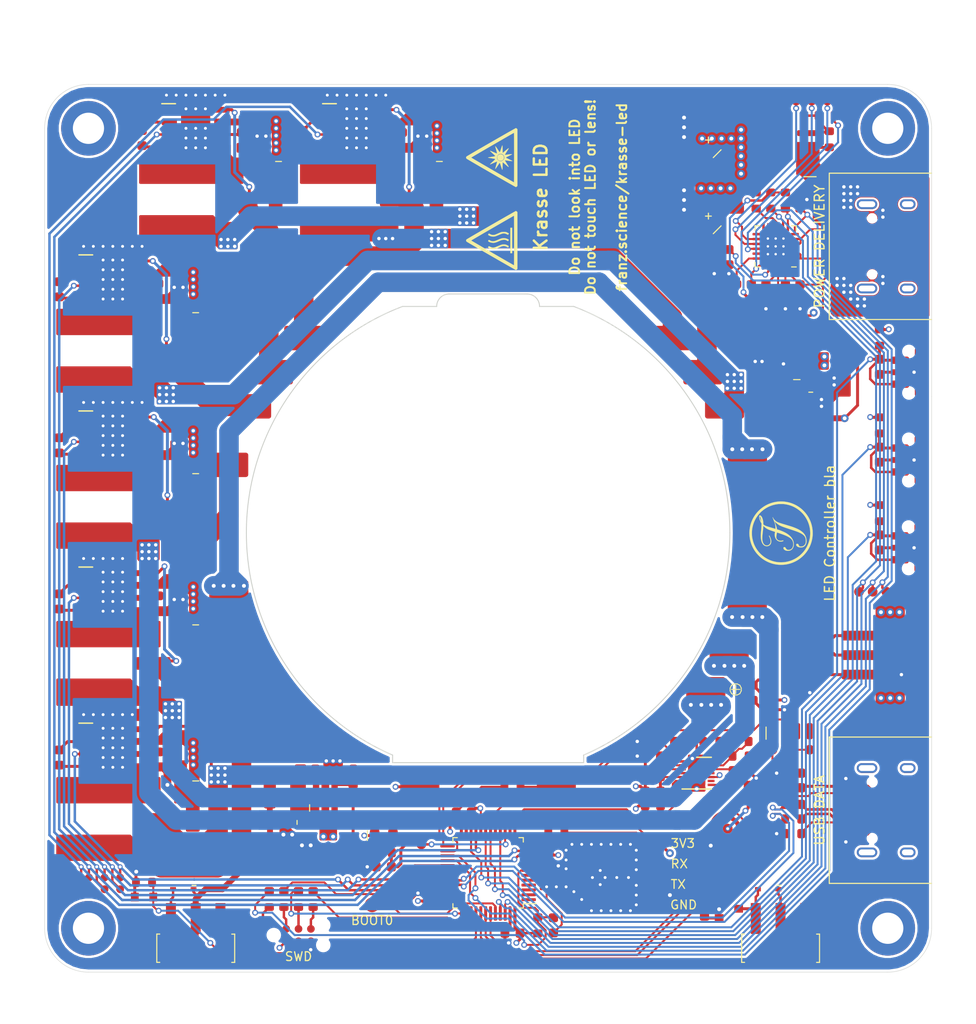
<source format=kicad_pcb>
(kicad_pcb (version 20171130) (host pcbnew "(5.1.8-0-10_14)")
  (layers (0 F.Cu signal) (1 In1.Cu power hide) (2 In2.Cu power hide) (31 B.Cu signal) (35 F.Paste user hide) (37 F.SilkS user) (38 B.Mask user) (39 F.Mask user hide) (44 Edge.Cuts user))
  (net 0 "")
  (net 1 "Net-(U1-Pad38)")
  (net 2 "Net-(U1-Pad4)")
  (net 3 "Net-(U1-Pad3)")
  (net 4 "Net-(U1-Pad2)")
  (net 5 "Net-(U1-Pad1)")
  (net 6 GND)
  (net 7 VCC)
  (net 8 +3V3)
  (net 9 BTN_1)
  (net 10 BTN_2)
  (net 11 BTN_3)
  (net 12 Light)
  (net 13 "Net-(U2-Pad9)")
  (net 14 SWO)
  (net 15 SWCLK)
  (net 16 RESET)
  (net 17 SWDIO)
  (net 18 MIC_EN)
  (net 19 MIC_OUT)
  (net 20 "Net-(U4-Pad1)")
  (net 21 BOOT0)
  (net 22 DMX_IN)
  (net 23 DMX_OUT)
  (net 24 USB_P)
  (net 25 USB_N)
  (net 26 DIM_BLUE)
  (net 27 DIM_GREEN)
  (net 28 DIM_RED)
  (net 29 DIM_CYAN)
  (net 30 RX)
  (net 31 TX)
  (net 32 DIM_AMBER)
  (net 33 DIM_LIME)
  (net 34 "Net-(U5-Pad1)")
  (net 35 "Net-(U6-Pad1)")
  (net 36 "Net-(U7-Pad1)")
  (net 37 "Net-(U8-Pad1)")
  (net 38 "Net-(U9-Pad1)")
  (net 39 "Net-(J4-PadB8)")
  (net 40 "Net-(J4-PadA8)")
  (net 41 "Net-(J4-PadS1)")
  (net 42 /DMX_P)
  (net 43 /DMX_N)
  (net 44 DMX_DE)
  (net 45 VBUS)
  (net 46 I2C1_SDA)
  (net 47 I2C1_SCL)
  (net 48 X2)
  (net 49 X1)
  (net 50 "Net-(C15-Pad1)")
  (net 51 "Net-(J6-PadB8)")
  (net 52 "Net-(J6-PadB7)")
  (net 53 "Net-(J6-PadA7)")
  (net 54 "Net-(J6-PadB6)")
  (net 55 "Net-(J6-PadA8)")
  (net 56 "Net-(J6-PadA6)")
  (net 57 "Net-(J6-PadS1)")
  (net 58 USB-PD_ALERT)
  (net 59 "Net-(U11-Pad17)")
  (net 60 "Net-(U11-Pad11)")
  (net 61 USB-PD_RESET)
  (net 62 "Net-(U11-Pad3)")
  (net 63 "Net-(H1-Pad1)")
  (net 64 "Net-(H2-Pad1)")
  (net 65 "Net-(H3-Pad1)")
  (net 66 "Net-(H4-Pad1)")
  (net 67 /MIC+)
  (net 68 /MICIN)
  (net 69 /AmpBias)
  (net 70 /TimingCap)
  (net 71 /DC-Offs-Adj)
  (net 72 /LED-R-C)
  (net 73 /LED-R-A)
  (net 74 /COMP-R)
  (net 75 /VDD-R)
  (net 76 /COMP-B)
  (net 77 /COMP-G)
  (net 78 /COMP-L)
  (net 79 /COMP-A)
  (net 80 /COMP-C)
  (net 81 /VDD-B)
  (net 82 /VDD-G)
  (net 83 /VDD-L)
  (net 84 /VDD-A)
  (net 85 /VDD-C)
  (net 86 /LED-B-C)
  (net 87 /LED-B-A)
  (net 88 /LED-G-C)
  (net 89 /LED-G-A)
  (net 90 /LED-L-C)
  (net 91 /LED-L-A)
  (net 92 /LED-A-C)
  (net 93 /LED-A-A)
  (net 94 /LED-C-C)
  (net 95 /LED-C-A)
  (net 96 /VBUS-PD)
  (net 97 /SW-R)
  (net 98 /LIME-SERIES)
  (net 99 /SW-B)
  (net 100 /SW-G)
  (net 101 /SW-L)
  (net 102 /SW-A)
  (net 103 /SW-C)
  (net 104 /J-SWO)
  (net 105 /J-CLK)
  (net 106 /J-RESET)
  (net 107 /J-DIO)
  (net 108 /D+)
  (net 109 /CC2-DATA)
  (net 110 /D-)
  (net 111 /CC1-DATA)
  (net 112 /CC1-PD)
  (net 113 /CC2-PD)
  (net 114 /AGC-Th)
  (net 115 /MICBIAS)
  (net 116 /TX-IN)
  (net 117 /RX-IN)
  (net 118 /VBUS-Disch)
  (net 119 /3V3-ANALOG)
  (net 120 LED-Temp)
  (net 121 "Net-(Q2-Pad4)")
  (net 122 "Net-(R39-Pad2)")
  (net 123 "Net-(D11-Pad2)")
  (net 124 "Net-(D12-Pad2)")
  (net 125 FAN2-PWM)
  (net 126 FAN1-PWM)
  (net 127 "Net-(C52-Pad2)")
  (net 128 +12V)
  (net 129 /DISCH)
  (net 130 "Net-(U10-Pad3)")
  (net 131 "Net-(C45-Pad2)")
  (net 132 "Net-(C44-Pad2)")
  (net 133 /PWROK2)
  (net 134 /PD-GPIO)
  (net 135 /PWROK3)
  (net 136 "Net-(R42-Pad2)")
  (net 137 "Net-(R46-Pad2)")
  (net 138 "Net-(U12-Pad3)")
  (net 139 /SW-3V3)
  (net 140 /Boostrap-3V3)
  (net 141 /SW-12V)
  (net 142 /Boostrap-12V)
  (net 143 VCC-Voltage)
  (net 144 "Net-(J7-Pad3)")
  (net 145 "Net-(J8-Pad3)")
  (module Logos:Logo_6.5mm (layer F.Cu) (at 170.05 100.5 90)
    (fp_text reference G*** hide)
    (fp_text value LOGO hide)
  )
  (module TestPoint:TestPoint_Pad_D1.0mm (layer F.Cu) (at 180.85 106.5)
    (fp_text reference TP14 hide)
    (fp_text value ALERT)
    (pad 1 smd circle (at 0 0) (size 1 1) (layers F.Cu F.Mask) (net 58 USB-PD_ALERT))
  )
  (module TestPoint:TestPoint_Pad_D1.0mm (layer F.Cu) (at 179.45 106.5)
    (fp_text reference TP4 hide)
    (fp_text value SCL)
    (pad 1 smd circle (at 0 0) (size 1 1) (layers F.Cu F.Mask) (net 47 I2C1_SCL))
  )
  (module TestPoint:TestPoint_Pad_D1.0mm (layer F.Cu) (at 178.05 106.5)
    (fp_text reference TP3 hide)
    (fp_text value SDA)
    (pad 1 smd circle (at 0 0) (size 1 1) (layers F.Cu F.Mask) (net 46 I2C1_SDA))
  )
  (module LED_THT:LZ7-04M2PD-PCB (layer F.Cu) (at 140 100)
    (fp_text reference D2 hide)
    (fp_text value LZ7-04M2PD-PCB)
    (fp_curve (pts (xy -8.7825 -22.74) (xy -9.0217 -22.6494) (xy -9.259 -22.5552) (xy -9.4946 -22.4575)) (layer Edge.Cuts) (width 0.1))
    (fp_curve (pts (xy -5.278 -22.740199) (xy -5.278 -22.740199) (xy -8.7825 -22.74) (xy -8.7825 -22.74)) (layer Edge.Cuts) (width 0.1))
    (fp_curve (pts (xy -9.800001 24.0209) (xy -9.800001 24.0209) (xy -9.800001 23.248401) (xy -9.800001 23.248401)) (layer Edge.Cuts) (width 0.1))
    (fp_curve (pts (xy 9.8 24.0209) (xy 9.8 24.0209) (xy -9.800001 24.0209) (xy -9.800001 24.0209)) (layer Edge.Cuts) (width 0.1))
    (fp_curve (pts (xy 9.8 23.248401) (xy 9.8 23.248401) (xy 9.8 24.0209) (xy 9.8 24.0209)) (layer Edge.Cuts) (width 0.1))
    (fp_curve (pts (xy -4 -24.0182) (xy -4.7058 -24.0182) (xy -5.278 -23.446) (xy -5.278 -22.740199)) (layer Edge.Cuts) (width 0.1))
    (fp_curve (pts (xy 5.277999 -22.740199) (xy 5.277999 -23.446) (xy 4.7058 -24.0182) (xy 4 -24.0182)) (layer Edge.Cuts) (width 0.1))
    (fp_curve (pts (xy -4 -24.0182) (xy -4 -24.0182) (xy 4 -24.0182) (xy 4 -24.0182)) (layer Edge.Cuts) (width 0.1))
    (fp_curve (pts (xy 9.8 23.248401) (xy 18.6229 19.4492) (xy 24.8 10.6759) (xy 24.8 0.46)) (layer Edge.Cuts) (width 0.1))
    (fp_curve (pts (xy -24.800001 0.46) (xy -24.800001 10.676) (xy -18.6229 19.4492) (xy -9.800001 23.248401)) (layer Edge.Cuts) (width 0.1))
    (fp_curve (pts (xy -9.5 -22.4554) (xy -18.4825 -18.7272) (xy -24.800001 -9.8713) (xy -24.800001 0.46)) (layer Edge.Cuts) (width 0.1))
    (fp_curve (pts (xy -9.4946 -22.4575) (xy -9.496401 -22.4568) (xy -9.498201 -22.4561) (xy -9.5 -22.4554)) (layer Edge.Cuts) (width 0.1))
    (fp_curve (pts (xy 8.7825 -22.74) (xy 8.7825 -22.74) (xy 5.277999 -22.740199) (xy 5.277999 -22.740199)) (layer Edge.Cuts) (width 0.1))
    (fp_curve (pts (xy 24.8 0.46) (xy 24.8 -10.1443) (xy 18.1443 -19.1941) (xy 8.7825 -22.74)) (layer Edge.Cuts) (width 0.1))
    (pad 8 smd roundrect (at 22.338 16.5) (size 4 2.5) (layers F.Cu F.Mask) (roundrect_rratio 0.1) (net 95 /LED-C-A))
    (pad 6 smd roundrect (at -24.724 12.5) (size 4 2.5) (layers F.Cu F.Mask) (roundrect_rratio 0.1) (net 93 /LED-A-A))
    (pad 10 smd roundrect (at 26.584 7.5) (size 4 2.5) (layers F.Cu F.Mask) (roundrect_rratio 0.1) (net 90 /LED-L-C))
    (pad 11 smd roundrect (at 26.605 -6.5) (size 4 2.5) (layers F.Cu F.Mask) (roundrect_rratio 0.1) (net 98 /LIME-SERIES))
    (pad 3 smd roundrect (at -24.255 -12.5) (size 4 2.5) (layers F.Cu F.Mask) (roundrect_rratio 0.1) (net 89 /LED-G-A))
    (pad 13 smd roundrect (at 22.03 -16) (size 4 2.5) (layers F.Cu F.Mask) (roundrect_rratio 0.1) (net 86 /LED-B-C))
    (pad 14 smd roundrect (at 18.917 -19.5) (size 4 2.5) (layers F.Cu F.Mask) (roundrect_rratio 0.1) (net 72 /LED-R-C))
    (pad 2-RT smd roundrect (at 7 26.5) (size 4 2.5) (layers F.Cu F.Mask) (roundrect_rratio 0.1) (net 120 LED-Temp))
    (pad 1-RT smd roundrect (at -7 26.5) (size 4 2.5) (layers F.Cu F.Mask) (roundrect_rratio 0.1) (net 6 GND))
    (pad 7 smd roundrect (at -22.338 16.5) (size 4 2.5) (layers F.Cu F.Mask) (roundrect_rratio 0.1) (net 94 /LED-C-C))
    (pad 9 smd roundrect (at 24.724 12.5) (size 4 2.5) (layers F.Cu F.Mask) (roundrect_rratio 0.1) (net 92 /LED-A-C))
    (pad 5 smd roundrect (at -26.584 7.5) (size 4 2.5) (layers F.Cu F.Mask) (roundrect_rratio 0.1) (net 98 /LIME-SERIES))
    (pad 4 smd roundrect (at -26.605 -6.5) (size 4 2.5) (layers F.Cu F.Mask) (roundrect_rratio 0.1) (net 91 /LED-L-A))
    (pad 12 smd roundrect (at 24.255 -12.5) (size 4 2.5) (layers F.Cu F.Mask) (roundrect_rratio 0.1) (net 88 /LED-G-C))
    (pad 2 smd roundrect (at -22.03 -16) (size 4 2.5) (layers F.Cu F.Mask) (roundrect_rratio 0.1) (net 87 /LED-B-A))
    (pad 1 smd roundrect (at -18.917 -19.5) (size 4 2.5) (layers F.Cu F.Mask) (roundrect_rratio 0.1) (net 73 /LED-R-A))
  )
  (module Symbol:Symbol_Hot_Surface_7mm (layer F.Cu) (at 143 73.5 90)
    (fp_text reference REF** hide)
    (fp_text value Symbol_Hot_Surface_7mm)
  )
  (module Symbol:Symbol_Warning_Optical_Radiation_7mm (layer F.Cu) (at 139.5 62 90)
    (fp_text reference G*** hide)
    (fp_text value LOGO hide)
  )
  (module TestPoint:TestPoint_Pad_D1.5mm (layer F.Cu) (at 157.55 138.6 270)
    (fp_text reference TP23 hide)
    (fp_text value GND)
    (pad 1 smd circle (at 0 0 270) (size 1.5 1.5) (layers F.Cu F.Mask) (net 6 GND))
  )
  (module TestPoint:TestPoint_Pad_D1.5mm (layer F.Cu) (at 157.6 134.4 270)
    (fp_text reference TP22 hide)
    (fp_text value RX)
    (pad 1 smd circle (at 0 0 270) (size 1.5 1.5) (layers F.Cu F.Mask) (net 117 /RX-IN))
  )
  (module TestPoint:TestPoint_Pad_D1.5mm (layer F.Cu) (at 157.6 136.5 270)
    (fp_text reference TP21 hide)
    (fp_text value TX)
    (pad 1 smd circle (at 0 0 270) (size 1.5 1.5) (layers F.Cu F.Mask) (net 116 /TX-IN))
  )
  (module TestPoint:TestPoint_Pad_D1.5mm (layer F.Cu) (at 157.6 132.3 270)
    (fp_text reference TP20 hide)
    (fp_text value 3.3V)
    (pad 1 smd circle (at 0 0 270) (size 1.5 1.5) (layers F.Cu F.Mask) (net 8 +3V3))
  )
  (module TestPoint:TestPoint_Pad_D1.0mm (layer F.Cu) (at 173.2 56.15)
    (fp_text reference TP17 hide)
    (fp_text value GPIO)
    (pad 1 smd circle (at 0 0) (size 1 1) (layers F.Cu F.Mask) (net 134 /PD-GPIO))
  )
  (module TestPoint:TestPoint_Pad_D1.0mm (layer F.Cu) (at 171.6 56.15)
    (fp_text reference TP16 hide)
    (fp_text value PWROK3)
    (pad 1 smd circle (at 0 0) (size 1 1) (layers F.Cu F.Mask) (net 135 /PWROK3))
  )
  (module TestPoint:TestPoint_Pad_D1.0mm (layer F.Cu) (at 174.8 56.15)
    (fp_text reference TP15 hide)
    (fp_text value PWROK2)
    (pad 1 smd circle (at 0 0) (size 1 1) (layers F.Cu F.Mask) (net 133 /PWROK2))
  )
  (module TestPoint:TestPoint_Pad_D1.5mm (layer F.Cu) (at 128.1 138.6)
    (fp_text reference TP7 hide)
    (fp_text value "BOOT 0")
    (pad 1 smd circle (at 0 0) (size 1.5 1.5) (layers F.Cu F.Mask) (net 21 BOOT0))
  )
  (module TestPoint:TestPoint_Pad_D1.0mm (layer F.Cu) (at 133.15 132.4)
    (fp_text reference TP6 hide)
    (fp_text value "Light Sensor")
    (pad 1 smd circle (at 0 0) (size 1 1) (layers F.Cu F.Mask) (net 12 Light))
  )
  (module TestPoint:TestPoint_Pad_D1.0mm (layer F.Cu) (at 172.98 122.7)
    (fp_text reference TP2 hide)
    (fp_text value TX1)
    (pad 1 smd circle (at 0 0) (size 1 1) (layers F.Cu F.Mask) (net 23 DMX_OUT))
  )
  (module TestPoint:TestPoint_Pad_D1.0mm (layer F.Cu) (at 169.17 122.7)
    (fp_text reference TP1 hide)
    (fp_text value RX1)
    (pad 1 smd circle (at 0 0) (size 1 1) (layers F.Cu F.Mask) (net 22 DMX_IN))
  )
  (module TestPoint:TestPoint_Pad_D0.8mm (layer F.Cu) (at 102.25 135.8)
    (fp_text reference TP13 hide)
    (fp_text value C)
    (pad 1 smd circle (at 0 0) (size 0.8 0.8) (layers F.Cu F.Mask) (net 29 DIM_CYAN))
  )
  (module TestPoint:TestPoint_Pad_D0.8mm (layer F.Cu) (at 102.25 137)
    (fp_text reference TP12 hide)
    (fp_text value A)
    (pad 1 smd circle (at 0 0) (size 0.8 0.8) (layers F.Cu F.Mask) (net 32 DIM_AMBER))
  )
  (module TestPoint:TestPoint_Pad_D0.8mm (layer F.Cu) (at 100.65 135.8)
    (fp_text reference TP11 hide)
    (fp_text value L)
    (pad 1 smd circle (at 0 0) (size 0.8 0.8) (layers F.Cu F.Mask) (net 33 DIM_LIME))
  )
  (module TestPoint:TestPoint_Pad_D0.8mm (layer F.Cu) (at 100.65 137)
    (fp_text reference TP10 hide)
    (fp_text value G)
    (pad 1 smd circle (at 0 0) (size 0.8 0.8) (layers F.Cu F.Mask) (net 27 DIM_GREEN))
  )
  (module TestPoint:TestPoint_Pad_D0.8mm (layer F.Cu) (at 99.05 135.8)
    (fp_text reference TP9 hide)
    (fp_text value B)
    (pad 1 smd circle (at 0 0) (size 0.8 0.8) (layers F.Cu F.Mask) (net 26 DIM_BLUE))
  )
  (module TestPoint:TestPoint_Pad_D0.8mm (layer F.Cu) (at 99.05 137)
    (fp_text reference TP8 hide)
    (fp_text value R)
    (pad 1 smd circle (at 0 0) (size 0.8 0.8) (layers F.Cu F.Mask) (net 28 DIM_RED))
  )
  (module Capacitor_SMD:C_Elec_6.3x5.5_WE (layer F.Cu) (at 160.6 66.5 180)
    (fp_text reference C53 hide)
    (fp_text value 15µF)
    (pad - smd roundrect (at 2.8 0 180) (size 3.35 1.6) (layers F.Cu F.Paste F.Mask) (roundrect_rratio 0.156) (net 6 GND))
    (pad + smd roundrect (at -2.8 0 180) (size 3.5 1.6) (layers F.Cu F.Paste F.Mask) (roundrect_rratio 0.156) (net 7 VCC))
  )
  (module Capacitor_SMD:C_Elec_6.3x5.5_WE (layer F.Cu) (at 160.6 58.7 180)
    (fp_text reference C48 hide)
    (fp_text value 15µF)
    (pad - smd roundrect (at 2.8 0 180) (size 3.35 1.6) (layers F.Cu F.Paste F.Mask) (roundrect_rratio 0.156) (net 6 GND))
    (pad + smd roundrect (at -2.8 0 180) (size 3.5 1.6) (layers F.Cu F.Paste F.Mask) (roundrect_rratio 0.156) (net 7 VCC))
  )
  (module Diode_SMD:D_SOD-123 (layer F.Cu) (at 121.2 131.95 270)
    (fp_text reference D9 hide)
    (fp_text value DSS34)
    (pad 2 smd rect (at 1.65 0 270) (size 0.9 1.2) (layers F.Cu F.Paste F.Mask) (net 6 GND))
    (pad 1 smd rect (at -1.65 0 270) (size 0.9 1.2) (layers F.Cu F.Paste F.Mask) (net 141 /SW-12V))
  )
  (module Diode_SMD:D_SOD-123 (layer F.Cu) (at 174.9 85.25)
    (fp_text reference D8 hide)
    (fp_text value DSS34)
    (pad 2 smd rect (at 1.65 0) (size 0.9 1.2) (layers F.Cu F.Paste F.Mask) (net 6 GND))
    (pad 1 smd rect (at -1.65 0) (size 0.9 1.2) (layers F.Cu F.Paste F.Mask) (net 139 /SW-3V3))
  )
  (module Inductor_SMD:L_1210_3225Metric (layer F.Cu) (at 119 127.4 180)
    (fp_text reference L8 hide)
    (fp_text value 4.7µH)
    (pad 2 smd roundrect (at 1.4 0 180) (size 1.25 2.65) (layers F.Cu F.Paste F.Mask) (roundrect_rratio 0.2) (net 128 +12V))
    (pad 1 smd roundrect (at -1.4 0 180) (size 1.25 2.65) (layers F.Cu F.Paste F.Mask) (roundrect_rratio 0.2) (net 141 /SW-12V))
  )
  (module Inductor_SMD:L_1210_3225Metric (layer F.Cu) (at 170.45 87.35 270)
    (fp_text reference L7 hide)
    (fp_text value 4.7µH)
    (pad 2 smd roundrect (at 1.4 0 270) (size 1.25 2.65) (layers F.Cu F.Paste F.Mask) (roundrect_rratio 0.2) (net 8 +3V3))
    (pad 1 smd roundrect (at -1.4 0 270) (size 1.25 2.65) (layers F.Cu F.Paste F.Mask) (roundrect_rratio 0.2) (net 139 /SW-3V3))
  )
  (module Package_SO:Texas_HSOP-8-1EP_3.9x4.9mm_P1.27mm (layer F.Cu) (at 126.5 59)
    (fp_text reference U4 hide)
    (fp_text value BP1808)
    (pad 8 smd rect (at 2.7 -1.905) (size 1.55 0.6) (layers F.Cu F.Paste F.Mask) (net 73 /LED-R-A))
    (pad 7 smd rect (at 2.7 -0.635) (size 1.55 0.6) (layers F.Cu F.Paste F.Mask) (net 7 VCC))
    (pad 6 smd rect (at 2.7 0.635) (size 1.55 0.6) (layers F.Cu F.Paste F.Mask) (net 75 /VDD-R))
    (pad 5 smd rect (at 2.7 1.905) (size 1.55 0.6) (layers F.Cu F.Paste F.Mask) (net 97 /SW-R))
    (pad 4 smd rect (at -2.7 1.905) (size 1.55 0.6) (layers F.Cu F.Paste F.Mask) (net 6 GND))
    (pad 3 smd rect (at -2.7 0.635) (size 1.55 0.6) (layers F.Cu F.Paste F.Mask) (net 28 DIM_RED))
    (pad 2 smd rect (at -2.7 -0.635) (size 1.55 0.6) (layers F.Cu F.Paste F.Mask) (net 74 /COMP-R))
    (pad 1 smd rect (at -2.7 -1.905) (size 1.55 0.6) (layers F.Cu F.Paste F.Mask) (net 20 "Net-(U4-Pad1)"))
    (pad 9 smd rect (at 0 0) (size 2.95 4.9) (layers F.Cu) (net 6 GND))
  )
  (module Resistor_SMD:R_1206_3216Metric (layer F.Cu) (at 133.3 66.6)
    (fp_text reference R13 hide)
    (fp_text value 0.2Ω)
    (pad 2 smd roundrect (at 1.4625 0) (size 1.125 1.75) (layers F.Cu F.Paste F.Mask) (roundrect_rratio 0.222222) (net 7 VCC))
    (pad 1 smd roundrect (at -1.4625 0) (size 1.125 1.75) (layers F.Cu F.Paste F.Mask) (roundrect_rratio 0.222222) (net 73 /LED-R-A))
  )
  (module Inductor_SMD:L_Chilisin_8040 (layer F.Cu) (at 124.5 66.3 270)
    (fp_text reference L1 hide)
    (fp_text value 10µH)
    (pad 2 smd rect (at 2.95 0 270) (size 2.55 7.5) (layers F.Cu F.Paste F.Mask) (net 72 /LED-R-C))
    (pad 1 smd rect (at -2.95 0 270) (size 2.55 7.5) (layers F.Cu F.Paste F.Mask) (net 97 /SW-R))
  )
  (module Diode_SMD:D_SMA (layer F.Cu) (at 132.1 63.6 180)
    (fp_text reference D1 hide)
    (fp_text value SS34)
    (pad 2 smd rect (at 2 0 180) (size 2.5 1.8) (layers F.Cu F.Paste F.Mask) (net 97 /SW-R))
    (pad 1 smd rect (at -2 0 180) (size 2.5 1.8) (layers F.Cu F.Paste F.Mask) (net 7 VCC))
  )
  (module Capacitor_SMD:C_1206_3216Metric (layer F.Cu) (at 133.2 59.4 270)
    (fp_text reference C22 hide)
    (fp_text value 10µF)
    (pad 2 smd roundrect (at 1.475 0 270) (size 1.15 1.8) (layers F.Cu F.Paste F.Mask) (roundrect_rratio 0.217391) (net 6 GND))
    (pad 1 smd roundrect (at -1.475 0 270) (size 1.15 1.8) (layers F.Cu F.Paste F.Mask) (roundrect_rratio 0.217391) (net 7 VCC))
  )
  (module Capacitor_SMD:C_0603_1608Metric (layer F.Cu) (at 131.2 60.2 90)
    (fp_text reference C21 hide)
    (fp_text value 1µF)
    (pad 2 smd roundrect (at 0.775 0 90) (size 0.9 0.95) (layers F.Cu F.Paste F.Mask) (net 75 /VDD-R))
    (pad 1 smd roundrect (at -0.775 0 90) (size 0.9 0.95) (layers F.Cu F.Paste F.Mask) (net 6 GND))
  )
  (module Capacitor_SMD:C_0603_1608Metric (layer F.Cu) (at 121 60 90)
    (fp_text reference C20 hide)
    (fp_text value 4.7nF)
    (pad 2 smd roundrect (at 0.775 0 90) (size 0.9 0.95) (layers F.Cu F.Paste F.Mask) (net 74 /COMP-R))
    (pad 1 smd roundrect (at -0.775 0 90) (size 0.9 0.95) (layers F.Cu F.Paste F.Mask) (net 6 GND))
  )
  (module Capacitor_SMD:C_1206_3216Metric (layer F.Cu) (at 129.8 67.8 270)
    (fp_text reference C13 hide)
    (fp_text value 2.2µF)
    (pad 2 smd roundrect (at 1.475 0 270) (size 1.15 1.8) (layers F.Cu F.Paste F.Mask) (roundrect_rratio 0.217391) (net 72 /LED-R-C))
    (pad 1 smd roundrect (at -1.475 0 270) (size 1.15 1.8) (layers F.Cu F.Paste F.Mask) (roundrect_rratio 0.217391) (net 73 /LED-R-A))
  )
  (module Package_SO:Texas_HSOP-8-1EP_3.9x4.9mm_P1.27mm (layer F.Cu) (at 101.5 122.5)
    (fp_text reference U9 hide)
    (fp_text value BP1808)
    (pad 8 smd rect (at 2.7 -1.905) (size 1.55 0.6) (layers F.Cu F.Paste F.Mask) (net 95 /LED-C-A))
    (pad 7 smd rect (at 2.7 -0.635) (size 1.55 0.6) (layers F.Cu F.Paste F.Mask) (net 7 VCC))
    (pad 6 smd rect (at 2.7 0.635) (size 1.55 0.6) (layers F.Cu F.Paste F.Mask) (net 85 /VDD-C))
    (pad 5 smd rect (at 2.7 1.905) (size 1.55 0.6) (layers F.Cu F.Paste F.Mask) (net 103 /SW-C))
    (pad 4 smd rect (at -2.7 1.905) (size 1.55 0.6) (layers F.Cu F.Paste F.Mask) (net 6 GND))
    (pad 3 smd rect (at -2.7 0.635) (size 1.55 0.6) (layers F.Cu F.Paste F.Mask) (net 29 DIM_CYAN))
    (pad 2 smd rect (at -2.7 -0.635) (size 1.55 0.6) (layers F.Cu F.Paste F.Mask) (net 80 /COMP-C))
    (pad 1 smd rect (at -2.7 -1.905) (size 1.55 0.6) (layers F.Cu F.Paste F.Mask) (net 38 "Net-(U9-Pad1)"))
    (pad 9 smd rect (at 0 0) (size 2.95 4.9) (layers F.Cu) (net 6 GND))
  )
  (module Package_SO:Texas_HSOP-8-1EP_3.9x4.9mm_P1.27mm (layer F.Cu) (at 101.5 106.5)
    (fp_text reference U8 hide)
    (fp_text value BP1808)
    (pad 8 smd rect (at 2.7 -1.905) (size 1.55 0.6) (layers F.Cu F.Paste F.Mask) (net 93 /LED-A-A))
    (pad 7 smd rect (at 2.7 -0.635) (size 1.55 0.6) (layers F.Cu F.Paste F.Mask) (net 7 VCC))
    (pad 6 smd rect (at 2.7 0.635) (size 1.55 0.6) (layers F.Cu F.Paste F.Mask) (net 84 /VDD-A))
    (pad 5 smd rect (at 2.7 1.905) (size 1.55 0.6) (layers F.Cu F.Paste F.Mask) (net 102 /SW-A))
    (pad 4 smd rect (at -2.7 1.905) (size 1.55 0.6) (layers F.Cu F.Paste F.Mask) (net 6 GND))
    (pad 3 smd rect (at -2.7 0.635) (size 1.55 0.6) (layers F.Cu F.Paste F.Mask) (net 32 DIM_AMBER))
    (pad 2 smd rect (at -2.7 -0.635) (size 1.55 0.6) (layers F.Cu F.Paste F.Mask) (net 79 /COMP-A))
    (pad 1 smd rect (at -2.7 -1.905) (size 1.55 0.6) (layers F.Cu F.Paste F.Mask) (net 37 "Net-(U8-Pad1)"))
    (pad 9 smd rect (at 0 0) (size 2.95 4.9) (layers F.Cu) (net 6 GND))
  )
  (module Package_SO:Texas_HSOP-8-1EP_3.9x4.9mm_P1.27mm (layer F.Cu) (at 101.5 90.5)
    (fp_text reference U7 hide)
    (fp_text value BP1808)
    (pad 8 smd rect (at 2.7 -1.905) (size 1.55 0.6) (layers F.Cu F.Paste F.Mask) (net 91 /LED-L-A))
    (pad 7 smd rect (at 2.7 -0.635) (size 1.55 0.6) (layers F.Cu F.Paste F.Mask) (net 7 VCC))
    (pad 6 smd rect (at 2.7 0.635) (size 1.55 0.6) (layers F.Cu F.Paste F.Mask) (net 83 /VDD-L))
    (pad 5 smd rect (at 2.7 1.905) (size 1.55 0.6) (layers F.Cu F.Paste F.Mask) (net 101 /SW-L))
    (pad 4 smd rect (at -2.7 1.905) (size 1.55 0.6) (layers F.Cu F.Paste F.Mask) (net 6 GND))
    (pad 3 smd rect (at -2.7 0.635) (size 1.55 0.6) (layers F.Cu F.Paste F.Mask) (net 33 DIM_LIME))
    (pad 2 smd rect (at -2.7 -0.635) (size 1.55 0.6) (layers F.Cu F.Paste F.Mask) (net 78 /COMP-L))
    (pad 1 smd rect (at -2.7 -1.905) (size 1.55 0.6) (layers F.Cu F.Paste F.Mask) (net 36 "Net-(U7-Pad1)"))
    (pad 9 smd rect (at 0 0) (size 2.95 4.9) (layers F.Cu) (net 6 GND))
  )
  (module Package_SO:Texas_HSOP-8-1EP_3.9x4.9mm_P1.27mm (layer F.Cu) (at 101.5 74.5)
    (fp_text reference U6 hide)
    (fp_text value BP1808)
    (pad 8 smd rect (at 2.7 -1.905) (size 1.55 0.6) (layers F.Cu F.Paste F.Mask) (net 89 /LED-G-A))
    (pad 7 smd rect (at 2.7 -0.635) (size 1.55 0.6) (layers F.Cu F.Paste F.Mask) (net 7 VCC))
    (pad 6 smd rect (at 2.7 0.635) (size 1.55 0.6) (layers F.Cu F.Paste F.Mask) (net 82 /VDD-G))
    (pad 5 smd rect (at 2.7 1.905) (size 1.55 0.6) (layers F.Cu F.Paste F.Mask) (net 100 /SW-G))
    (pad 4 smd rect (at -2.7 1.905) (size 1.55 0.6) (layers F.Cu F.Paste F.Mask) (net 6 GND))
    (pad 3 smd rect (at -2.7 0.635) (size 1.55 0.6) (layers F.Cu F.Paste F.Mask) (net 27 DIM_GREEN))
    (pad 2 smd rect (at -2.7 -0.635) (size 1.55 0.6) (layers F.Cu F.Paste F.Mask) (net 77 /COMP-G))
    (pad 1 smd rect (at -2.7 -1.905) (size 1.55 0.6) (layers F.Cu F.Paste F.Mask) (net 35 "Net-(U6-Pad1)"))
    (pad 9 smd rect (at 0 0) (size 2.95 4.9) (layers F.Cu) (net 6 GND))
  )
  (module Package_SO:Texas_HSOP-8-1EP_3.9x4.9mm_P1.27mm (layer F.Cu) (at 110 59)
    (fp_text reference U5 hide)
    (fp_text value BP1808)
    (pad 8 smd rect (at 2.7 -1.905) (size 1.55 0.6) (layers F.Cu F.Paste F.Mask) (net 87 /LED-B-A))
    (pad 7 smd rect (at 2.7 -0.635) (size 1.55 0.6) (layers F.Cu F.Paste F.Mask) (net 7 VCC))
    (pad 6 smd rect (at 2.7 0.635) (size 1.55 0.6) (layers F.Cu F.Paste F.Mask) (net 81 /VDD-B))
    (pad 5 smd rect (at 2.7 1.905) (size 1.55 0.6) (layers F.Cu F.Paste F.Mask) (net 99 /SW-B))
    (pad 4 smd rect (at -2.7 1.905) (size 1.55 0.6) (layers F.Cu F.Paste F.Mask) (net 6 GND))
    (pad 3 smd rect (at -2.7 0.635) (size 1.55 0.6) (layers F.Cu F.Paste F.Mask) (net 26 DIM_BLUE))
    (pad 2 smd rect (at -2.7 -0.635) (size 1.55 0.6) (layers F.Cu F.Paste F.Mask) (net 76 /COMP-B))
    (pad 1 smd rect (at -2.7 -1.905) (size 1.55 0.6) (layers F.Cu F.Paste F.Mask) (net 34 "Net-(U5-Pad1)"))
    (pad 9 smd rect (at 0 0) (size 2.95 4.9) (layers F.Cu) (net 6 GND))
  )
  (module Resistor_SMD:R_1206_3216Metric (layer F.Cu) (at 108.3 130.1)
    (fp_text reference R23 hide)
    (fp_text value 0.21Ω)
    (pad 2 smd roundrect (at 1.4625 0) (size 1.125 1.75) (layers F.Cu F.Paste F.Mask) (roundrect_rratio 0.222222) (net 7 VCC))
    (pad 1 smd roundrect (at -1.4625 0) (size 1.125 1.75) (layers F.Cu F.Paste F.Mask) (roundrect_rratio 0.222222) (net 95 /LED-C-A))
  )
  (module Resistor_SMD:R_1206_3216Metric (layer F.Cu) (at 108.3 114.1)
    (fp_text reference R22 hide)
    (fp_text value 0.2Ω)
    (pad 2 smd roundrect (at 1.4625 0) (size 1.125 1.75) (layers F.Cu F.Paste F.Mask) (roundrect_rratio 0.222222) (net 7 VCC))
    (pad 1 smd roundrect (at -1.4625 0) (size 1.125 1.75) (layers F.Cu F.Paste F.Mask) (roundrect_rratio 0.222222) (net 93 /LED-A-A))
  )
  (module Resistor_SMD:R_1206_3216Metric (layer F.Cu) (at 108.3 98.6)
    (fp_text reference R21 hide)
    (fp_text value 0.2Ω)
    (pad 2 smd roundrect (at 1.4625 0) (size 1.125 1.75) (layers F.Cu F.Paste F.Mask) (roundrect_rratio 0.222222) (net 7 VCC))
    (pad 1 smd roundrect (at -1.4625 0) (size 1.125 1.75) (layers F.Cu F.Paste F.Mask) (roundrect_rratio 0.222222) (net 91 /LED-L-A))
  )
  (module Resistor_SMD:R_1206_3216Metric (layer F.Cu) (at 108.3 82.1)
    (fp_text reference R20 hide)
    (fp_text value 0.2Ω)
    (pad 2 smd roundrect (at 1.4625 0) (size 1.125 1.75) (layers F.Cu F.Paste F.Mask) (roundrect_rratio 0.222222) (net 7 VCC))
    (pad 1 smd roundrect (at -1.4625 0) (size 1.125 1.75) (layers F.Cu F.Paste F.Mask) (roundrect_rratio 0.222222) (net 89 /LED-G-A))
  )
  (module Resistor_SMD:R_1206_3216Metric (layer F.Cu) (at 116.8 66.6)
    (fp_text reference R19 hide)
    (fp_text value 0.2Ω)
    (pad 2 smd roundrect (at 1.4625 0) (size 1.125 1.75) (layers F.Cu F.Paste F.Mask) (roundrect_rratio 0.222222) (net 7 VCC))
    (pad 1 smd roundrect (at -1.4625 0) (size 1.125 1.75) (layers F.Cu F.Paste F.Mask) (roundrect_rratio 0.222222) (net 87 /LED-B-A))
  )
  (module Inductor_SMD:L_Chilisin_8040 (layer F.Cu) (at 99.5 129.8 270)
    (fp_text reference L6 hide)
    (fp_text value 10µH)
    (pad 2 smd rect (at 2.95 0 270) (size 2.55 7.5) (layers F.Cu F.Paste F.Mask) (net 94 /LED-C-C))
    (pad 1 smd rect (at -2.95 0 270) (size 2.55 7.5) (layers F.Cu F.Paste F.Mask) (net 103 /SW-C))
  )
  (module Inductor_SMD:L_Chilisin_8040 (layer F.Cu) (at 99.5 113.8 270)
    (fp_text reference L5 hide)
    (fp_text value 10µH)
    (pad 2 smd rect (at 2.95 0 270) (size 2.55 7.5) (layers F.Cu F.Paste F.Mask) (net 92 /LED-A-C))
    (pad 1 smd rect (at -2.95 0 270) (size 2.55 7.5) (layers F.Cu F.Paste F.Mask) (net 102 /SW-A))
  )
  (module Inductor_SMD:L_Chilisin_8040 (layer F.Cu) (at 99.5 97.8 270)
    (fp_text reference L4 hide)
    (fp_text value 10µH)
    (pad 2 smd rect (at 2.95 0 270) (size 2.55 7.5) (layers F.Cu F.Paste F.Mask) (net 90 /LED-L-C))
    (pad 1 smd rect (at -2.95 0 270) (size 2.55 7.5) (layers F.Cu F.Paste F.Mask) (net 101 /SW-L))
  )
  (module Inductor_SMD:L_Chilisin_8040 (layer F.Cu) (at 99.5 81.8 270)
    (fp_text reference L3 hide)
    (fp_text value 10µH)
    (pad 2 smd rect (at 2.95 0 270) (size 2.55 7.5) (layers F.Cu F.Paste F.Mask) (net 88 /LED-G-C))
    (pad 1 smd rect (at -2.95 0 270) (size 2.55 7.5) (layers F.Cu F.Paste F.Mask) (net 100 /SW-G))
  )
  (module Inductor_SMD:L_Chilisin_8040 (layer F.Cu) (at 108 66.3 270)
    (fp_text reference L2 hide)
    (fp_text value 10µH)
    (pad 2 smd rect (at 2.95 0 270) (size 2.55 7.5) (layers F.Cu F.Paste F.Mask) (net 86 /LED-B-C))
    (pad 1 smd rect (at -2.95 0 270) (size 2.55 7.5) (layers F.Cu F.Paste F.Mask) (net 99 /SW-B))
  )
  (module Diode_SMD:D_SMA (layer F.Cu) (at 107.1 127.1 180)
    (fp_text reference D7 hide)
    (fp_text value SS34)
    (pad 2 smd rect (at 2 0 180) (size 2.5 1.8) (layers F.Cu F.Paste F.Mask) (net 103 /SW-C))
    (pad 1 smd rect (at -2 0 180) (size 2.5 1.8) (layers F.Cu F.Paste F.Mask) (net 7 VCC))
  )
  (module Diode_SMD:D_SMA (layer F.Cu) (at 107.1 111.1 180)
    (fp_text reference D6 hide)
    (fp_text value SS34)
    (pad 2 smd rect (at 2 0 180) (size 2.5 1.8) (layers F.Cu F.Paste F.Mask) (net 102 /SW-A))
    (pad 1 smd rect (at -2 0 180) (size 2.5 1.8) (layers F.Cu F.Paste F.Mask) (net 7 VCC))
  )
  (module Diode_SMD:D_SMA (layer F.Cu) (at 107.1 95.6 180)
    (fp_text reference D5 hide)
    (fp_text value SS34)
    (pad 2 smd rect (at 2 0 180) (size 2.5 1.8) (layers F.Cu F.Paste F.Mask) (net 101 /SW-L))
    (pad 1 smd rect (at -2 0 180) (size 2.5 1.8) (layers F.Cu F.Paste F.Mask) (net 7 VCC))
  )
  (module Diode_SMD:D_SMA (layer F.Cu) (at 107.1 79.1 180)
    (fp_text reference D4 hide)
    (fp_text value SS34)
    (pad 2 smd rect (at 2 0 180) (size 2.5 1.8) (layers F.Cu F.Paste F.Mask) (net 100 /SW-G))
    (pad 1 smd rect (at -2 0 180) (size 2.5 1.8) (layers F.Cu F.Paste F.Mask) (net 7 VCC))
  )
  (module Diode_SMD:D_SMA (layer F.Cu) (at 115.6 63.6 180)
    (fp_text reference D3 hide)
    (fp_text value SS34)
    (pad 2 smd rect (at 2 0 180) (size 2.5 1.8) (layers F.Cu F.Paste F.Mask) (net 99 /SW-B))
    (pad 1 smd rect (at -2 0 180) (size 2.5 1.8) (layers F.Cu F.Paste F.Mask) (net 7 VCC))
  )
  (module Capacitor_SMD:C_1206_3216Metric (layer F.Cu) (at 104.8 131.3 270)
    (fp_text reference C42 hide)
    (fp_text value 2.2µF)
    (pad 2 smd roundrect (at 1.475 0 270) (size 1.15 1.8) (layers F.Cu F.Paste F.Mask) (roundrect_rratio 0.217391) (net 94 /LED-C-C))
    (pad 1 smd roundrect (at -1.475 0 270) (size 1.15 1.8) (layers F.Cu F.Paste F.Mask) (roundrect_rratio 0.217391) (net 95 /LED-C-A))
  )
  (module Capacitor_SMD:C_1206_3216Metric (layer F.Cu) (at 104.8 115.3 270)
    (fp_text reference C41 hide)
    (fp_text value 2.2µF)
    (pad 2 smd roundrect (at 1.475 0 270) (size 1.15 1.8) (layers F.Cu F.Paste F.Mask) (roundrect_rratio 0.217391) (net 92 /LED-A-C))
    (pad 1 smd roundrect (at -1.475 0 270) (size 1.15 1.8) (layers F.Cu F.Paste F.Mask) (roundrect_rratio 0.217391) (net 93 /LED-A-A))
  )
  (module Capacitor_SMD:C_1206_3216Metric (layer F.Cu) (at 104.8 99.3 270)
    (fp_text reference C40 hide)
    (fp_text value 2.2µF)
    (pad 2 smd roundrect (at 1.475 0 270) (size 1.15 1.8) (layers F.Cu F.Paste F.Mask) (roundrect_rratio 0.217391) (net 90 /LED-L-C))
    (pad 1 smd roundrect (at -1.475 0 270) (size 1.15 1.8) (layers F.Cu F.Paste F.Mask) (roundrect_rratio 0.217391) (net 91 /LED-L-A))
  )
  (module Capacitor_SMD:C_1206_3216Metric (layer F.Cu) (at 104.8 83.3 270)
    (fp_text reference C39 hide)
    (fp_text value 2.2µF)
    (pad 2 smd roundrect (at 1.475 0 270) (size 1.15 1.8) (layers F.Cu F.Paste F.Mask) (roundrect_rratio 0.217391) (net 88 /LED-G-C))
    (pad 1 smd roundrect (at -1.475 0 270) (size 1.15 1.8) (layers F.Cu F.Paste F.Mask) (roundrect_rratio 0.217391) (net 89 /LED-G-A))
  )
  (module Capacitor_SMD:C_1206_3216Metric (layer F.Cu) (at 113.3 67.8 270)
    (fp_text reference C38 hide)
    (fp_text value 2.2µF)
    (pad 2 smd roundrect (at 1.475 0 270) (size 1.15 1.8) (layers F.Cu F.Paste F.Mask) (roundrect_rratio 0.217391) (net 86 /LED-B-C))
    (pad 1 smd roundrect (at -1.475 0 270) (size 1.15 1.8) (layers F.Cu F.Paste F.Mask) (roundrect_rratio 0.217391) (net 87 /LED-B-A))
  )
  (module Capacitor_SMD:C_1206_3216Metric (layer F.Cu) (at 108.2 122.9 270)
    (fp_text reference C37 hide)
    (fp_text value 10µF)
    (pad 2 smd roundrect (at 1.475 0 270) (size 1.15 1.8) (layers F.Cu F.Paste F.Mask) (roundrect_rratio 0.217391) (net 6 GND))
    (pad 1 smd roundrect (at -1.475 0 270) (size 1.15 1.8) (layers F.Cu F.Paste F.Mask) (roundrect_rratio 0.217391) (net 7 VCC))
  )
  (module Capacitor_SMD:C_1206_3216Metric (layer F.Cu) (at 108.2 106.9 270)
    (fp_text reference C36 hide)
    (fp_text value 10µF)
    (pad 2 smd roundrect (at 1.475 0 270) (size 1.15 1.8) (layers F.Cu F.Paste F.Mask) (roundrect_rratio 0.217391) (net 6 GND))
    (pad 1 smd roundrect (at -1.475 0 270) (size 1.15 1.8) (layers F.Cu F.Paste F.Mask) (roundrect_rratio 0.217391) (net 7 VCC))
  )
  (module Capacitor_SMD:C_1206_3216Metric (layer F.Cu) (at 108.2 90.9 270)
    (fp_text reference C35 hide)
    (fp_text value 10µF)
    (pad 2 smd roundrect (at 1.475 0 270) (size 1.15 1.8) (layers F.Cu F.Paste F.Mask) (roundrect_rratio 0.217391) (net 6 GND))
    (pad 1 smd roundrect (at -1.475 0 270) (size 1.15 1.8) (layers F.Cu F.Paste F.Mask) (roundrect_rratio 0.217391) (net 7 VCC))
  )
  (module Capacitor_SMD:C_1206_3216Metric (layer F.Cu) (at 108.2 74.9 270)
    (fp_text reference C34 hide)
    (fp_text value 10µF)
    (pad 2 smd roundrect (at 1.475 0 270) (size 1.15 1.8) (layers F.Cu F.Paste F.Mask) (roundrect_rratio 0.217391) (net 6 GND))
    (pad 1 smd roundrect (at -1.475 0 270) (size 1.15 1.8) (layers F.Cu F.Paste F.Mask) (roundrect_rratio 0.217391) (net 7 VCC))
  )
  (module Capacitor_SMD:C_1206_3216Metric (layer F.Cu) (at 116.7 59.4 270)
    (fp_text reference C33 hide)
    (fp_text value 10µF)
    (pad 2 smd roundrect (at 1.475 0 270) (size 1.15 1.8) (layers F.Cu F.Paste F.Mask) (roundrect_rratio 0.217391) (net 6 GND))
    (pad 1 smd roundrect (at -1.475 0 270) (size 1.15 1.8) (layers F.Cu F.Paste F.Mask) (roundrect_rratio 0.217391) (net 7 VCC))
  )
  (module Capacitor_SMD:C_0603_1608Metric (layer F.Cu) (at 106.2 123.7 90)
    (fp_text reference C32 hide)
    (fp_text value 1µF)
    (pad 2 smd roundrect (at 0.775 0 90) (size 0.9 0.95) (layers F.Cu F.Paste F.Mask) (net 85 /VDD-C))
    (pad 1 smd roundrect (at -0.775 0 90) (size 0.9 0.95) (layers F.Cu F.Paste F.Mask) (net 6 GND))
  )
  (module Capacitor_SMD:C_0603_1608Metric (layer F.Cu) (at 106.2 107.7 90)
    (fp_text reference C31 hide)
    (fp_text value 1µF)
    (pad 2 smd roundrect (at 0.775 0 90) (size 0.9 0.95) (layers F.Cu F.Paste F.Mask) (net 84 /VDD-A))
    (pad 1 smd roundrect (at -0.775 0 90) (size 0.9 0.95) (layers F.Cu F.Paste F.Mask) (net 6 GND))
  )
  (module Capacitor_SMD:C_0603_1608Metric (layer F.Cu) (at 106.2 91.7 90)
    (fp_text reference C30 hide)
    (fp_text value 1µF)
    (pad 2 smd roundrect (at 0.775 0 90) (size 0.9 0.95) (layers F.Cu F.Paste F.Mask) (net 83 /VDD-L))
    (pad 1 smd roundrect (at -0.775 0 90) (size 0.9 0.95) (layers F.Cu F.Paste F.Mask) (net 6 GND))
  )
  (module Capacitor_SMD:C_0603_1608Metric (layer F.Cu) (at 106.2 75.7 90)
    (fp_text reference C29 hide)
    (fp_text value 1µF)
    (pad 2 smd roundrect (at 0.775 0 90) (size 0.9 0.95) (layers F.Cu F.Paste F.Mask) (net 82 /VDD-G))
    (pad 1 smd roundrect (at -0.775 0 90) (size 0.9 0.95) (layers F.Cu F.Paste F.Mask) (net 6 GND))
  )
  (module Capacitor_SMD:C_0603_1608Metric (layer F.Cu) (at 114.7 60.2 90)
    (fp_text reference C28 hide)
    (fp_text value 1µF)
    (pad 2 smd roundrect (at 0.775 0 90) (size 0.9 0.95) (layers F.Cu F.Paste F.Mask) (net 81 /VDD-B))
    (pad 1 smd roundrect (at -0.775 0 90) (size 0.9 0.95) (layers F.Cu F.Paste F.Mask) (net 6 GND))
  )
  (module Capacitor_SMD:C_0603_1608Metric (layer F.Cu) (at 96 123.5 90)
    (fp_text reference C27 hide)
    (fp_text value 4.7nF)
    (pad 2 smd roundrect (at 0.775 0 90) (size 0.9 0.95) (layers F.Cu F.Paste F.Mask) (net 80 /COMP-C))
    (pad 1 smd roundrect (at -0.775 0 90) (size 0.9 0.95) (layers F.Cu F.Paste F.Mask) (net 6 GND))
  )
  (module Capacitor_SMD:C_0603_1608Metric (layer F.Cu) (at 96 107.5 90)
    (fp_text reference C26 hide)
    (fp_text value 4.7nF)
    (pad 2 smd roundrect (at 0.775 0 90) (size 0.9 0.95) (layers F.Cu F.Paste F.Mask) (net 79 /COMP-A))
    (pad 1 smd roundrect (at -0.775 0 90) (size 0.9 0.95) (layers F.Cu F.Paste F.Mask) (net 6 GND))
  )
  (module Capacitor_SMD:C_0603_1608Metric (layer F.Cu) (at 96 91.5 90)
    (fp_text reference C25 hide)
    (fp_text value 4.7nF)
    (pad 2 smd roundrect (at 0.775 0 90) (size 0.9 0.95) (layers F.Cu F.Paste F.Mask) (net 78 /COMP-L))
    (pad 1 smd roundrect (at -0.775 0 90) (size 0.9 0.95) (layers F.Cu F.Paste F.Mask) (net 6 GND))
  )
  (module Capacitor_SMD:C_0603_1608Metric (layer F.Cu) (at 96 75.5 90)
    (fp_text reference C24 hide)
    (fp_text value 4.7nF)
    (pad 2 smd roundrect (at 0.775 0 90) (size 0.9 0.95) (layers F.Cu F.Paste F.Mask) (net 77 /COMP-G))
    (pad 1 smd roundrect (at -0.775 0 90) (size 0.9 0.95) (layers F.Cu F.Paste F.Mask) (net 6 GND))
  )
  (module Capacitor_SMD:C_0603_1608Metric (layer F.Cu) (at 104.5 60 90)
    (fp_text reference C23 hide)
    (fp_text value 4.7nF)
    (pad 2 smd roundrect (at 0.775 0 90) (size 0.9 0.95) (layers F.Cu F.Paste F.Mask) (net 76 /COMP-B))
    (pad 1 smd roundrect (at -0.775 0 90) (size 0.9 0.95) (layers F.Cu F.Paste F.Mask) (net 6 GND))
  )
  (module Connector_JST:JST_PH_B3B-PH-SM4-TB_1x03-1MP_P2.00mm_Vertical (layer F.Cu) (at 179.5 113 270)
    (fp_text reference J3 hide)
    (fp_text value DMX)
    (pad MP smd roundrect (at 4.4 -1.75 270) (size 1.6 3) (layers F.Cu F.Paste F.Mask) (roundrect_rratio 0.15625))
    (pad MP smd roundrect (at -4.4 -1.75 270) (size 1.6 3) (layers F.Cu F.Paste F.Mask) (roundrect_rratio 0.15625))
    (pad 3 smd roundrect (at 2 0.5 270) (size 1 5.5) (layers F.Cu F.Paste F.Mask) (net 6 GND))
    (pad 2 smd roundrect (at 0 0.5 270) (size 1 5.5) (layers F.Cu F.Paste F.Mask) (net 43 /DMX_N))
    (pad 1 smd roundrect (at -2 0.5 270) (size 1 5.5) (layers F.Cu F.Paste F.Mask) (net 42 /DMX_P))
  )
  (module Button_Switch_SMD:SW_Push_1P1T-MP_NO_Horizontal_Alps_SKRTLAE010 (layer F.Cu) (at 183.175 84 90)
    (fp_text reference SW3 hide)
    (fp_text value SW_Push)
    (pad MP smd roundrect (at 1.85 1.05 90) (size 1.3 0.9) (layers F.Cu F.Paste F.Mask))
    (pad MP smd roundrect (at -1.85 1.05 90) (size 1.3 0.9) (layers F.Cu F.Paste F.Mask))
    (pad 2 smd roundrect (at 0 -0.9 90) (size 0.6 1.8) (layers F.Cu F.Paste F.Mask) (net 6 GND))
    (pad 1 smd roundrect (at 1.225 -0.9 90) (size 0.75 1.8) (layers F.Cu F.Paste F.Mask) (net 11 BTN_3))
    (pad 1 smd roundrect (at -1.225 -0.9 90) (size 0.75 1.8) (layers F.Cu F.Paste F.Mask) (net 11 BTN_3))
    (pad "" np_thru_hole circle (at 2.125 0 90) (size 0.9 0.9) (drill 0.9) (layers *.Cu *.Mask))
    (pad "" np_thru_hole circle (at -2.125 0 90) (size 0.9 0.9) (drill 0.9) (layers *.Cu *.Mask))
  )
  (module TestPoint:TestPoint_Pad_D0.8mm (layer F.Cu) (at 118.2 133.2)
    (fp_text reference TP19 hide)
    (fp_text value 12V)
    (pad 1 smd circle (at 0 0) (size 0.8 0.8) (layers F.Cu F.Mask) (net 128 +12V))
  )
  (module TestPoint:TestPoint_Pad_D0.8mm (layer F.Cu) (at 175.1 88.7 90)
    (fp_text reference TP18 hide)
    (fp_text value 3.3V)
    (pad 1 smd circle (at 0 0 90) (size 0.8 0.8) (layers F.Cu F.Mask) (net 8 +3V3))
  )
  (module Resistor_SMD:R_0603_1608Metric (layer F.Cu) (at 125.35 124.7 180)
    (fp_text reference R47 hide)
    (fp_text value 3.62kΩ)
    (pad 2 smd roundrect (at 0.825 0 180) (size 0.8 0.95) (layers F.Cu F.Paste F.Mask) (net 6 GND))
    (pad 1 smd roundrect (at -0.825 0 180) (size 0.8 0.95) (layers F.Cu F.Paste F.Mask) (net 137 "Net-(R46-Pad2)"))
  )
  (module Resistor_SMD:R_0603_1608Metric (layer F.Cu) (at 126.15 127.1 90)
    (fp_text reference R46 hide)
    (fp_text value 50kΩ)
    (pad 2 smd roundrect (at 0.825 0 90) (size 0.8 0.95) (layers F.Cu F.Paste F.Mask) (net 137 "Net-(R46-Pad2)"))
    (pad 1 smd roundrect (at -0.825 0 90) (size 0.8 0.95) (layers F.Cu F.Paste F.Mask) (net 128 +12V))
  )
  (module Resistor_SMD:R_0603_1608Metric (layer F.Cu) (at 167.65 80.95 270)
    (fp_text reference R43 hide)
    (fp_text value 16.265kΩ)
    (pad 2 smd roundrect (at 0.825 0 270) (size 0.8 0.95) (layers F.Cu F.Paste F.Mask) (net 6 GND))
    (pad 1 smd roundrect (at -0.825 0 270) (size 0.8 0.95) (layers F.Cu F.Paste F.Mask) (net 136 "Net-(R42-Pad2)"))
  )
  (module Resistor_SMD:R_0603_1608Metric (layer F.Cu) (at 170.05 80.15 180)
    (fp_text reference R42 hide)
    (fp_text value 50kΩ)
    (pad 2 smd roundrect (at 0.825 0 180) (size 0.8 0.95) (layers F.Cu F.Paste F.Mask) (net 136 "Net-(R42-Pad2)"))
    (pad 1 smd roundrect (at -0.825 0 180) (size 0.8 0.95) (layers F.Cu F.Paste F.Mask) (net 8 +3V3))
  )
  (module Resistor_SMD:R_0603_1608Metric (layer F.Cu) (at 163.2 72.2 270)
    (fp_text reference R2 hide)
    (fp_text value 18kΩ)
    (pad 2 smd roundrect (at 0.825 0 270) (size 0.8 0.95) (layers F.Cu F.Paste F.Mask) (net 6 GND))
    (pad 1 smd roundrect (at -0.825 0 270) (size 0.8 0.95) (layers F.Cu F.Paste F.Mask) (net 143 VCC-Voltage))
  )
  (module Resistor_SMD:R_0603_1608Metric (layer F.Cu) (at 161.7 72.2 270)
    (fp_text reference R1 hide)
    (fp_text value 100kΩ)
    (pad 2 smd roundrect (at 0.825 0 270) (size 0.8 0.95) (layers F.Cu F.Paste F.Mask) (net 143 VCC-Voltage))
    (pad 1 smd roundrect (at -0.825 0 270) (size 0.8 0.95) (layers F.Cu F.Paste F.Mask) (net 7 VCC))
  )
  (module Capacitor_SMD:C_0603_1608Metric (layer F.Cu) (at 118.4 130.3)
    (fp_text reference C55 hide)
    (fp_text value 4.7µF)
    (pad 2 smd roundrect (at 0.775 0) (size 0.9 0.95) (layers F.Cu F.Paste F.Mask) (net 6 GND))
    (pad 1 smd roundrect (at -0.775 0) (size 0.9 0.95) (layers F.Cu F.Paste F.Mask) (net 128 +12V))
  )
  (module Capacitor_SMD:C_0603_1608Metric (layer F.Cu) (at 121.5 124.7 180)
    (fp_text reference C54 hide)
    (fp_text value 22nF)
    (pad 2 smd roundrect (at 0.775 0 180) (size 0.9 0.95) (layers F.Cu F.Paste F.Mask) (net 141 /SW-12V))
    (pad 1 smd roundrect (at -0.775 0 180) (size 0.9 0.95) (layers F.Cu F.Paste F.Mask) (net 142 /Boostrap-12V))
  )
  (module Capacitor_SMD:C_1206_3216Metric (layer F.Cu) (at 123.6 131.9 90)
    (fp_text reference C50 hide)
    (fp_text value 10µF)
    (pad 2 smd roundrect (at 1.475 0 90) (size 1.15 1.8) (layers F.Cu F.Paste F.Mask) (roundrect_rratio 0.217391) (net 7 VCC))
    (pad 1 smd roundrect (at -1.475 0 90) (size 1.15 1.8) (layers F.Cu F.Paste F.Mask) (roundrect_rratio 0.217391) (net 6 GND))
  )
  (module Capacitor_SMD:C_0603_1608Metric (layer F.Cu) (at 173.25 87.95 90)
    (fp_text reference C49 hide)
    (fp_text value 4.7µF)
    (pad 2 smd roundrect (at 0.775 0 90) (size 0.9 0.95) (layers F.Cu F.Paste F.Mask) (net 6 GND))
    (pad 1 smd roundrect (at -0.775 0 90) (size 0.9 0.95) (layers F.Cu F.Paste F.Mask) (net 8 +3V3))
  )
  (module Capacitor_SMD:C_1206_3216Metric (layer F.Cu) (at 174.85 82.85 180)
    (fp_text reference C47 hide)
    (fp_text value 10µF)
    (pad 2 smd roundrect (at 1.475 0 180) (size 1.15 1.8) (layers F.Cu F.Paste F.Mask) (roundrect_rratio 0.217391) (net 7 VCC))
    (pad 1 smd roundrect (at -1.475 0 180) (size 1.15 1.8) (layers F.Cu F.Paste F.Mask) (roundrect_rratio 0.217391) (net 6 GND))
  )
  (module Capacitor_SMD:C_0603_1608Metric (layer F.Cu) (at 167.65 84.85 270)
    (fp_text reference C46 hide)
    (fp_text value 22nF)
    (pad 2 smd roundrect (at 0.775 0 270) (size 0.9 0.95) (layers F.Cu F.Paste F.Mask) (net 139 /SW-3V3))
    (pad 1 smd roundrect (at -0.775 0 270) (size 0.9 0.95) (layers F.Cu F.Paste F.Mask) (net 140 /Boostrap-3V3))
  )
  (module Capacitor_SMD:C_0603_1608Metric (layer F.Cu) (at 170.5 75.8 90)
    (fp_text reference C45 hide)
    (fp_text value 1µF)
    (pad 2 smd roundrect (at 0.775 0 90) (size 0.9 0.95) (layers F.Cu F.Paste F.Mask) (net 131 "Net-(C45-Pad2)"))
    (pad 1 smd roundrect (at -0.775 0 90) (size 0.9 0.95) (layers F.Cu F.Paste F.Mask) (net 6 GND))
  )
  (module Capacitor_SMD:C_0603_1608Metric (layer F.Cu) (at 168.5 75.8 90)
    (fp_text reference C44 hide)
    (fp_text value 1µF)
    (pad 2 smd roundrect (at 0.775 0 90) (size 0.9 0.95) (layers F.Cu F.Paste F.Mask) (net 132 "Net-(C44-Pad2)"))
    (pad 1 smd roundrect (at -0.775 0 90) (size 0.9 0.95) (layers F.Cu F.Paste F.Mask) (net 6 GND))
  )
  (module Capacitor_SMD:C_0603_1608Metric (layer F.Cu) (at 164.7 72.2 90)
    (fp_text reference C1 hide)
    (fp_text value 22nF)
    (pad 2 smd roundrect (at 0.775 0 90) (size 0.9 0.95) (layers F.Cu F.Paste F.Mask) (net 143 VCC-Voltage))
    (pad 1 smd roundrect (at -0.775 0 90) (size 0.9 0.95) (layers F.Cu F.Paste F.Mask) (net 6 GND))
  )
  (module Package_TO_SOT_SMD:SOT-23-6 (layer F.Cu) (at 123.3 127.45 90)
    (fp_text reference U12 hide)
    (fp_text value ACT4088)
    (pad 5 smd rect (at 1.1 0 90) (size 1.06 0.65) (layers F.Cu F.Paste F.Mask) (net 6 GND))
    (pad 6 smd rect (at 1.1 -0.95 90) (size 1.06 0.65) (layers F.Cu F.Paste F.Mask) (net 142 /Boostrap-12V))
    (pad 4 smd rect (at 1.1 0.95 90) (size 1.06 0.65) (layers F.Cu F.Paste F.Mask) (net 137 "Net-(R46-Pad2)"))
    (pad 3 smd rect (at -1.1 0.95 90) (size 1.06 0.65) (layers F.Cu F.Paste F.Mask) (net 138 "Net-(U12-Pad3)"))
    (pad 2 smd rect (at -1.1 0 90) (size 1.06 0.65) (layers F.Cu F.Paste F.Mask) (net 7 VCC))
    (pad 1 smd rect (at -1.1 -0.95 90) (size 1.06 0.65) (layers F.Cu F.Paste F.Mask) (net 141 /SW-12V))
  )
  (module Package_TO_SOT_SMD:SOT-23-6 (layer F.Cu) (at 170.45 83.15 180)
    (fp_text reference U10 hide)
    (fp_text value ACT4088)
    (pad 5 smd rect (at 1.1 0 180) (size 1.06 0.65) (layers F.Cu F.Paste F.Mask) (net 6 GND))
    (pad 6 smd rect (at 1.1 -0.95 180) (size 1.06 0.65) (layers F.Cu F.Paste F.Mask) (net 140 /Boostrap-3V3))
    (pad 4 smd rect (at 1.1 0.95 180) (size 1.06 0.65) (layers F.Cu F.Paste F.Mask) (net 136 "Net-(R42-Pad2)"))
    (pad 3 smd rect (at -1.1 0.95 180) (size 1.06 0.65) (layers F.Cu F.Paste F.Mask) (net 130 "Net-(U10-Pad3)"))
    (pad 2 smd rect (at -1.1 0 180) (size 1.06 0.65) (layers F.Cu F.Paste F.Mask) (net 7 VCC))
    (pad 1 smd rect (at -1.1 -0.95 180) (size 1.06 0.65) (layers F.Cu F.Paste F.Mask) (net 139 /SW-3V3))
  )
  (module Button_Switch_SMD:SW_Push_1P1T-MP_NO_Horizontal_Alps_SKRTLAE010 (layer F.Cu) (at 183.155 93 90)
    (fp_text reference SW2 hide)
    (fp_text value SW_Push)
    (pad MP smd roundrect (at 1.85 1.05 90) (size 1.3 0.9) (layers F.Cu F.Paste F.Mask))
    (pad MP smd roundrect (at -1.85 1.05 90) (size 1.3 0.9) (layers F.Cu F.Paste F.Mask))
    (pad 2 smd roundrect (at 0 -0.9 90) (size 0.6 1.8) (layers F.Cu F.Paste F.Mask) (net 6 GND))
    (pad 1 smd roundrect (at 1.225 -0.9 90) (size 0.75 1.8) (layers F.Cu F.Paste F.Mask) (net 10 BTN_2))
    (pad 1 smd roundrect (at -1.225 -0.9 90) (size 0.75 1.8) (layers F.Cu F.Paste F.Mask) (net 10 BTN_2))
    (pad "" np_thru_hole circle (at 2.125 0 90) (size 0.9 0.9) (drill 0.9) (layers *.Cu *.Mask))
    (pad "" np_thru_hole circle (at -2.125 0 90) (size 0.9 0.9) (drill 0.9) (layers *.Cu *.Mask))
  )
  (module Button_Switch_SMD:SW_Push_1P1T-MP_NO_Horizontal_Alps_SKRTLAE010 (layer F.Cu) (at 183.135 102 90)
    (fp_text reference SW1 hide)
    (fp_text value SW_Push)
    (pad MP smd roundrect (at 1.85 1.05 90) (size 1.3 0.9) (layers F.Cu F.Paste F.Mask))
    (pad MP smd roundrect (at -1.85 1.05 90) (size 1.3 0.9) (layers F.Cu F.Paste F.Mask))
    (pad 2 smd roundrect (at 0 -0.9 90) (size 0.6 1.8) (layers F.Cu F.Paste F.Mask) (net 6 GND))
    (pad 1 smd roundrect (at 1.225 -0.9 90) (size 0.75 1.8) (layers F.Cu F.Paste F.Mask) (net 9 BTN_1))
    (pad 1 smd roundrect (at -1.225 -0.9 90) (size 0.75 1.8) (layers F.Cu F.Paste F.Mask) (net 9 BTN_1))
    (pad "" np_thru_hole circle (at 2.125 0 90) (size 0.9 0.9) (drill 0.9) (layers *.Cu *.Mask))
    (pad "" np_thru_hole circle (at -2.125 0 90) (size 0.9 0.9) (drill 0.9) (layers *.Cu *.Mask))
  )
  (module Resistor_SMD:R_0603_1608Metric (layer F.Cu) (at 167 75.8 270)
    (fp_text reference R45 hide)
    (fp_text value 4.7kΩ)
    (pad 2 smd roundrect (at 0.825 0 270) (size 0.8 0.95) (layers F.Cu F.Paste F.Mask) (net 8 +3V3))
    (pad 1 smd roundrect (at -0.825 0 270) (size 0.8 0.95) (layers F.Cu F.Paste F.Mask) (net 58 USB-PD_ALERT))
  )
  (module Resistor_SMD:R_0603_1608Metric (layer F.Cu) (at 104.7 136.3)
    (fp_text reference R44 hide)
    (fp_text value 10kΩ)
    (pad 2 smd roundrect (at 0.825 0) (size 0.8 0.95) (layers F.Cu F.Paste F.Mask) (net 126 FAN1-PWM))
    (pad 1 smd roundrect (at -0.825 0) (size 0.8 0.95) (layers F.Cu F.Paste F.Mask) (net 6 GND))
  )
  (module Resistor_SMD:R_0603_1608Metric (layer F.Cu) (at 162.2 139 90)
    (fp_text reference R41 hide)
    (fp_text value 10kΩ)
    (pad 2 smd roundrect (at 0.825 0 90) (size 0.8 0.95) (layers F.Cu F.Paste F.Mask) (net 125 FAN2-PWM))
    (pad 1 smd roundrect (at -0.825 0 90) (size 0.8 0.95) (layers F.Cu F.Paste F.Mask) (net 6 GND))
  )
  (module Resistor_SMD:R_0603_1608Metric (layer F.Cu) (at 171.6 57.7)
    (fp_text reference R40 hide)
    (fp_text value 100Ω)
    (pad 2 smd roundrect (at 0.825 0) (size 0.8 0.95) (layers F.Cu F.Paste F.Mask) (net 121 "Net-(Q2-Pad4)"))
    (pad 1 smd roundrect (at -0.825 0) (size 0.8 0.95) (layers F.Cu F.Paste F.Mask) (net 127 "Net-(C52-Pad2)"))
  )
  (module Resistor_SMD:R_0603_1608Metric (layer F.Cu) (at 174.725 57.7)
    (fp_text reference R39 hide)
    (fp_text value 22kΩ)
    (pad 2 smd roundrect (at 0.825 0) (size 0.8 0.95) (layers F.Cu F.Paste F.Mask) (net 122 "Net-(R39-Pad2)"))
    (pad 1 smd roundrect (at -0.825 0) (size 0.8 0.95) (layers F.Cu F.Paste F.Mask) (net 121 "Net-(Q2-Pad4)"))
  )
  (module Resistor_SMD:R_0603_1608Metric (layer F.Cu) (at 175 60.125 270)
    (fp_text reference R38 hide)
    (fp_text value 100kΩ)
    (pad 2 smd roundrect (at 0.825 0 270) (size 0.8 0.95) (layers F.Cu F.Paste F.Mask) (net 96 /VBUS-PD))
    (pad 1 smd roundrect (at -0.825 0 270) (size 0.8 0.95) (layers F.Cu F.Paste F.Mask) (net 121 "Net-(Q2-Pad4)"))
  )
  (module Resistor_SMD:R_0603_1608Metric (layer F.Cu) (at 142.5 126.5)
    (fp_text reference R7 hide)
    (fp_text value 6.2kΩ)
    (pad 2 smd roundrect (at 0.825 0) (size 0.8 0.95) (layers F.Cu F.Paste F.Mask) (net 120 LED-Temp))
    (pad 1 smd roundrect (at -0.825 0) (size 0.8 0.95) (layers F.Cu F.Paste F.Mask) (net 8 +3V3))
  )
  (module Capacitor_SMD:C_0603_1608Metric (layer F.Cu) (at 168.5 57.7)
    (fp_text reference C52 hide)
    (fp_text value 100nF)
    (pad 2 smd roundrect (at 0.775 0) (size 0.9 0.95) (layers F.Cu F.Paste F.Mask) (net 127 "Net-(C52-Pad2)"))
    (pad 1 smd roundrect (at -0.775 0) (size 0.9 0.95) (layers F.Cu F.Paste F.Mask) (net 7 VCC))
  )
  (module Connector_PinHeader_2.54mm:PinHeader_1x03_P2.54mm_Horizontal_SMD_Pin1Left (layer F.Cu) (at 170 140 90)
    (fp_text reference J8 hide)
    (fp_text value "FAN 2")
    (pad 2 smd rect (at 0 0 90) (size 3.17 1.02) (layers F.Cu F.Paste F.Mask) (net 128 +12V))
    (pad 3 smd rect (at 0 2.54 90) (size 3.17 1.02) (layers F.Cu F.Paste F.Mask) (net 145 "Net-(J8-Pad3)"))
    (pad 1 smd rect (at 0 -2.54 90) (size 3.17 1.02) (layers F.Cu F.Paste F.Mask) (net 123 "Net-(D11-Pad2)"))
  )
  (module Connector_PinHeader_2.54mm:PinHeader_1x03_P2.54mm_Horizontal_SMD_Pin1Left (layer F.Cu) (at 110 140 90)
    (fp_text reference J7 hide)
    (fp_text value "FAN 1")
    (pad 2 smd rect (at 0 0 90) (size 3.17 1.02) (layers F.Cu F.Paste F.Mask) (net 128 +12V))
    (pad 3 smd rect (at 0 2.54 90) (size 3.17 1.02) (layers F.Cu F.Paste F.Mask) (net 144 "Net-(J7-Pad3)"))
    (pad 1 smd rect (at 0 -2.54 90) (size 3.17 1.02) (layers F.Cu F.Paste F.Mask) (net 124 "Net-(D12-Pad2)"))
  )
  (module Package_TO_SOT_SMD:SOT-23 (layer F.Cu) (at 104.7 138.8 270)
    (fp_text reference Q4 hide)
    (fp_text value AO3400A)
    (pad 3 smd rect (at 1 0 270) (size 0.9 0.8) (layers F.Cu F.Paste F.Mask) (net 124 "Net-(D12-Pad2)"))
    (pad 2 smd rect (at -1 0.95 270) (size 0.9 0.8) (layers F.Cu F.Paste F.Mask) (net 6 GND))
    (pad 1 smd rect (at -1 -0.95 270) (size 0.9 0.8) (layers F.Cu F.Paste F.Mask) (net 126 FAN1-PWM))
  )
  (module Package_TO_SOT_SMD:SOT-23 (layer F.Cu) (at 164.7 139)
    (fp_text reference Q3 hide)
    (fp_text value AO3400A)
    (pad 3 smd rect (at 1 0) (size 0.9 0.8) (layers F.Cu F.Paste F.Mask) (net 123 "Net-(D11-Pad2)"))
    (pad 2 smd rect (at -1 0.95) (size 0.9 0.8) (layers F.Cu F.Paste F.Mask) (net 6 GND))
    (pad 1 smd rect (at -1 -0.95) (size 0.9 0.8) (layers F.Cu F.Paste F.Mask) (net 125 FAN2-PWM))
  )
  (module Diode_SMD:D_SOD-323 (layer F.Cu) (at 108.73 137 180)
    (fp_text reference D12 hide)
    (fp_text value 1N4148WS)
    (pad 2 smd rect (at 1.05 0 180) (size 0.6 0.45) (layers F.Cu F.Paste F.Mask) (net 124 "Net-(D12-Pad2)"))
    (pad 1 smd rect (at -1.05 0 180) (size 0.6 0.45) (layers F.Cu F.Paste F.Mask) (net 128 +12V))
  )
  (module Diode_SMD:D_SOD-323 (layer F.Cu) (at 168.73 137 180)
    (fp_text reference D11 hide)
    (fp_text value 1N4148WS)
    (pad 2 smd rect (at 1.05 0 180) (size 0.6 0.45) (layers F.Cu F.Paste F.Mask) (net 123 "Net-(D11-Pad2)"))
    (pad 1 smd rect (at -1.05 0 180) (size 0.6 0.45) (layers F.Cu F.Paste F.Mask) (net 128 +12V))
  )
  (module Package_SO:SOIC-8_3.9x4.9mm_P1.27mm (layer F.Cu) (at 170.2 61.4 180)
    (fp_text reference Q2 hide)
    (fp_text value AO4407A)
    (pad 8 smd roundrect (at 2.475 -1.905 180) (size 1.95 0.6) (layers F.Cu F.Paste F.Mask) (net 7 VCC))
    (pad 7 smd roundrect (at 2.475 -0.635 180) (size 1.95 0.6) (layers F.Cu F.Paste F.Mask) (net 7 VCC))
    (pad 6 smd roundrect (at 2.475 0.635 180) (size 1.95 0.6) (layers F.Cu F.Paste F.Mask) (net 7 VCC))
    (pad 5 smd roundrect (at 2.475 1.905 180) (size 1.95 0.6) (layers F.Cu F.Paste F.Mask) (net 7 VCC))
    (pad 4 smd roundrect (at -2.475 1.905 180) (size 1.95 0.6) (layers F.Cu F.Paste F.Mask) (net 121 "Net-(Q2-Pad4)"))
    (pad 3 smd roundrect (at -2.475 0.635 180) (size 1.95 0.6) (layers F.Cu F.Paste F.Mask) (net 96 /VBUS-PD))
    (pad 2 smd roundrect (at -2.475 -0.635 180) (size 1.95 0.6) (layers F.Cu F.Paste F.Mask) (net 96 /VBUS-PD))
    (pad 1 smd roundrect (at -2.475 -1.905 180) (size 1.95 0.6) (layers F.Cu F.Paste F.Mask) (net 96 /VBUS-PD))
  )
  (module Resistor_SMD:R_0603_1608Metric (layer F.Cu) (at 167.5 66.4 270)
    (fp_text reference R37 hide)
    (fp_text value 1kΩ)
    (pad 2 smd roundrect (at 0.825 0 270) (size 0.8 0.95) (layers F.Cu F.Paste F.Mask) (net 129 /DISCH))
    (pad 1 smd roundrect (at -0.825 0 270) (size 0.8 0.95) (layers F.Cu F.Paste F.Mask) (net 7 VCC))
  )
  (module Resistor_SMD:R_0603_1608Metric (layer F.Cu) (at 172 66.4 90)
    (fp_text reference R36 hide)
    (fp_text value 10kΩ)
    (pad 2 smd roundrect (at 0.825 0 90) (size 0.8 0.95) (layers F.Cu F.Paste F.Mask) (net 6 GND))
    (pad 1 smd roundrect (at -0.825 0 90) (size 0.8 0.95) (layers F.Cu F.Paste F.Mask) (net 61 USB-PD_RESET))
  )
  (module Resistor_SMD:R_0603_1608Metric (layer F.Cu) (at 165.5 75.8 270)
    (fp_text reference R35 hide)
    (fp_text value 1kΩ)
    (pad 2 smd roundrect (at 0.825 0 270) (size 0.8 0.95) (layers F.Cu F.Paste F.Mask) (net 96 /VBUS-PD))
    (pad 1 smd roundrect (at -0.825 0 270) (size 0.8 0.95) (layers F.Cu F.Paste F.Mask) (net 118 /VBUS-Disch))
  )
  (module Resistor_SMD:R_0603_1608Metric (layer F.Cu) (at 147 129.7)
    (fp_text reference R34 hide)
    (fp_text value 22Ω)
    (pad 2 smd roundrect (at 0.825 0) (size 0.8 0.95) (layers F.Cu F.Paste F.Mask) (net 117 /RX-IN))
    (pad 1 smd roundrect (at -0.825 0) (size 0.8 0.95) (layers F.Cu F.Paste F.Mask) (net 30 RX))
  )
  (module Resistor_SMD:R_0603_1608Metric (layer F.Cu) (at 147 131.2)
    (fp_text reference R33 hide)
    (fp_text value 22Ω)
    (pad 2 smd roundrect (at 0.825 0) (size 0.8 0.95) (layers F.Cu F.Paste F.Mask) (net 116 /TX-IN))
    (pad 1 smd roundrect (at -0.825 0) (size 0.8 0.95) (layers F.Cu F.Paste F.Mask) (net 31 TX))
  )
  (module Resistor_SMD:R_0603_1608Metric (layer F.Cu) (at 170.5 66.4 270)
    (fp_text reference R32 hide)
    (fp_text value 4.7kΩ)
    (pad 2 smd roundrect (at 0.825 0 270) (size 0.8 0.95) (layers F.Cu F.Paste F.Mask) (net 47 I2C1_SCL))
    (pad 1 smd roundrect (at -0.825 0 270) (size 0.8 0.95) (layers F.Cu F.Paste F.Mask) (net 8 +3V3))
  )
  (module Resistor_SMD:R_0603_1608Metric (layer F.Cu) (at 169 66.4 90)
    (fp_text reference R31 hide)
    (fp_text value 4.7kΩ)
    (pad 2 smd roundrect (at 0.825 0 90) (size 0.8 0.95) (layers F.Cu F.Paste F.Mask) (net 8 +3V3))
    (pad 1 smd roundrect (at -0.825 0 90) (size 0.8 0.95) (layers F.Cu F.Paste F.Mask) (net 46 I2C1_SDA))
  )
  (module MountingHole:MountingHole_3.2mm_M3_DIN965_Pad (layer F.Cu) (at 99 59)
    (fp_text reference H4 hide)
    (fp_text value M3)
    (pad 1 thru_hole circle (at 0 0) (size 5.6 5.6) (drill 3.2) (layers *.Cu *.Mask) (net 66 "Net-(H4-Pad1)"))
  )
  (module MountingHole:MountingHole_3.2mm_M3_DIN965_Pad (layer F.Cu) (at 181 59)
    (fp_text reference H3 hide)
    (fp_text value M3)
    (pad 1 thru_hole circle (at 0 0) (size 5.6 5.6) (drill 3.2) (layers *.Cu *.Mask) (net 65 "Net-(H3-Pad1)"))
  )
  (module MountingHole:MountingHole_3.2mm_M3_DIN965_Pad (layer F.Cu) (at 181 141)
    (fp_text reference H2 hide)
    (fp_text value M3)
    (pad 1 thru_hole circle (at 0 0) (size 5.6 5.6) (drill 3.2) (layers *.Cu *.Mask) (net 64 "Net-(H2-Pad1)"))
  )
  (module MountingHole:MountingHole_3.2mm_M3_DIN965_Pad (layer F.Cu) (at 99 141)
    (fp_text reference H1 hide)
    (fp_text value M3)
    (pad 1 thru_hole circle (at 0 0) (size 5.6 5.6) (drill 3.2) (layers *.Cu *.Mask) (net 63 "Net-(H1-Pad1)"))
  )
  (module Capacitor_SMD:C_0603_1608Metric (layer F.Cu) (at 172 75.8 270)
    (fp_text reference C51 hide)
    (fp_text value 4.7µF)
    (pad 2 smd roundrect (at 0.775 0 270) (size 0.9 0.95) (layers F.Cu F.Paste F.Mask) (net 6 GND))
    (pad 1 smd roundrect (at -0.775 0 270) (size 0.9 0.95) (layers F.Cu F.Paste F.Mask) (net 96 /VBUS-PD))
  )
  (module Package_DFN_QFN:QFN-24-1EP_4x4mm_P0.5mm_EP2.7x2.7mm (layer F.Cu) (at 169.5 71.1 180)
    (fp_text reference U11 hide)
    (fp_text value STUSB4500QTR)
    (pad 25 smd rect (at 0 0 180) (size 2.7 2.7) (layers F.Cu F.Mask) (net 6 GND))
    (pad 24 smd roundrect (at -1.25 -1.9625 180) (size 0.25 0.825) (layers F.Cu F.Paste F.Mask) (net 96 /VBUS-PD))
    (pad 23 smd roundrect (at -0.75 -1.9625 180) (size 0.25 0.825) (layers F.Cu F.Paste F.Mask) (net 131 "Net-(C45-Pad2)"))
    (pad 22 smd roundrect (at -0.25 -1.9625 180) (size 0.25 0.825) (layers F.Cu F.Paste F.Mask) (net 8 +3V3))
    (pad 21 smd roundrect (at 0.25 -1.9625 180) (size 0.25 0.825) (layers F.Cu F.Paste F.Mask) (net 132 "Net-(C44-Pad2)"))
    (pad 20 smd roundrect (at 0.75 -1.9625 180) (size 0.25 0.825) (layers F.Cu F.Paste F.Mask) (net 133 /PWROK2))
    (pad 19 smd roundrect (at 1.25 -1.9625 180) (size 0.25 0.825) (layers F.Cu F.Paste F.Mask) (net 58 USB-PD_ALERT))
    (pad 18 smd roundrect (at 1.9625 -1.25 180) (size 0.825 0.25) (layers F.Cu F.Paste F.Mask) (net 118 /VBUS-Disch))
    (pad 17 smd roundrect (at 1.9625 -0.75 180) (size 0.825 0.25) (layers F.Cu F.Paste F.Mask) (net 59 "Net-(U11-Pad17)"))
    (pad 16 smd roundrect (at 1.9625 -0.25 180) (size 0.825 0.25) (layers F.Cu F.Paste F.Mask) (net 122 "Net-(R39-Pad2)"))
    (pad 15 smd roundrect (at 1.9625 0.25 180) (size 0.825 0.25) (layers F.Cu F.Paste F.Mask) (net 134 /PD-GPIO))
    (pad 14 smd roundrect (at 1.9625 0.75 180) (size 0.825 0.25) (layers F.Cu F.Paste F.Mask) (net 135 /PWROK3))
    (pad 13 smd roundrect (at 1.9625 1.25 180) (size 0.825 0.25) (layers F.Cu F.Paste F.Mask) (net 6 GND))
    (pad 12 smd roundrect (at 1.25 1.9625 180) (size 0.25 0.825) (layers F.Cu F.Paste F.Mask) (net 6 GND))
    (pad 11 smd roundrect (at 0.75 1.9625 180) (size 0.25 0.825) (layers F.Cu F.Paste F.Mask) (net 60 "Net-(U11-Pad11)"))
    (pad 10 smd roundrect (at 0.25 1.9625 180) (size 0.25 0.825) (layers F.Cu F.Paste F.Mask) (net 6 GND))
    (pad 9 smd roundrect (at -0.25 1.9625 180) (size 0.25 0.825) (layers F.Cu F.Paste F.Mask) (net 129 /DISCH))
    (pad 8 smd roundrect (at -0.75 1.9625 180) (size 0.25 0.825) (layers F.Cu F.Paste F.Mask) (net 46 I2C1_SDA))
    (pad 7 smd roundrect (at -1.25 1.9625 180) (size 0.25 0.825) (layers F.Cu F.Paste F.Mask) (net 47 I2C1_SCL))
    (pad 6 smd roundrect (at -1.9625 1.25 180) (size 0.825 0.25) (layers F.Cu F.Paste F.Mask) (net 61 USB-PD_RESET))
    (pad 5 smd roundrect (at -1.9625 0.75 180) (size 0.825 0.25) (layers F.Cu F.Paste F.Mask) (net 113 /CC2-PD))
    (pad 4 smd roundrect (at -1.9625 0.25 180) (size 0.825 0.25) (layers F.Cu F.Paste F.Mask) (net 113 /CC2-PD))
    (pad 3 smd roundrect (at -1.9625 -0.25 180) (size 0.825 0.25) (layers F.Cu F.Paste F.Mask) (net 62 "Net-(U11-Pad3)"))
    (pad 2 smd roundrect (at -1.9625 -0.75 180) (size 0.825 0.25) (layers F.Cu F.Paste F.Mask) (net 112 /CC1-PD))
    (pad 1 smd roundrect (at -1.9625 -1.25 180) (size 0.825 0.25) (layers F.Cu F.Paste F.Mask) (net 112 /CC1-PD))
  )
  (module Connector_USB:USB_C_Receptacle_HRO_TYPE-C-31-M-12 (layer F.Cu) (at 182 71.1 90)
    (fp_text reference J6 hide)
    (fp_text value USB_C_Receptacle_USB2.0)
    (pad B1 smd rect (at 3.25 -4.045 90) (size 0.6 1.45) (layers F.Cu F.Paste F.Mask) (net 6 GND))
    (pad A9 smd rect (at 2.45 -4.045 90) (size 0.6 1.45) (layers F.Cu F.Paste F.Mask) (net 96 /VBUS-PD))
    (pad B9 smd rect (at -2.45 -4.045 90) (size 0.6 1.45) (layers F.Cu F.Paste F.Mask) (net 96 /VBUS-PD))
    (pad B12 smd rect (at -3.25 -4.045 90) (size 0.6 1.45) (layers F.Cu F.Paste F.Mask) (net 6 GND))
    (pad A1 smd rect (at -3.25 -4.045 90) (size 0.6 1.45) (layers F.Cu F.Paste F.Mask) (net 6 GND))
    (pad A4 smd rect (at -2.45 -4.045 90) (size 0.6 1.45) (layers F.Cu F.Paste F.Mask) (net 96 /VBUS-PD))
    (pad B4 smd rect (at 2.45 -4.045 90) (size 0.6 1.45) (layers F.Cu F.Paste F.Mask) (net 96 /VBUS-PD))
    (pad A12 smd rect (at 3.25 -4.045 90) (size 0.6 1.45) (layers F.Cu F.Paste F.Mask) (net 6 GND))
    (pad B8 smd rect (at -1.75 -4.045 90) (size 0.3 1.45) (layers F.Cu F.Paste F.Mask) (net 51 "Net-(J6-PadB8)"))
    (pad A5 smd rect (at -1.25 -4.045 90) (size 0.3 1.45) (layers F.Cu F.Paste F.Mask) (net 112 /CC1-PD))
    (pad B7 smd rect (at -0.75 -4.045 90) (size 0.3 1.45) (layers F.Cu F.Paste F.Mask) (net 52 "Net-(J6-PadB7)"))
    (pad A7 smd rect (at 0.25 -4.045 90) (size 0.3 1.45) (layers F.Cu F.Paste F.Mask) (net 53 "Net-(J6-PadA7)"))
    (pad B6 smd rect (at 0.75 -4.045 90) (size 0.3 1.45) (layers F.Cu F.Paste F.Mask) (net 54 "Net-(J6-PadB6)"))
    (pad A8 smd rect (at 1.25 -4.045 90) (size 0.3 1.45) (layers F.Cu F.Paste F.Mask) (net 55 "Net-(J6-PadA8)"))
    (pad B5 smd rect (at 1.75 -4.045 90) (size 0.3 1.45) (layers F.Cu F.Paste F.Mask) (net 113 /CC2-PD))
    (pad A6 smd rect (at -0.25 -4.045 90) (size 0.3 1.45) (layers F.Cu F.Paste F.Mask) (net 56 "Net-(J6-PadA6)"))
    (pad S1 thru_hole oval (at 4.32 -3.13 90) (size 1 2.1) (drill oval 0.6 1.7) (layers *.Cu *.Mask) (net 57 "Net-(J6-PadS1)"))
    (pad S1 thru_hole oval (at -4.32 -3.13 90) (size 1 2.1) (drill oval 0.6 1.7) (layers *.Cu *.Mask) (net 57 "Net-(J6-PadS1)"))
    (pad "" np_thru_hole circle (at -2.89 -2.6 90) (size 0.65 0.65) (drill 0.65) (layers *.Cu *.Mask))
    (pad S1 thru_hole oval (at -4.32 1.05 90) (size 1 1.6) (drill oval 0.6 1.2) (layers *.Cu *.Mask) (net 57 "Net-(J6-PadS1)"))
    (pad "" np_thru_hole circle (at 2.89 -2.6 90) (size 0.65 0.65) (drill 0.65) (layers *.Cu *.Mask))
    (pad S1 thru_hole oval (at 4.32 1.05 90) (size 1 1.6) (drill oval 0.6 1.2) (layers *.Cu *.Mask) (net 57 "Net-(J6-PadS1)"))
  )
  (module Resistor_SMD:R_0603_1608Metric (layer F.Cu) (at 149.25 134.3 90)
    (fp_text reference R30 hide)
    (fp_text value 0Ω)
    (pad 2 smd roundrect (at 0.825 0 90) (size 0.8 0.95) (layers F.Cu F.Paste F.Mask) (net 50 "Net-(C15-Pad1)"))
    (pad 1 smd roundrect (at -0.825 0 90) (size 0.8 0.95) (layers F.Cu F.Paste F.Mask) (net 48 X2))
  )
  (module Resistor_SMD:R_0603_1608Metric (layer F.Cu) (at 145.1 140.7 270)
    (fp_text reference R29 hide)
    (fp_text value 10kΩ)
    (pad 2 smd roundrect (at 0.825 0 270) (size 0.8 0.95) (layers F.Cu F.Paste F.Mask) (net 8 +3V3))
    (pad 1 smd roundrect (at -0.825 0 270) (size 0.8 0.95) (layers F.Cu F.Paste F.Mask) (net 16 RESET))
  )
  (module Resistor_SMD:R_0603_1608Metric (layer F.Cu) (at 130.875 138.6)
    (fp_text reference R28 hide)
    (fp_text value 10kΩ)
    (pad 2 smd roundrect (at 0.825 0) (size 0.8 0.95) (layers F.Cu F.Paste F.Mask) (net 6 GND))
    (pad 1 smd roundrect (at -0.825 0) (size 0.8 0.95) (layers F.Cu F.Paste F.Mask) (net 21 BOOT0))
  )
  (module Resistor_SMD:R_0603_1608Metric (layer F.Cu) (at 122.05 138 270)
    (fp_text reference R27 hide)
    (fp_text value 22Ω)
    (pad 2 smd roundrect (at 0.825 0 270) (size 0.8 0.95) (layers F.Cu F.Paste F.Mask) (net 104 /J-SWO))
    (pad 1 smd roundrect (at -0.825 0 270) (size 0.8 0.95) (layers F.Cu F.Paste F.Mask) (net 14 SWO))
  )
  (module Resistor_SMD:R_0603_1608Metric (layer F.Cu) (at 120.55 138 270)
    (fp_text reference R26 hide)
    (fp_text value 22Ω)
    (pad 2 smd roundrect (at 0.825 0 270) (size 0.8 0.95) (layers F.Cu F.Paste F.Mask) (net 105 /J-CLK))
    (pad 1 smd roundrect (at -0.825 0 270) (size 0.8 0.95) (layers F.Cu F.Paste F.Mask) (net 15 SWCLK))
  )
  (module Resistor_SMD:R_0603_1608Metric (layer F.Cu) (at 119.05 138 270)
    (fp_text reference R25 hide)
    (fp_text value 22Ω)
    (pad 2 smd roundrect (at 0.825 0 270) (size 0.8 0.95) (layers F.Cu F.Paste F.Mask) (net 107 /J-DIO))
    (pad 1 smd roundrect (at -0.825 0 270) (size 0.8 0.95) (layers F.Cu F.Paste F.Mask) (net 17 SWDIO))
  )
  (module Resistor_SMD:R_0603_1608Metric (layer F.Cu) (at 117.55 138 90)
    (fp_text reference R24 hide)
    (fp_text value 22Ω)
    (pad 2 smd roundrect (at 0.825 0 90) (size 0.8 0.95) (layers F.Cu F.Paste F.Mask) (net 16 RESET))
    (pad 1 smd roundrect (at -0.825 0 90) (size 0.8 0.95) (layers F.Cu F.Paste F.Mask) (net 106 /J-RESET))
  )
  (module Resistor_SMD:R_0603_1608Metric (layer F.Cu) (at 171.3 126.6 180)
    (fp_text reference R18 hide)
    (fp_text value 4.7kΩ)
    (pad 2 smd roundrect (at 0.825 0 180) (size 0.8 0.95) (layers F.Cu F.Paste F.Mask) (net 24 USB_P))
    (pad 1 smd roundrect (at -0.825 0 180) (size 0.8 0.95) (layers F.Cu F.Paste F.Mask) (net 45 VBUS))
  )
  (module Resistor_SMD:R_0603_1608Metric (layer F.Cu) (at 171.3 131.3 180)
    (fp_text reference R17 hide)
    (fp_text value 5.1kΩ)
    (pad 2 smd roundrect (at 0.825 0 180) (size 0.8 0.95) (layers F.Cu F.Paste F.Mask) (net 6 GND))
    (pad 1 smd roundrect (at -0.825 0 180) (size 0.8 0.95) (layers F.Cu F.Paste F.Mask) (net 111 /CC1-DATA))
  )
  (module Resistor_SMD:R_0603_1608Metric (layer F.Cu) (at 171.3 128.3)
    (fp_text reference R16 hide)
    (fp_text value 20Ω)
    (pad 2 smd roundrect (at 0.825 0) (size 0.8 0.95) (layers F.Cu F.Paste F.Mask) (net 108 /D+))
    (pad 1 smd roundrect (at -0.825 0) (size 0.8 0.95) (layers F.Cu F.Paste F.Mask) (net 24 USB_P))
  )
  (module Resistor_SMD:R_0603_1608Metric (layer F.Cu) (at 171.3 129.8)
    (fp_text reference R15 hide)
    (fp_text value 20Ω)
    (pad 2 smd roundrect (at 0.825 0) (size 0.8 0.95) (layers F.Cu F.Paste F.Mask) (net 110 /D-))
    (pad 1 smd roundrect (at -0.825 0) (size 0.8 0.95) (layers F.Cu F.Paste F.Mask) (net 25 USB_N))
  )
  (module Resistor_SMD:R_0603_1608Metric (layer F.Cu) (at 171.3 125.1 180)
    (fp_text reference R14 hide)
    (fp_text value 5.1kΩ)
    (pad 2 smd roundrect (at 0.825 0 180) (size 0.8 0.95) (layers F.Cu F.Paste F.Mask) (net 6 GND))
    (pad 1 smd roundrect (at -0.825 0 180) (size 0.8 0.95) (layers F.Cu F.Paste F.Mask) (net 109 /CC2-DATA))
  )
  (module Capacitor_SMD:C_0603_1608Metric (layer F.Cu) (at 146.7 140.7 90)
    (fp_text reference C43 hide)
    (fp_text value 47nF)
    (pad 2 smd roundrect (at 0.775 0 90) (size 0.9 0.95) (layers F.Cu F.Paste F.Mask) (net 16 RESET))
    (pad 1 smd roundrect (at -0.775 0 90) (size 0.9 0.95) (layers F.Cu F.Paste F.Mask) (net 6 GND))
  )
  (module Capacitor_SMD:C_0603_1608Metric (layer F.Cu) (at 146.25 133.85 270)
    (fp_text reference C19 hide)
    (fp_text value 100nF)
    (pad 2 smd roundrect (at 0.775 0 270) (size 0.9 0.95) (layers F.Cu F.Paste F.Mask) (net 6 GND))
    (pad 1 smd roundrect (at -0.775 0 270) (size 0.9 0.95) (layers F.Cu F.Paste F.Mask) (net 8 +3V3))
  )
  (module Capacitor_SMD:C_0603_1608Metric (layer F.Cu) (at 142.5 141.5 180)
    (fp_text reference C18 hide)
    (fp_text value 100nF)
    (pad 2 smd roundrect (at 0.775 0 180) (size 0.9 0.95) (layers F.Cu F.Paste F.Mask) (net 6 GND))
    (pad 1 smd roundrect (at -0.775 0 180) (size 0.9 0.95) (layers F.Cu F.Paste F.Mask) (net 8 +3V3))
  )
  (module Capacitor_SMD:C_0603_1608Metric (layer F.Cu) (at 133.75 137.82 90)
    (fp_text reference C17 hide)
    (fp_text value 100nF)
    (pad 2 smd roundrect (at 0.775 0 90) (size 0.9 0.95) (layers F.Cu F.Paste F.Mask) (net 6 GND))
    (pad 1 smd roundrect (at -0.775 0 90) (size 0.9 0.95) (layers F.Cu F.Paste F.Mask) (net 8 +3V3))
  )
  (module Capacitor_SMD:C_0603_1608Metric (layer F.Cu) (at 137.5 129.1)
    (fp_text reference C16 hide)
    (fp_text value 100nF)
    (pad 2 smd roundrect (at 0.775 0) (size 0.9 0.95) (layers F.Cu F.Paste F.Mask) (net 6 GND))
    (pad 1 smd roundrect (at -0.775 0) (size 0.9 0.95) (layers F.Cu F.Paste F.Mask) (net 8 +3V3))
  )
  (module Capacitor_SMD:C_0603_1608Metric (layer F.Cu) (at 150.7 134.3 270)
    (fp_text reference C15 hide)
    (fp_text value 30pF)
    (pad 2 smd roundrect (at 0.775 0 270) (size 0.9 0.95) (layers F.Cu F.Paste F.Mask) (net 6 GND))
    (pad 1 smd roundrect (at -0.775 0 270) (size 0.9 0.95) (layers F.Cu F.Paste F.Mask) (net 50 "Net-(C15-Pad1)"))
  )
  (module Capacitor_SMD:C_0603_1608Metric (layer F.Cu) (at 150.7 137.3 270)
    (fp_text reference C14 hide)
    (fp_text value 30pF)
    (pad 2 smd roundrect (at 0.775 0 270) (size 0.9 0.95) (layers F.Cu F.Paste F.Mask) (net 49 X1))
    (pad 1 smd roundrect (at -0.775 0 270) (size 0.9 0.95) (layers F.Cu F.Paste F.Mask) (net 6 GND))
  )
  (module Capacitor_SMD:C_0603_1608Metric (layer F.Cu) (at 156.9 125.45 180)
    (fp_text reference C12 hide)
    (fp_text value 100nF)
    (pad 2 smd roundrect (at 0.775 0 180) (size 0.9 0.95) (layers F.Cu F.Paste F.Mask) (net 6 GND))
    (pad 1 smd roundrect (at -0.775 0 180) (size 0.9 0.95) (layers F.Cu F.Paste F.Mask) (net 119 /3V3-ANALOG))
  )
  (module Capacitor_SMD:C_0603_1608Metric (layer F.Cu) (at 156.9 126.95 180)
    (fp_text reference C11 hide)
    (fp_text value 1µF)
    (pad 2 smd roundrect (at 0.775 0 180) (size 0.9 0.95) (layers F.Cu F.Paste F.Mask) (net 6 GND))
    (pad 1 smd roundrect (at -0.775 0 180) (size 0.9 0.95) (layers F.Cu F.Paste F.Mask) (net 119 /3V3-ANALOG))
  )
  (module Capacitor_SMD:C_0603_1608Metric (layer F.Cu) (at 167.175 116.85 270)
    (fp_text reference C10 hide)
    (fp_text value 100nF)
    (pad 2 smd roundrect (at 0.775 0 270) (size 0.9 0.95) (layers F.Cu F.Paste F.Mask) (net 6 GND))
    (pad 1 smd roundrect (at -0.775 0 270) (size 0.9 0.95) (layers F.Cu F.Paste F.Mask) (net 8 +3V3))
  )
  (module Capacitor_SMD:C_0603_1608Metric (layer F.Cu) (at 156.9 123.35 180)
    (fp_text reference C9 hide)
    (fp_text value 2.2µF)
    (pad 2 smd roundrect (at 0.775 0 180) (size 0.9 0.95) (layers F.Cu F.Paste F.Mask) (net 6 GND))
    (pad 1 smd roundrect (at -0.775 0 180) (size 0.9 0.95) (layers F.Cu F.Paste F.Mask) (net 71 /DC-Offs-Adj))
  )
  (module Capacitor_SMD:C_0603_1608Metric (layer F.Cu) (at 159.9 121.85)
    (fp_text reference C8 hide)
    (fp_text value 100nF)
    (pad 2 smd roundrect (at 0.775 0) (size 0.9 0.95) (layers F.Cu F.Paste F.Mask) (net 6 GND))
    (pad 1 smd roundrect (at -0.775 0) (size 0.9 0.95) (layers F.Cu F.Paste F.Mask) (net 70 /TimingCap))
  )
  (module Capacitor_SMD:C_0603_1608Metric (layer F.Cu) (at 165.9 124.85 180)
    (fp_text reference C7 hide)
    (fp_text value 0.47µF)
    (pad 2 smd roundrect (at 0.775 0 180) (size 0.9 0.95) (layers F.Cu F.Paste F.Mask) (net 69 /AmpBias))
    (pad 1 smd roundrect (at -0.775 0 180) (size 0.9 0.95) (layers F.Cu F.Paste F.Mask) (net 6 GND))
  )
  (module Capacitor_SMD:C_0603_1608Metric (layer F.Cu) (at 165.9 126.35)
    (fp_text reference C6 hide)
    (fp_text value 100nF)
    (pad 2 smd roundrect (at 0.775 0) (size 0.9 0.95) (layers F.Cu F.Paste F.Mask) (net 67 /MIC+))
    (pad 1 smd roundrect (at -0.775 0) (size 0.9 0.95) (layers F.Cu F.Paste F.Mask) (net 68 /MICIN))
  )
  (module Capacitor_SMD:C_0603_1608Metric (layer F.Cu) (at 129.3 134.7 180)
    (fp_text reference C2 hide)
    (fp_text value 22nF)
    (pad 2 smd roundrect (at 0.775 0 180) (size 0.9 0.95) (layers F.Cu F.Paste F.Mask) (net 6 GND))
    (pad 1 smd roundrect (at -0.775 0 180) (size 0.9 0.95) (layers F.Cu F.Paste F.Mask) (net 12 Light))
  )
  (module Crystal:Crystal_SMD_5032-2Pin_5.0x3.2mm (layer F.Cu) (at 153.5 135.8 90)
    (fp_text reference Y1 hide)
    (fp_text value 8MHz)
    (pad 2 smd rect (at 1.85 0 90) (size 2 2.4) (layers F.Cu F.Paste F.Mask) (net 50 "Net-(C15-Pad1)"))
    (pad 1 smd rect (at -1.85 0 90) (size 2 2.4) (layers F.Cu F.Paste F.Mask) (net 49 X1))
  )
  (module LED_SMD:LED_0805_2012Metric (layer F.Cu) (at 129.3 131.5)
    (fp_text reference Q1 hide)
    (fp_text value "Senba SMD0805-20")
    (pad 2 smd roundrect (at 0.9375 0) (size 0.975 1.4) (layers F.Cu F.Paste F.Mask) (net 12 Light))
    (pad 1 smd roundrect (at -0.9375 0) (size 0.975 1.4) (layers F.Cu F.Paste F.Mask) (net 8 +3V3))
  )
  (module Sensor_Audio:B4013AM423-093 (layer F.Cu) (at 164.58 130.79 135)
    (fp_text reference MK1 hide)
    (fp_text value Microphone_Condenser)
    (pad - smd custom (at 0 -1.8 135) (size 0.1 0.1) (layers F.Cu F.Mask) (net 6 GND) (options (clearance outline) (anchor circle)) (primitives (gr_circle (center 0 1.8) (end 1.125 1.8) (width 0.45)) (gr_circle (center 0 1.8) (end 1.8 1.8) (width 0.2)) (gr_line (start 0 0) (end 0 0.8) (width 0.2)) (gr_line (start 0 3) (end 0 3.6) (width 0.2)) (gr_line (start 1.125 1.8) (end 1.8 1.8) (width 0.2)) (gr_line (start -1.125 1.8) (end -1.8 1.8) (width 0.2))))
    (pad + smd circle (at 0 0 135) (size 1 1) (layers F.Cu F.Paste F.Mask) (net 67 /MIC+))
  )
  (module Package_SO:SOP-8_3.9x4.9mm_P1.27mm (layer F.Cu) (at 171.075 118.175 90)
    (fp_text reference U3 hide)
    (fp_text value MAX3485)
    (pad 8 smd roundrect (at 2.625 -1.905 90) (size 1.65 0.6) (layers F.Cu F.Paste F.Mask) (net 8 +3V3))
    (pad 7 smd roundrect (at 2.625 -0.635 90) (size 1.65 0.6) (layers F.Cu F.Paste F.Mask) (net 42 /DMX_P))
    (pad 6 smd roundrect (at 2.625 0.635 90) (size 1.65 0.6) (layers F.Cu F.Paste F.Mask) (net 43 /DMX_N))
    (pad 5 smd roundrect (at 2.625 1.905 90) (size 1.65 0.6) (layers F.Cu F.Paste F.Mask) (net 6 GND))
    (pad 4 smd roundrect (at -2.625 1.905 90) (size 1.65 0.6) (layers F.Cu F.Paste F.Mask) (net 23 DMX_OUT))
    (pad 3 smd roundrect (at -2.625 0.635 90) (size 1.65 0.6) (layers F.Cu F.Paste F.Mask) (net 44 DMX_DE))
    (pad 2 smd roundrect (at -2.625 -0.635 90) (size 1.65 0.6) (layers F.Cu F.Paste F.Mask) (net 44 DMX_DE))
    (pad 1 smd roundrect (at -2.625 -1.905 90) (size 1.65 0.6) (layers F.Cu F.Paste F.Mask) (net 22 DMX_IN))
  )
  (module Resistor_SMD:R_0603_1608Metric (layer F.Cu) (at 174.5 112 90)
    (fp_text reference R11 hide)
    (fp_text value 120Ω)
    (pad 2 smd roundrect (at 0.825 0 90) (size 0.8 0.95) (layers F.Cu F.Paste F.Mask) (net 42 /DMX_P))
    (pad 1 smd roundrect (at -0.825 0 90) (size 0.8 0.95) (layers F.Cu F.Paste F.Mask) (net 43 /DMX_N))
  )
  (module Resistor_SMD:R_0603_1608Metric (layer F.Cu) (at 165.9 123.35)
    (fp_text reference R10 hide)
    (fp_text value 2.21kΩ)
    (pad 2 smd roundrect (at 0.825 0) (size 0.8 0.95) (layers F.Cu F.Paste F.Mask) (net 67 /MIC+))
    (pad 1 smd roundrect (at -0.825 0) (size 0.8 0.95) (layers F.Cu F.Paste F.Mask) (net 115 /MICBIAS))
  )
  (module Resistor_SMD:R_0603_1608Metric (layer F.Cu) (at 165.9 121.85)
    (fp_text reference R9 hide)
    (fp_text value 150kΩ)
    (pad 2 smd roundrect (at 0.825 0) (size 0.8 0.95) (layers F.Cu F.Paste F.Mask) (net 115 /MICBIAS))
    (pad 1 smd roundrect (at -0.825 0) (size 0.8 0.95) (layers F.Cu F.Paste F.Mask) (net 114 /AGC-Th))
  )
  (module Resistor_SMD:R_0603_1608Metric (layer F.Cu) (at 162.9 121.85)
    (fp_text reference R8 hide)
    (fp_text value 100kΩ)
    (pad 2 smd roundrect (at 0.825 0) (size 0.8 0.95) (layers F.Cu F.Paste F.Mask) (net 114 /AGC-Th))
    (pad 1 smd roundrect (at -0.825 0) (size 0.8 0.95) (layers F.Cu F.Paste F.Mask) (net 6 GND))
  )
  (module Connector_USB:USB_C_Receptacle_HRO_TYPE-C-31-M-12 (layer F.Cu) (at 182 128.9 90)
    (fp_text reference J4 hide)
    (fp_text value USB_C_Receptacle_USB2.0)
    (pad B1 smd rect (at 3.25 -4.045 90) (size 0.6 1.45) (layers F.Cu F.Paste F.Mask) (net 6 GND))
    (pad A9 smd rect (at 2.45 -4.045 90) (size 0.6 1.45) (layers F.Cu F.Paste F.Mask) (net 45 VBUS))
    (pad B9 smd rect (at -2.45 -4.045 90) (size 0.6 1.45) (layers F.Cu F.Paste F.Mask) (net 45 VBUS))
    (pad B12 smd rect (at -3.25 -4.045 90) (size 0.6 1.45) (layers F.Cu F.Paste F.Mask) (net 6 GND))
    (pad A1 smd rect (at -3.25 -4.045 90) (size 0.6 1.45) (layers F.Cu F.Paste F.Mask) (net 6 GND))
    (pad A4 smd rect (at -2.45 -4.045 90) (size 0.6 1.45) (layers F.Cu F.Paste F.Mask) (net 45 VBUS))
    (pad B4 smd rect (at 2.45 -4.045 90) (size 0.6 1.45) (layers F.Cu F.Paste F.Mask) (net 45 VBUS))
    (pad A12 smd rect (at 3.25 -4.045 90) (size 0.6 1.45) (layers F.Cu F.Paste F.Mask) (net 6 GND))
    (pad B8 smd rect (at -1.75 -4.045 90) (size 0.3 1.45) (layers F.Cu F.Paste F.Mask) (net 39 "Net-(J4-PadB8)"))
    (pad A5 smd rect (at -1.25 -4.045 90) (size 0.3 1.45) (layers F.Cu F.Paste F.Mask) (net 111 /CC1-DATA))
    (pad B7 smd rect (at -0.75 -4.045 90) (size 0.3 1.45) (layers F.Cu F.Paste F.Mask) (net 110 /D-))
    (pad A7 smd rect (at 0.25 -4.045 90) (size 0.3 1.45) (layers F.Cu F.Paste F.Mask) (net 110 /D-))
    (pad B6 smd rect (at 0.75 -4.045 90) (size 0.3 1.45) (layers F.Cu F.Paste F.Mask) (net 108 /D+))
    (pad A8 smd rect (at 1.25 -4.045 90) (size 0.3 1.45) (layers F.Cu F.Paste F.Mask) (net 40 "Net-(J4-PadA8)"))
    (pad B5 smd rect (at 1.75 -4.045 90) (size 0.3 1.45) (layers F.Cu F.Paste F.Mask) (net 109 /CC2-DATA))
    (pad A6 smd rect (at -0.25 -4.045 90) (size 0.3 1.45) (layers F.Cu F.Paste F.Mask) (net 108 /D+))
    (pad S1 thru_hole oval (at 4.32 -3.13 90) (size 1 2.1) (drill oval 0.6 1.7) (layers *.Cu *.Mask) (net 41 "Net-(J4-PadS1)"))
    (pad S1 thru_hole oval (at -4.32 -3.13 90) (size 1 2.1) (drill oval 0.6 1.7) (layers *.Cu *.Mask) (net 41 "Net-(J4-PadS1)"))
    (pad "" np_thru_hole circle (at -2.89 -2.6 90) (size 0.65 0.65) (drill 0.65) (layers *.Cu *.Mask))
    (pad S1 thru_hole oval (at -4.32 1.05 90) (size 1 1.6) (drill oval 0.6 1.2) (layers *.Cu *.Mask) (net 41 "Net-(J4-PadS1)"))
    (pad "" np_thru_hole circle (at 2.89 -2.6 90) (size 0.65 0.65) (drill 0.65) (layers *.Cu *.Mask))
    (pad S1 thru_hole oval (at 4.32 1.05 90) (size 1 1.6) (drill oval 0.6 1.2) (layers *.Cu *.Mask) (net 41 "Net-(J4-PadS1)"))
  )
  (module Inductor_SMD:L_0603_1608Metric (layer F.Cu) (at 156.9 128.45)
    (fp_text reference FB1 hide)
    (fp_text value 120Ω)
    (pad 2 smd roundrect (at 0.7875 0) (size 0.875 0.95) (layers F.Cu F.Paste F.Mask) (net 119 /3V3-ANALOG))
    (pad 1 smd roundrect (at -0.7875 0) (size 0.875 0.95) (layers F.Cu F.Paste F.Mask) (net 8 +3V3))
  )
  (module Package_QFP:LQFP-48_7x7mm_P0.5mm (layer F.Cu) (at 140 135.32 180)
    (fp_text reference U1 hide)
    (fp_text value STM32F103C8Tx)
    (pad 48 smd roundrect (at -2.75 -4.1625 180) (size 0.3 1.475) (layers F.Cu F.Paste F.Mask) (net 8 +3V3))
    (pad 47 smd roundrect (at -2.25 -4.1625 180) (size 0.3 1.475) (layers F.Cu F.Paste F.Mask) (net 6 GND))
    (pad 46 smd roundrect (at -1.75 -4.1625 180) (size 0.3 1.475) (layers F.Cu F.Paste F.Mask) (net 46 I2C1_SDA))
    (pad 45 smd roundrect (at -1.25 -4.1625 180) (size 0.3 1.475) (layers F.Cu F.Paste F.Mask) (net 47 I2C1_SCL))
    (pad 44 smd roundrect (at -0.75 -4.1625 180) (size 0.3 1.475) (layers F.Cu F.Paste F.Mask) (net 21 BOOT0))
    (pad 43 smd roundrect (at -0.25 -4.1625 180) (size 0.3 1.475) (layers F.Cu F.Paste F.Mask) (net 22 DMX_IN))
    (pad 42 smd roundrect (at 0.25 -4.1625 180) (size 0.3 1.475) (layers F.Cu F.Paste F.Mask) (net 23 DMX_OUT))
    (pad 41 smd roundrect (at 0.75 -4.1625 180) (size 0.3 1.475) (layers F.Cu F.Paste F.Mask) (net 125 FAN2-PWM))
    (pad 40 smd roundrect (at 1.25 -4.1625 180) (size 0.3 1.475) (layers F.Cu F.Paste F.Mask) (net 126 FAN1-PWM))
    (pad 39 smd roundrect (at 1.75 -4.1625 180) (size 0.3 1.475) (layers F.Cu F.Paste F.Mask) (net 14 SWO))
    (pad 38 smd roundrect (at 2.25 -4.1625 180) (size 0.3 1.475) (layers F.Cu F.Paste F.Mask) (net 1 "Net-(U1-Pad38)"))
    (pad 37 smd roundrect (at 2.75 -4.1625 180) (size 0.3 1.475) (layers F.Cu F.Paste F.Mask) (net 15 SWCLK))
    (pad 36 smd roundrect (at 4.1625 -2.75 180) (size 1.475 0.3) (layers F.Cu F.Paste F.Mask) (net 8 +3V3))
    (pad 35 smd roundrect (at 4.1625 -2.25 180) (size 1.475 0.3) (layers F.Cu F.Paste F.Mask) (net 6 GND))
    (pad 34 smd roundrect (at 4.1625 -1.75 180) (size 1.475 0.3) (layers F.Cu F.Paste F.Mask) (net 17 SWDIO))
    (pad 33 smd roundrect (at 4.1625 -1.25 180) (size 1.475 0.3) (layers F.Cu F.Paste F.Mask) (net 24 USB_P))
    (pad 32 smd roundrect (at 4.1625 -0.75 180) (size 1.475 0.3) (layers F.Cu F.Paste F.Mask) (net 25 USB_N))
    (pad 31 smd roundrect (at 4.1625 -0.25 180) (size 1.475 0.3) (layers F.Cu F.Paste F.Mask) (net 29 DIM_CYAN))
    (pad 30 smd roundrect (at 4.1625 0.25 180) (size 1.475 0.3) (layers F.Cu F.Paste F.Mask) (net 32 DIM_AMBER))
    (pad 29 smd roundrect (at 4.1625 0.75 180) (size 1.475 0.3) (layers F.Cu F.Paste F.Mask) (net 33 DIM_LIME))
    (pad 28 smd roundrect (at 4.1625 1.25 180) (size 1.475 0.3) (layers F.Cu F.Paste F.Mask) (net 58 USB-PD_ALERT))
    (pad 27 smd roundrect (at 4.1625 1.75 180) (size 1.475 0.3) (layers F.Cu F.Paste F.Mask) (net 61 USB-PD_RESET))
    (pad 26 smd roundrect (at 4.1625 2.25 180) (size 1.475 0.3) (layers F.Cu F.Paste F.Mask) (net 18 MIC_EN))
    (pad 25 smd roundrect (at 4.1625 2.75 180) (size 1.475 0.3) (layers F.Cu F.Paste F.Mask) (net 44 DMX_DE))
    (pad 24 smd roundrect (at 2.75 4.1625 180) (size 0.3 1.475) (layers F.Cu F.Paste F.Mask) (net 8 +3V3))
    (pad 23 smd roundrect (at 2.25 4.1625 180) (size 0.3 1.475) (layers F.Cu F.Paste F.Mask) (net 6 GND))
    (pad 22 smd roundrect (at 1.75 4.1625 180) (size 0.3 1.475) (layers F.Cu F.Paste F.Mask) (net 11 BTN_3))
    (pad 21 smd roundrect (at 1.25 4.1625 180) (size 0.3 1.475) (layers F.Cu F.Paste F.Mask) (net 27 DIM_GREEN))
    (pad 20 smd roundrect (at 0.75 4.1625 180) (size 0.3 1.475) (layers F.Cu F.Paste F.Mask) (net 6 GND))
    (pad 19 smd roundrect (at 0.25 4.1625 180) (size 0.3 1.475) (layers F.Cu F.Paste F.Mask) (net 10 BTN_2))
    (pad 18 smd roundrect (at -0.25 4.1625 180) (size 0.3 1.475) (layers F.Cu F.Paste F.Mask) (net 9 BTN_1))
    (pad 17 smd roundrect (at -0.75 4.1625 180) (size 0.3 1.475) (layers F.Cu F.Paste F.Mask) (net 120 LED-Temp))
    (pad 16 smd roundrect (at -1.25 4.1625 180) (size 0.3 1.475) (layers F.Cu F.Paste F.Mask) (net 143 VCC-Voltage))
    (pad 15 smd roundrect (at -1.75 4.1625 180) (size 0.3 1.475) (layers F.Cu F.Paste F.Mask) (net 12 Light))
    (pad 14 smd roundrect (at -2.25 4.1625 180) (size 0.3 1.475) (layers F.Cu F.Paste F.Mask) (net 19 MIC_OUT))
    (pad 13 smd roundrect (at -2.75 4.1625 180) (size 0.3 1.475) (layers F.Cu F.Paste F.Mask) (net 30 RX))
    (pad 12 smd roundrect (at -4.1625 2.75 180) (size 1.475 0.3) (layers F.Cu F.Paste F.Mask) (net 31 TX))
    (pad 11 smd roundrect (at -4.1625 2.25 180) (size 1.475 0.3) (layers F.Cu F.Paste F.Mask) (net 26 DIM_BLUE))
    (pad 10 smd roundrect (at -4.1625 1.75 180) (size 1.475 0.3) (layers F.Cu F.Paste F.Mask) (net 28 DIM_RED))
    (pad 9 smd roundrect (at -4.1625 1.25 180) (size 1.475 0.3) (layers F.Cu F.Paste F.Mask) (net 8 +3V3))
    (pad 8 smd roundrect (at -4.1625 0.75 180) (size 1.475 0.3) (layers F.Cu F.Paste F.Mask) (net 6 GND))
    (pad 7 smd roundrect (at -4.1625 0.25 180) (size 1.475 0.3) (layers F.Cu F.Paste F.Mask) (net 16 RESET))
    (pad 6 smd roundrect (at -4.1625 -0.25 180) (size 1.475 0.3) (layers F.Cu F.Paste F.Mask) (net 48 X2))
    (pad 5 smd roundrect (at -4.1625 -0.75 180) (size 1.475 0.3) (layers F.Cu F.Paste F.Mask) (net 49 X1))
    (pad 4 smd roundrect (at -4.1625 -1.25 180) (size 1.475 0.3) (layers F.Cu F.Paste F.Mask) (net 2 "Net-(U1-Pad4)"))
    (pad 3 smd roundrect (at -4.1625 -1.75 180) (size 1.475 0.3) (layers F.Cu F.Paste F.Mask) (net 3 "Net-(U1-Pad3)"))
    (pad 2 smd roundrect (at -4.1625 -2.25 180) (size 1.475 0.3) (layers F.Cu F.Paste F.Mask) (net 4 "Net-(U1-Pad2)"))
    (pad 1 smd roundrect (at -4.1625 -2.75 180) (size 1.475 0.3) (layers F.Cu F.Paste F.Mask) (net 5 "Net-(U1-Pad1)"))
  )
  (module Resistor_SMD:R_0603_1608Metric (layer F.Cu) (at 156.9 121.85)
    (fp_text reference R12 hide)
    (fp_text value 10k)
    (pad 2 smd roundrect (at 0.825 0) (size 0.8 0.95) (layers F.Cu F.Paste F.Mask) (net 18 MIC_EN))
    (pad 1 smd roundrect (at -0.825 0) (size 0.8 0.95) (layers F.Cu F.Paste F.Mask) (net 6 GND))
  )
  (module Package_DFN_QFN:DFN-14-1EP_3x3mm_P0.4mm_EP1.78x2.35mm (layer F.Cu) (at 161.4 125.1)
    (fp_text reference U2 hide)
    (fp_text value MAX9814)
    (pad 15 smd rect (at 0 0) (size 1.78 2.35) (layers F.Cu F.Mask) (net 6 GND))
    (pad 8 smd rect (at 1.475 1.2) (size 0.7 0.25) (layers F.Cu F.Paste F.Mask) (net 68 /MICIN))
    (pad 7 smd rect (at -1.475 1.2) (size 0.7 0.25) (layers F.Cu F.Paste F.Mask) (net 6 GND))
    (pad 1 smd rect (at -1.475 -1.2) (size 0.7 0.25) (layers F.Cu F.Paste F.Mask) (net 70 /TimingCap))
    (pad 2 smd rect (at -1.475 -0.8) (size 0.7 0.25) (layers F.Cu F.Paste F.Mask) (net 18 MIC_EN))
    (pad 3 smd rect (at -1.475 -0.4) (size 0.7 0.25) (layers F.Cu F.Paste F.Mask) (net 71 /DC-Offs-Adj))
    (pad 4 smd rect (at -1.475 0) (size 0.7 0.25) (layers F.Cu F.Paste F.Mask) (net 6 GND))
    (pad 5 smd rect (at -1.475 0.4) (size 0.7 0.25) (layers F.Cu F.Paste F.Mask) (net 119 /3V3-ANALOG))
    (pad 6 smd rect (at -1.475 0.8) (size 0.7 0.25) (layers F.Cu F.Paste F.Mask) (net 19 MIC_OUT))
    (pad 9 smd rect (at 1.475 0.8) (size 0.7 0.25) (layers F.Cu F.Paste F.Mask) (net 13 "Net-(U2-Pad9)"))
    (pad 10 smd rect (at 1.475 0.4) (size 0.7 0.25) (layers F.Cu F.Paste F.Mask) (net 8 +3V3))
    (pad 11 smd rect (at 1.475 0) (size 0.7 0.25) (layers F.Cu F.Paste F.Mask) (net 6 GND))
    (pad 12 smd rect (at 1.475 -0.4) (size 0.7 0.25) (layers F.Cu F.Paste F.Mask) (net 69 /AmpBias))
    (pad 13 smd rect (at 1.475 -0.8) (size 0.7 0.25) (layers F.Cu F.Paste F.Mask) (net 115 /MICBIAS))
    (pad 14 smd rect (at 1.475 -1.2) (size 0.7 0.25) (layers F.Cu F.Paste F.Mask) (net 114 /AGC-Th))
  )
  (module Resistor_SMD:R_0603_1608Metric (layer F.Cu) (at 129.3 133.25 180)
    (fp_text reference R6 hide)
    (fp_text value "ca. 10k")
    (pad 2 smd roundrect (at 0.825 0 180) (size 0.8 0.95) (layers F.Cu F.Paste F.Mask) (net 6 GND))
    (pad 1 smd roundrect (at -0.825 0 180) (size 0.8 0.95) (layers F.Cu F.Paste F.Mask) (net 12 Light))
  )
  (module Resistor_SMD:R_0603_1608Metric (layer F.Cu) (at 180.15 80.45 90)
    (fp_text reference R5 hide)
    (fp_text value 10k)
    (pad 2 smd roundrect (at 0.825 0 90) (size 0.8 0.95) (layers F.Cu F.Paste F.Mask) (net 8 +3V3))
    (pad 1 smd roundrect (at -0.825 0 90) (size 0.8 0.95) (layers F.Cu F.Paste F.Mask) (net 11 BTN_3))
  )
  (module Resistor_SMD:R_0603_1608Metric (layer F.Cu) (at 180.15 89.45 90)
    (fp_text reference R4 hide)
    (fp_text value 10k)
    (pad 2 smd roundrect (at 0.825 0 90) (size 0.8 0.95) (layers F.Cu F.Paste F.Mask) (net 8 +3V3))
    (pad 1 smd roundrect (at -0.825 0 90) (size 0.8 0.95) (layers F.Cu F.Paste F.Mask) (net 10 BTN_2))
  )
  (module Capacitor_SMD:C_0603_1608Metric (layer F.Cu) (at 180.15 83.45 90)
    (fp_text reference C5 hide)
    (fp_text value "100nF (Y5V)")
    (pad 2 smd roundrect (at 0.775 0 90) (size 0.9 0.95) (layers F.Cu F.Paste F.Mask) (net 11 BTN_3))
    (pad 1 smd roundrect (at -0.775 0 90) (size 0.9 0.95) (layers F.Cu F.Paste F.Mask) (net 6 GND))
  )
  (module Capacitor_SMD:C_0603_1608Metric (layer F.Cu) (at 180.15 92.45 90)
    (fp_text reference C4 hide)
    (fp_text value "100nF (Y5V)")
    (pad 2 smd roundrect (at 0.775 0 90) (size 0.9 0.95) (layers F.Cu F.Paste F.Mask) (net 10 BTN_2))
    (pad 1 smd roundrect (at -0.775 0 90) (size 0.9 0.95) (layers F.Cu F.Paste F.Mask) (net 6 GND))
  )
  (module Resistor_SMD:R_0603_1608Metric (layer F.Cu) (at 180.15 98.45 90)
    (fp_text reference R3 hide)
    (fp_text value 10k)
    (pad 2 smd roundrect (at 0.825 0 90) (size 0.8 0.95) (layers F.Cu F.Paste F.Mask) (net 8 +3V3))
    (pad 1 smd roundrect (at -0.825 0 90) (size 0.8 0.95) (layers F.Cu F.Paste F.Mask) (net 9 BTN_1))
  )
  (module Capacitor_SMD:C_0603_1608Metric (layer F.Cu) (at 180.15 101.45 90)
    (fp_text reference C3 hide)
    (fp_text value "100nF (Y5V)")
    (pad 2 smd roundrect (at 0.775 0 90) (size 0.9 0.95) (layers F.Cu F.Paste F.Mask) (net 9 BTN_1))
    (pad 1 smd roundrect (at -0.775 0 90) (size 0.9 0.95) (layers F.Cu F.Paste F.Mask) (net 6 GND))
  )
  (module Connector:Tag-Connect_TC2030-IDC-NL_2x03_P1.27mm_Vertical (layer F.Cu) (at 120.55 141.7)
    (fp_text reference J2 hide)
    (fp_text value TC2030)
    (pad 6 connect circle (at 1.27 -0.635) (size 0.7874 0.7874) (layers F.Cu F.Mask) (net 104 /J-SWO))
    (pad 5 connect circle (at 1.27 0.635) (size 0.7874 0.7874) (layers F.Cu F.Mask) (net 6 GND))
    (pad 4 connect circle (at 0 -0.635) (size 0.7874 0.7874) (layers F.Cu F.Mask) (net 105 /J-CLK))
    (pad 3 connect circle (at 0 0.635) (size 0.7874 0.7874) (layers F.Cu F.Mask) (net 106 /J-RESET))
    (pad 2 connect circle (at -1.27 -0.635) (size 0.7874 0.7874) (layers F.Cu F.Mask) (net 107 /J-DIO))
    (pad 1 connect circle (at -1.27 0.635) (size 0.7874 0.7874) (layers F.Cu F.Mask) (net 8 +3V3))
    (pad "" np_thru_hole circle (at -2.54 0) (size 0.9906 0.9906) (drill 0.9906) (layers *.Cu *.Mask))
    (pad "" np_thru_hole circle (at 2.54 1.016) (size 0.9906 0.9906) (drill 0.9906) (layers *.Cu *.Mask))
    (pad "" np_thru_hole circle (at 2.54 -1.016) (size 0.9906 0.9906) (drill 0.9906) (layers *.Cu *.Mask))
  )
  (gr_text "LED Controller bla" (at 175.05 100.5 90) (layer F.SilkS) (effects (font (size 1 1))))
  (gr_text SWD (at 120.55 143.9) (layer F.SilkS) (effects (font (size 0.9 0.9) (thickness 0.13))))
  (gr_text BOOT0 (at 128.1 140.2) (layer F.SilkS) (effects (font (size 0.9 0.9) (thickness 0.13))))
  (gr_text GND (at 158.6 138.6) (layer F.SilkS) (effects (font (size 0.9 0.9) (thickness 0.13)) (justify left)))
  (gr_text TX (at 158.65 136.5) (layer F.SilkS) (effects (font (size 0.9 0.9) (thickness 0.13)) (justify left)))
  (gr_text RX (at 158.65 134.4) (layer F.SilkS) (effects (font (size 0.9 0.9) (thickness 0.13)) (justify left)))
  (gr_text 3V3 (at 158.65 132.3) (layer F.SilkS) (effects (font (size 0.9 0.9) (thickness 0.13)) (justify left)))
  (gr_text "Do not look into LED\nDo not touch LED or lens!\n\nfranz.science/krasse-led" (at 151.3 66.05 90) (layer F.SilkS) (effects (font (size 1 1) (thickness 0.2))))
  (gr_text "Krasse LED" (at 145.4 66.05 90) (layer F.SilkS) (effects (font (size 1.3 1.3) (thickness 0.25))))
  (gr_text ⊕ (at 165.4 116.4) (layer F.SilkS) (effects (font (size 1.5 1.5) (thickness 0.1))))
  (gr_line (start 185.5 86.5) (end 185.5 59) (layer Edge.Cuts) (width 0.05))
  (gr_line (start 185.5 141) (end 185.5 86.5) (layer Edge.Cuts) (width 0.05))
  (gr_arc (start 99 59) (end 99 54.5) (angle -90) (layer Edge.Cuts) (width 0.05))
  (gr_arc (start 99 141) (end 94.5 141) (angle -90) (layer Edge.Cuts) (width 0.05))
  (gr_arc (start 181 141) (end 181 145.5) (angle -90) (layer Edge.Cuts) (width 0.05))
  (gr_arc (start 181 59) (end 185.5 59) (angle -90) (layer Edge.Cuts) (width 0.05))
  (gr_line (start 175 121.4) (end 185.5 121.4) (layer F.SilkS) (width 0.12))
  (gr_line (start 175 136.4) (end 175 121.4) (layer F.SilkS) (width 0.12))
  (gr_line (start 185.5 136.4) (end 175 136.4) (layer F.SilkS) (width 0.12))
  (gr_text "USB DATA" (at 174 128.9 90) (layer F.SilkS) (effects (font (size 1 1))))
  (gr_text "POWER DELIVERY" (at 174 71.1 90) (layer F.SilkS) (effects (font (size 1 1))))
  (gr_line (start 175 63.6) (end 185.5 63.6) (layer F.SilkS) (width 0.12))
  (gr_line (start 175 78.6) (end 175 63.6) (layer F.SilkS) (width 0.12))
  (gr_line (start 185.5 78.6) (end 175 78.6) (layer F.SilkS) (width 0.12))
  (gr_line (start 94.5 59) (end 94.5 141) (layer Edge.Cuts) (width 0.05))
  (gr_line (start 181 54.5) (end 99 54.5) (layer Edge.Cuts) (width 0.05))
  (gr_line (start 99 145.5) (end 181 145.5) (layer Edge.Cuts) (width 0.05))
  (via (at 180.3 108.6) (size 0.8) (drill 0.4) (layers F.Cu B.Cu) (net 0))
  (via (at 182.2 108.6) (size 0.8) (drill 0.4) (layers F.Cu B.Cu) (net 0))
  (via (at 180.3 117.4) (size 0.8) (drill 0.4) (layers F.Cu B.Cu) (net 0))
  (via (at 181.25 117.4) (size 0.8) (drill 0.4) (layers F.Cu B.Cu) (net 0))
  (via (at 182.2 117.4) (size 0.8) (drill 0.4) (layers F.Cu B.Cu) (net 0))
  (via (at 181.25 108.6) (size 0.8) (drill 0.4) (layers F.Cu B.Cu) (net 0))
  (via (at 160.1 65.35) (size 0.8) (drill 0.4) (layers F.Cu B.Cu) (net 6))
  (via (at 160.1 67.35) (size 0.8) (drill 0.4) (layers F.Cu B.Cu) (net 6))
  (via (at 160.1 66.35) (size 0.8) (drill 0.4) (layers F.Cu B.Cu) (net 6))
  (via (at 107.8 91.3) (size 0.6) (drill 0.35) (layers F.Cu B.Cu) (net 6))
  (via (at 108.7 91.3) (size 0.6) (drill 0.35) (layers F.Cu B.Cu) (net 6))
  (via (at 107.8 107.3) (size 0.6) (drill 0.35) (layers F.Cu B.Cu) (net 6))
  (via (at 108.7 107.3) (size 0.6) (drill 0.35) (layers F.Cu B.Cu) (net 6))
  (via (at 116.3 59.8) (size 0.6) (drill 0.35) (layers F.Cu B.Cu) (net 6))
  (via (at 117.2 59.8) (size 0.6) (drill 0.35) (layers F.Cu B.Cu) (net 6))
  (via (at 132.8 59.8) (size 0.6) (drill 0.35) (layers F.Cu B.Cu) (net 6))
  (via (at 133.7 59.8) (size 0.6) (drill 0.35) (layers F.Cu B.Cu) (net 6))
  (via (at 160.95 123.6) (size 0.6) (drill 0.35) (layers F.Cu B.Cu) (net 6))
  (via (at 107.1 126.3) (size 0.8) (drill 0.4) (layers F.Cu B.Cu) (net 6))
  (via (at 148 134.9) (size 0.5) (drill 0.3) (layers F.Cu B.Cu) (net 6))
  (via (at 148 134) (size 0.5) (drill 0.3) (layers F.Cu B.Cu) (net 6))
  (via (at 148 133) (size 0.5) (drill 0.3) (layers F.Cu B.Cu) (net 6))
  (via (at 148.6 132.4) (size 0.5) (drill 0.3) (layers F.Cu B.Cu) (net 6))
  (via (at 149.6 132.4) (size 0.5) (drill 0.3) (layers F.Cu B.Cu) (net 6))
  (via (at 150.6 132.4) (size 0.5) (drill 0.3) (layers F.Cu B.Cu) (net 6))
  (via (at 151.6 132.4) (size 0.5) (drill 0.3) (layers F.Cu B.Cu) (net 6))
  (via (at 152.6 132.4) (size 0.5) (drill 0.3) (layers F.Cu B.Cu) (net 6))
  (via (at 153.6 132.4) (size 0.5) (drill 0.3) (layers F.Cu B.Cu) (net 6))
  (via (at 154.6 132.4) (size 0.5) (drill 0.3) (layers F.Cu B.Cu) (net 6))
  (via (at 155.2 133) (size 0.5) (drill 0.3) (layers F.Cu B.Cu) (net 6))
  (via (at 155.2 134) (size 0.5) (drill 0.3) (layers F.Cu B.Cu) (net 6))
  (via (at 155.2 135) (size 0.5) (drill 0.3) (layers F.Cu B.Cu) (net 6))
  (via (at 155.2 136.6) (size 0.5) (drill 0.3) (layers F.Cu B.Cu) (net 6))
  (via (at 155.2 137.6) (size 0.5) (drill 0.3) (layers F.Cu B.Cu) (net 6))
  (via (at 155.2 138.6) (size 0.5) (drill 0.3) (layers F.Cu B.Cu) (net 6))
  (via (at 154.6 139.2) (size 0.5) (drill 0.3) (layers F.Cu B.Cu) (net 6))
  (via (at 153.6 139.2) (size 0.5) (drill 0.3) (layers F.Cu B.Cu) (net 6))
  (via (at 152.6 139.2) (size 0.5) (drill 0.3) (layers F.Cu B.Cu) (net 6))
  (via (at 151.6 139.2) (size 0.5) (drill 0.3) (layers F.Cu B.Cu) (net 6))
  (via (at 150.6 139.2) (size 0.5) (drill 0.3) (layers F.Cu B.Cu) (net 6))
  (via (at 154.4 135.8) (size 0.5) (drill 0.3) (layers F.Cu B.Cu) (net 6))
  (via (at 153.2 135.8) (size 0.5) (drill 0.3) (layers F.Cu B.Cu) (net 6))
  (via (at 152 135.8) (size 0.5) (drill 0.3) (layers F.Cu B.Cu) (net 6))
  (via (at 148 136.75) (size 0.5) (drill 0.3) (layers F.Cu B.Cu) (net 6))
  (via (at 147 136.75) (size 0.5) (drill 0.3) (layers F.Cu B.Cu) (net 6))
  (via (at 146 136.75) (size 0.5) (drill 0.3) (layers F.Cu B.Cu) (net 6))
  (via (at 148.8 137.25) (size 0.5) (drill 0.3) (layers F.Cu B.Cu) (net 6))
  (via (at 149.6 138.05) (size 0.5) (drill 0.3) (layers F.Cu B.Cu) (net 6))
  (via (at 98.5 119.1) (size 0.5) (drill 0.3) (layers F.Cu B.Cu) (net 6))
  (via (at 102.5 119.1) (size 0.5) (drill 0.3) (layers F.Cu B.Cu) (net 6))
  (via (at 100.5 119.1) (size 0.5) (drill 0.3) (layers F.Cu B.Cu) (net 6))
  (via (at 103.5 119.1) (size 0.5) (drill 0.3) (layers F.Cu B.Cu) (net 6))
  (via (at 99.5 119.1) (size 0.5) (drill 0.3) (layers F.Cu B.Cu) (net 6))
  (via (at 101.5 119.1) (size 0.5) (drill 0.3) (layers F.Cu B.Cu) (net 6))
  (via (at 99.5 103.1) (size 0.5) (drill 0.3) (layers F.Cu B.Cu) (net 6))
  (via (at 98.5 103.1) (size 0.5) (drill 0.3) (layers F.Cu B.Cu) (net 6))
  (via (at 100.5 103.1) (size 0.5) (drill 0.3) (layers F.Cu B.Cu) (net 6))
  (via (at 101.5 103.1) (size 0.5) (drill 0.3) (layers F.Cu B.Cu) (net 6))
  (via (at 102.5 103.1) (size 0.5) (drill 0.3) (layers F.Cu B.Cu) (net 6))
  (via (at 104.5 87.1) (size 0.5) (drill 0.3) (layers F.Cu B.Cu) (net 6))
  (via (at 103.5 87.1) (size 0.5) (drill 0.3) (layers F.Cu B.Cu) (net 6))
  (via (at 99.5 87.1) (size 0.5) (drill 0.3) (layers F.Cu B.Cu) (net 6))
  (via (at 98.5 87.1) (size 0.5) (drill 0.3) (layers F.Cu B.Cu) (net 6))
  (via (at 100.5 87.1) (size 0.5) (drill 0.3) (layers F.Cu B.Cu) (net 6))
  (via (at 101.5 87.1) (size 0.5) (drill 0.3) (layers F.Cu B.Cu) (net 6))
  (via (at 102.5 87.1) (size 0.5) (drill 0.3) (layers F.Cu B.Cu) (net 6))
  (via (at 104.5 71.1) (size 0.5) (drill 0.3) (layers F.Cu B.Cu) (net 6))
  (via (at 103.5 71.1) (size 0.5) (drill 0.3) (layers F.Cu B.Cu) (net 6))
  (via (at 99.5 71.1) (size 0.5) (drill 0.3) (layers F.Cu B.Cu) (net 6))
  (via (at 98.5 71.1) (size 0.5) (drill 0.3) (layers F.Cu B.Cu) (net 6))
  (via (at 100.5 71.1) (size 0.5) (drill 0.3) (layers F.Cu B.Cu) (net 6))
  (via (at 101.5 71.1) (size 0.5) (drill 0.3) (layers F.Cu B.Cu) (net 6))
  (via (at 102.5 71.1) (size 0.5) (drill 0.3) (layers F.Cu B.Cu) (net 6))
  (via (at 129.5 55.6) (size 0.5) (drill 0.3) (layers F.Cu B.Cu) (net 6))
  (via (at 128.5 55.6) (size 0.5) (drill 0.3) (layers F.Cu B.Cu) (net 6))
  (via (at 124.5 55.6) (size 0.5) (drill 0.3) (layers F.Cu B.Cu) (net 6))
  (via (at 123.5 55.6) (size 0.5) (drill 0.3) (layers F.Cu B.Cu) (net 6))
  (via (at 125.5 55.6) (size 0.5) (drill 0.3) (layers F.Cu B.Cu) (net 6))
  (via (at 126.5 55.6) (size 0.5) (drill 0.3) (layers F.Cu B.Cu) (net 6))
  (via (at 127.5 55.6) (size 0.5) (drill 0.3) (layers F.Cu B.Cu) (net 6))
  (via (at 113 55.6) (size 0.5) (drill 0.3) (layers F.Cu B.Cu) (net 6))
  (segment (start 109.595 60.905) (end 109.75 60.75) (width 0.3) (layer F.Cu) (net 6))
  (via (at 111 61) (size 0.5) (drill 0.3) (layers F.Cu B.Cu) (net 6))
  (via (at 110 61) (size 0.5) (drill 0.3) (layers F.Cu B.Cu) (net 6))
  (via (at 107 55.6) (size 0.5) (drill 0.3) (layers F.Cu B.Cu) (net 6))
  (via (at 108 55.6) (size 0.5) (drill 0.3) (layers F.Cu B.Cu) (net 6))
  (via (at 109 61) (size 0.5) (drill 0.3) (layers F.Cu B.Cu) (net 6))
  (via (at 112 55.6) (size 0.5) (drill 0.3) (layers F.Cu B.Cu) (net 6))
  (via (at 109 55.6) (size 0.5) (drill 0.3) (layers F.Cu B.Cu) (net 6))
  (via (at 109 60) (size 0.5) (drill 0.3) (layers F.Cu B.Cu) (net 6))
  (via (at 110 57) (size 0.5) (drill 0.3) (layers F.Cu B.Cu) (net 6))
  (via (at 111 57) (size 0.5) (drill 0.3) (layers F.Cu B.Cu) (net 6))
  (via (at 109 59) (size 0.5) (drill 0.3) (layers F.Cu B.Cu) (net 6))
  (via (at 110 55.6) (size 0.5) (drill 0.3) (layers F.Cu B.Cu) (net 6))
  (via (at 111 60) (size 0.5) (drill 0.3) (layers F.Cu B.Cu) (net 6))
  (via (at 110 60) (size 0.5) (drill 0.3) (layers F.Cu B.Cu) (net 6))
  (via (at 111 55.6) (size 0.5) (drill 0.3) (layers F.Cu B.Cu) (net 6))
  (via (at 110 59) (size 0.5) (drill 0.3) (layers F.Cu B.Cu) (net 6))
  (via (at 111 59) (size 0.5) (drill 0.3) (layers F.Cu B.Cu) (net 6))
  (via (at 109 57) (size 0.5) (drill 0.3) (layers F.Cu B.Cu) (net 6))
  (segment (start 126.095 60.905) (end 126.25 60.75) (width 0.3) (layer F.Cu) (net 6))
  (via (at 127.5 61) (size 0.5) (drill 0.3) (layers F.Cu B.Cu) (net 6))
  (via (at 126.5 61) (size 0.5) (drill 0.3) (layers F.Cu B.Cu) (net 6))
  (via (at 125.5 61) (size 0.5) (drill 0.3) (layers F.Cu B.Cu) (net 6))
  (via (at 127.5 58) (size 0.5) (drill 0.3) (layers F.Cu B.Cu) (net 6))
  (via (at 125.5 60) (size 0.5) (drill 0.3) (layers F.Cu B.Cu) (net 6))
  (via (at 126.5 57) (size 0.5) (drill 0.3) (layers F.Cu B.Cu) (net 6))
  (via (at 127.5 57) (size 0.5) (drill 0.3) (layers F.Cu B.Cu) (net 6))
  (via (at 125.5 59) (size 0.5) (drill 0.3) (layers F.Cu B.Cu) (net 6))
  (via (at 126.5 58) (size 0.5) (drill 0.3) (layers F.Cu B.Cu) (net 6))
  (via (at 127.5 60) (size 0.5) (drill 0.3) (layers F.Cu B.Cu) (net 6))
  (via (at 125.5 58) (size 0.5) (drill 0.3) (layers F.Cu B.Cu) (net 6))
  (via (at 126.5 60) (size 0.5) (drill 0.3) (layers F.Cu B.Cu) (net 6))
  (via (at 126.5 59) (size 0.5) (drill 0.3) (layers F.Cu B.Cu) (net 6))
  (via (at 127.5 59) (size 0.5) (drill 0.3) (layers F.Cu B.Cu) (net 6))
  (via (at 125.5 57) (size 0.5) (drill 0.3) (layers F.Cu B.Cu) (net 6))
  (segment (start 101.095 76.405) (end 101.25 76.25) (width 0.3) (layer F.Cu) (net 6))
  (via (at 102.5 76.5) (size 0.5) (drill 0.3) (layers F.Cu B.Cu) (net 6))
  (via (at 101.5 76.5) (size 0.5) (drill 0.3) (layers F.Cu B.Cu) (net 6))
  (via (at 100.5 76.5) (size 0.5) (drill 0.3) (layers F.Cu B.Cu) (net 6))
  (via (at 102.5 73.5) (size 0.5) (drill 0.3) (layers F.Cu B.Cu) (net 6))
  (via (at 100.5 75.5) (size 0.5) (drill 0.3) (layers F.Cu B.Cu) (net 6))
  (via (at 101.5 72.5) (size 0.5) (drill 0.3) (layers F.Cu B.Cu) (net 6))
  (via (at 102.5 72.5) (size 0.5) (drill 0.3) (layers F.Cu B.Cu) (net 6))
  (via (at 100.5 74.5) (size 0.5) (drill 0.3) (layers F.Cu B.Cu) (net 6))
  (via (at 101.5 73.5) (size 0.5) (drill 0.3) (layers F.Cu B.Cu) (net 6))
  (via (at 102.5 75.5) (size 0.5) (drill 0.3) (layers F.Cu B.Cu) (net 6))
  (via (at 100.5 73.5) (size 0.5) (drill 0.3) (layers F.Cu B.Cu) (net 6))
  (via (at 101.5 75.5) (size 0.5) (drill 0.3) (layers F.Cu B.Cu) (net 6))
  (via (at 101.5 74.5) (size 0.5) (drill 0.3) (layers F.Cu B.Cu) (net 6))
  (via (at 102.5 74.5) (size 0.5) (drill 0.3) (layers F.Cu B.Cu) (net 6))
  (via (at 100.5 72.5) (size 0.5) (drill 0.3) (layers F.Cu B.Cu) (net 6))
  (segment (start 101.095 92.405) (end 101.25 92.25) (width 0.3) (layer F.Cu) (net 6))
  (via (at 102.5 92.5) (size 0.5) (drill 0.3) (layers F.Cu B.Cu) (net 6))
  (via (at 101.5 92.5) (size 0.5) (drill 0.3) (layers F.Cu B.Cu) (net 6))
  (via (at 100.5 92.5) (size 0.5) (drill 0.3) (layers F.Cu B.Cu) (net 6))
  (via (at 102.5 89.5) (size 0.5) (drill 0.3) (layers F.Cu B.Cu) (net 6))
  (via (at 100.5 91.5) (size 0.5) (drill 0.3) (layers F.Cu B.Cu) (net 6))
  (via (at 101.5 88.5) (size 0.5) (drill 0.3) (layers F.Cu B.Cu) (net 6))
  (via (at 102.5 88.5) (size 0.5) (drill 0.3) (layers F.Cu B.Cu) (net 6))
  (via (at 100.5 90.5) (size 0.5) (drill 0.3) (layers F.Cu B.Cu) (net 6))
  (via (at 101.5 89.5) (size 0.5) (drill 0.3) (layers F.Cu B.Cu) (net 6))
  (via (at 102.5 91.5) (size 0.5) (drill 0.3) (layers F.Cu B.Cu) (net 6))
  (via (at 100.5 89.5) (size 0.5) (drill 0.3) (layers F.Cu B.Cu) (net 6))
  (via (at 101.5 91.5) (size 0.5) (drill 0.3) (layers F.Cu B.Cu) (net 6))
  (via (at 101.5 90.5) (size 0.5) (drill 0.3) (layers F.Cu B.Cu) (net 6))
  (via (at 102.5 90.5) (size 0.5) (drill 0.3) (layers F.Cu B.Cu) (net 6))
  (via (at 100.5 88.5) (size 0.5) (drill 0.3) (layers F.Cu B.Cu) (net 6))
  (segment (start 101.095 108.405) (end 101.25 108.25) (width 0.3) (layer F.Cu) (net 6))
  (via (at 102.5 108.5) (size 0.5) (drill 0.3) (layers F.Cu B.Cu) (net 6))
  (via (at 101.5 108.5) (size 0.5) (drill 0.3) (layers F.Cu B.Cu) (net 6))
  (via (at 100.5 108.5) (size 0.5) (drill 0.3) (layers F.Cu B.Cu) (net 6))
  (via (at 102.5 105.5) (size 0.5) (drill 0.3) (layers F.Cu B.Cu) (net 6))
  (via (at 100.5 107.5) (size 0.5) (drill 0.3) (layers F.Cu B.Cu) (net 6))
  (via (at 101.5 104.5) (size 0.5) (drill 0.3) (layers F.Cu B.Cu) (net 6))
  (via (at 102.5 104.5) (size 0.5) (drill 0.3) (layers F.Cu B.Cu) (net 6))
  (via (at 100.5 106.5) (size 0.5) (drill 0.3) (layers F.Cu B.Cu) (net 6))
  (via (at 101.5 105.5) (size 0.5) (drill 0.3) (layers F.Cu B.Cu) (net 6))
  (via (at 102.5 107.5) (size 0.5) (drill 0.3) (layers F.Cu B.Cu) (net 6))
  (via (at 100.5 105.5) (size 0.5) (drill 0.3) (layers F.Cu B.Cu) (net 6))
  (via (at 101.5 107.5) (size 0.5) (drill 0.3) (layers F.Cu B.Cu) (net 6))
  (via (at 101.5 106.5) (size 0.5) (drill 0.3) (layers F.Cu B.Cu) (net 6))
  (via (at 102.5 106.5) (size 0.5) (drill 0.3) (layers F.Cu B.Cu) (net 6))
  (via (at 100.5 104.5) (size 0.5) (drill 0.3) (layers F.Cu B.Cu) (net 6))
  (via (at 102.5 120.5) (size 0.5) (drill 0.3) (layers F.Cu B.Cu) (net 6))
  (via (at 101.5 120.5) (size 0.5) (drill 0.3) (layers F.Cu B.Cu) (net 6))
  (via (at 100.5 120.5) (size 0.5) (drill 0.3) (layers F.Cu B.Cu) (net 6))
  (via (at 102.5 121.5) (size 0.5) (drill 0.3) (layers F.Cu B.Cu) (net 6))
  (via (at 101.5 121.5) (size 0.5) (drill 0.3) (layers F.Cu B.Cu) (net 6))
  (via (at 100.5 121.5) (size 0.5) (drill 0.3) (layers F.Cu B.Cu) (net 6))
  (via (at 102.5 122.5) (size 0.5) (drill 0.3) (layers F.Cu B.Cu) (net 6))
  (via (at 101.5 122.5) (size 0.5) (drill 0.3) (layers F.Cu B.Cu) (net 6))
  (via (at 100.5 122.5) (size 0.5) (drill 0.3) (layers F.Cu B.Cu) (net 6))
  (via (at 102.5 123.5) (size 0.5) (drill 0.3) (layers F.Cu B.Cu) (net 6))
  (via (at 101.5 123.5) (size 0.5) (drill 0.3) (layers F.Cu B.Cu) (net 6))
  (via (at 100.5 123.5) (size 0.5) (drill 0.3) (layers F.Cu B.Cu) (net 6))
  (via (at 100.5 124.5) (size 0.5) (drill 0.3) (layers F.Cu B.Cu) (net 6))
  (via (at 101.5 124.5) (size 0.5) (drill 0.3) (layers F.Cu B.Cu) (net 6))
  (via (at 102.5 124.5) (size 0.5) (drill 0.3) (layers F.Cu B.Cu) (net 6))
  (via (at 124.1 123.85) (size 0.6) (drill 0.35) (layers F.Cu B.Cu) (net 6))
  (via (at 124.8 123.85) (size 0.6) (drill 0.35) (layers F.Cu B.Cu) (net 6))
  (via (at 169.5 71.1) (size 0.5) (drill 0.25) (layers F.Cu B.Cu) (net 6))
  (via (at 170.3 70.3) (size 0.5) (drill 0.25) (layers F.Cu B.Cu) (net 6))
  (via (at 169.5 70.3) (size 0.5) (drill 0.25) (layers F.Cu B.Cu) (net 6))
  (via (at 168.7 70.3) (size 0.5) (drill 0.25) (layers F.Cu B.Cu) (net 6))
  (via (at 168.7 71.1) (size 0.5) (drill 0.25) (layers F.Cu B.Cu) (net 6))
  (via (at 170.3 71.1) (size 0.5) (drill 0.25) (layers F.Cu B.Cu) (net 6))
  (via (at 170.3 71.9) (size 0.5) (drill 0.25) (layers F.Cu B.Cu) (net 6))
  (via (at 169.5 71.9) (size 0.5) (drill 0.25) (layers F.Cu B.Cu) (net 6))
  (via (at 168.7 71.9) (size 0.5) (drill 0.25) (layers F.Cu B.Cu) (net 6))
  (segment (start 162.325 139.95) (end 162.2 139.825) (width 0.3) (layer F.Cu) (net 6))
  (segment (start 163.7 139.95) (end 162.325 139.95) (width 0.3) (layer F.Cu) (net 6))
  (segment (start 103.75 136.425) (end 103.875 136.3) (width 0.3) (layer F.Cu) (net 6))
  (segment (start 103.75 137.8) (end 103.75 136.425) (width 0.3) (layer F.Cu) (net 6))
  (via (at 119 131.4) (size 0.8) (drill 0.4) (layers F.Cu B.Cu) (net 6))
  (via (at 119.9 131.4) (size 0.8) (drill 0.4) (layers F.Cu B.Cu) (net 6))
  (via (at 121.8 132.5) (size 0.8) (drill 0.4) (layers F.Cu B.Cu) (net 6))
  (via (at 120.9 132.5) (size 0.8) (drill 0.4) (layers F.Cu B.Cu) (net 6))
  (segment (start 169.25 70.85) (end 169.5 71.1) (width 0.2) (layer F.Cu) (net 6))
  (segment (start 169.25 69.1375) (end 169.25 70.85) (width 0.2) (layer F.Cu) (net 6))
  (segment (start 167.5375 69.85) (end 168.25 69.85) (width 0.2) (layer F.Cu) (net 6))
  (segment (start 168.25 69.85) (end 169.5 71.1) (width 0.2) (layer F.Cu) (net 6))
  (segment (start 168.25 69.1375) (end 168.25 69.85) (width 0.2) (layer F.Cu) (net 6))
  (via (at 172 77.5) (size 0.6) (drill 0.35) (layers F.Cu B.Cu) (net 6))
  (segment (start 172 76.575) (end 172 77.5) (width 0.3) (layer F.Cu) (net 6))
  (via (at 170.5 77.5) (size 0.6) (drill 0.35) (layers F.Cu B.Cu) (net 6))
  (segment (start 170.5 76.575) (end 170.5 77.5) (width 0.3) (layer F.Cu) (net 6))
  (via (at 168.5 77.5) (size 0.6) (drill 0.35) (layers F.Cu B.Cu) (net 6))
  (segment (start 168.5 76.575) (end 168.5 77.5) (width 0.3) (layer F.Cu) (net 6))
  (via (at 164.7 73.9) (size 0.6) (drill 0.35) (layers F.Cu B.Cu) (net 6))
  (segment (start 164.7 72.975) (end 164.7 73.9) (width 0.3) (layer F.Cu) (net 6))
  (via (at 163.2 73.9) (size 0.6) (drill 0.35) (layers F.Cu B.Cu) (net 6))
  (segment (start 163.2 73.025) (end 163.2 73.9) (width 0.3) (layer F.Cu) (net 6))
  (via (at 172.7 66.3) (size 0.6) (drill 0.35) (layers F.Cu B.Cu) (net 6))
  (segment (start 172 65.6) (end 172.7 66.3) (width 0.3) (layer F.Cu) (net 6))
  (segment (start 172 65.575) (end 172 65.6) (width 0.3) (layer F.Cu) (net 6))
  (segment (start 178.05 67.85) (end 178.3 67.6) (width 0.2) (layer F.Cu) (net 6))
  (segment (start 177.955 67.85) (end 178.05 67.85) (width 0.2) (layer F.Cu) (net 6))
  (segment (start 177.955 67.85) (end 178.205 67.6) (width 0.2) (layer F.Cu) (net 6))
  (segment (start 178.205 67.6) (end 180.1 67.6) (width 0.2) (layer F.Cu) (net 6))
  (segment (start 179 74.6) (end 180.2 74.6) (width 0.2) (layer F.Cu) (net 6))
  (segment (start 178.75 74.35) (end 179 74.6) (width 0.2) (layer F.Cu) (net 6))
  (segment (start 177.955 74.35) (end 178.75 74.35) (width 0.2) (layer F.Cu) (net 6))
  (via (at 177.2 67.1) (size 0.6) (drill 0.35) (layers F.Cu B.Cu) (net 6))
  (via (at 177.2 66.4) (size 0.6) (drill 0.35) (layers F.Cu B.Cu) (net 6))
  (via (at 176.5 67.1) (size 0.6) (drill 0.35) (layers F.Cu B.Cu) (net 6))
  (via (at 176.5 66.4) (size 0.6) (drill 0.35) (layers F.Cu B.Cu) (net 6))
  (via (at 176.5 65.7) (size 0.6) (drill 0.35) (layers F.Cu B.Cu) (net 6))
  (via (at 177.2 65.7) (size 0.6) (drill 0.35) (layers F.Cu B.Cu) (net 6))
  (via (at 176.5 65) (size 0.6) (drill 0.35) (layers F.Cu B.Cu) (net 6))
  (via (at 177.2 65) (size 0.6) (drill 0.35) (layers F.Cu B.Cu) (net 6))
  (via (at 177.9 65) (size 0.6) (drill 0.35) (layers F.Cu B.Cu) (net 6))
  (via (at 177.9 65.7) (size 0.6) (drill 0.35) (layers F.Cu B.Cu) (net 6))
  (via (at 180.5 68.1) (size 0.6) (drill 0.35) (layers F.Cu B.Cu) (net 6))
  (via (at 180.5 67.4) (size 0.6) (drill 0.35) (layers F.Cu B.Cu) (net 6))
  (via (at 177.2 75.1) (size 0.6) (drill 0.35) (layers F.Cu B.Cu) (net 6))
  (via (at 177.2 75.8) (size 0.6) (drill 0.35) (layers F.Cu B.Cu) (net 6))
  (via (at 177.2 76.5) (size 0.6) (drill 0.35) (layers F.Cu B.Cu) (net 6))
  (via (at 177.9 76.5) (size 0.6) (drill 0.35) (layers F.Cu B.Cu) (net 6))
  (via (at 177.9 77.2) (size 0.6) (drill 0.35) (layers F.Cu B.Cu) (net 6))
  (via (at 178.6 76.5) (size 0.6) (drill 0.35) (layers F.Cu B.Cu) (net 6))
  (via (at 178.6 77.2) (size 0.6) (drill 0.35) (layers F.Cu B.Cu) (net 6))
  (via (at 180.5 74.2) (size 0.6) (drill 0.35) (layers F.Cu B.Cu) (net 6))
  (via (at 180.5 74.9) (size 0.6) (drill 0.35) (layers F.Cu B.Cu) (net 6))
  (via (at 174.2 87.5) (size 0.6) (drill 0.35) (layers F.Cu B.Cu) (net 6))
  (via (at 174.2 86.8) (size 0.6) (drill 0.35) (layers F.Cu B.Cu) (net 6))
  (via (at 175.5 84.6) (size 0.6) (drill 0.35) (layers F.Cu B.Cu) (net 6))
  (via (at 175.5 85.3) (size 0.6) (drill 0.35) (layers F.Cu B.Cu) (net 6))
  (via (at 170.3 83.15) (size 0.6) (drill 0.35) (layers F.Cu B.Cu) (net 6))
  (via (at 168.1 82.9) (size 0.6) (drill 0.35) (layers F.Cu B.Cu) (net 6))
  (via (at 167.4 82.9) (size 0.6) (drill 0.35) (layers F.Cu B.Cu) (net 6))
  (segment (start 180.375 84) (end 180.15 84.225) (width 0.3) (layer F.Cu) (net 6))
  (segment (start 182.275 84) (end 180.375 84) (width 0.3) (layer F.Cu) (net 6))
  (via (at 183.7 84) (size 0.6) (drill 0.35) (layers F.Cu B.Cu) (net 6))
  (segment (start 182.275 84) (end 183.7 84) (width 0.3) (layer F.Cu) (net 6))
  (segment (start 180.375 93) (end 180.15 93.225) (width 0.3) (layer F.Cu) (net 6))
  (segment (start 182.255 93) (end 180.375 93) (width 0.3) (layer F.Cu) (net 6))
  (via (at 183.7 93) (size 0.6) (drill 0.35) (layers F.Cu B.Cu) (net 6))
  (segment (start 182.255 93) (end 183.7 93) (width 0.3) (layer F.Cu) (net 6))
  (segment (start 180.375 102) (end 180.15 102.225) (width 0.3) (layer F.Cu) (net 6))
  (segment (start 182.235 102) (end 180.375 102) (width 0.3) (layer F.Cu) (net 6))
  (via (at 183.7 102) (size 0.6) (drill 0.35) (layers F.Cu B.Cu) (net 6))
  (segment (start 182.235 102) (end 183.7 102) (width 0.3) (layer F.Cu) (net 6))
  (segment (start 96.13 124.405) (end 96 124.275) (width 0.3) (layer F.Cu) (net 6))
  (segment (start 98.8 124.405) (end 96.13 124.405) (width 0.3) (layer F.Cu) (net 6))
  (segment (start 101.095 124.405) (end 101.25 124.25) (width 0.3) (layer F.Cu) (net 6))
  (segment (start 98.8 124.405) (end 101.095 124.405) (width 0.3) (layer F.Cu) (net 6))
  (segment (start 96.13 108.405) (end 96 108.275) (width 0.3) (layer F.Cu) (net 6))
  (segment (start 98.8 108.405) (end 96.13 108.405) (width 0.3) (layer F.Cu) (net 6))
  (segment (start 101.095 108.405) (end 101.25 108.25) (width 0.3) (layer F.Cu) (net 6))
  (segment (start 98.8 108.405) (end 101.095 108.405) (width 0.3) (layer F.Cu) (net 6))
  (via (at 176.7 132.15) (size 0.6) (drill 0.35) (layers F.Cu B.Cu) (net 6))
  (segment (start 177.955 132.15) (end 176.7 132.15) (width 0.3) (layer F.Cu) (net 6))
  (via (at 176.7 125.65) (size 0.6) (drill 0.35) (layers F.Cu B.Cu) (net 6))
  (segment (start 177.955 125.65) (end 176.7 125.65) (width 0.3) (layer F.Cu) (net 6))
  (segment (start 178.9 114.9) (end 179 115) (width 0.25) (layer F.Cu) (net 6))
  (via (at 182.4 115) (size 0.6) (drill 0.35) (layers F.Cu B.Cu) (net 6))
  (segment (start 179 115) (end 182.4 115) (width 0.25) (layer F.Cu) (net 6))
  (segment (start 166.675 124.85) (end 166.675 124.875) (width 0.2) (layer F.Cu) (net 6))
  (segment (start 159.925 125.1) (end 161.4 125.1) (width 0.2) (layer F.Cu) (net 6))
  (segment (start 161.4 125.354322) (end 161.4 125.1) (width 0.2) (layer F.Cu) (net 6))
  (segment (start 160.454322 126.3) (end 161.4 125.354322) (width 0.2) (layer F.Cu) (net 6))
  (segment (start 159.925 126.3) (end 160.454322 126.3) (width 0.2) (layer F.Cu) (net 6))
  (segment (start 162.875 125.1) (end 161.4 125.1) (width 0.2) (layer F.Cu) (net 6))
  (segment (start 161.2 121.85) (end 161.4 122.05) (width 0.25) (layer F.Cu) (net 6))
  (segment (start 161.4 122.05) (end 161.4 125.1) (width 0.25) (layer F.Cu) (net 6))
  (segment (start 161.4 121.85) (end 161.4 122.05) (width 0.25) (layer F.Cu) (net 6))
  (segment (start 160.675 121.85) (end 161.2 121.85) (width 0.25) (layer F.Cu) (net 6))
  (segment (start 161.2 121.85) (end 161.4 121.85) (width 0.25) (layer F.Cu) (net 6))
  (segment (start 161.4 122.05) (end 161.6 121.85) (width 0.25) (layer F.Cu) (net 6))
  (segment (start 161.6 121.85) (end 162.075 121.85) (width 0.25) (layer F.Cu) (net 6))
  (segment (start 161.4 121.85) (end 161.6 121.85) (width 0.25) (layer F.Cu) (net 6))
  (segment (start 133.75 137.045) (end 133.805 137.045) (width 0.3) (layer F.Cu) (net 6))
  (segment (start 132.1 125.6) (end 131.4 125.6) (width 0.25) (layer F.Cu) (net 6))
  (segment (start 133 126.5) (end 132.1 125.6) (width 0.25) (layer F.Cu) (net 6))
  (via (at 123.4 123.85) (size 0.6) (drill 0.35) (layers F.Cu B.Cu) (net 6))
  (segment (start 128.425 134.825) (end 128.475 134.875) (width 0.25) (layer F.Cu) (net 6))
  (segment (start 128.475 134.875) (end 128.475 134.925) (width 0.25) (layer F.Cu) (net 6))
  (via (at 121.8 143.2) (size 0.6) (drill 0.35) (layers F.Cu B.Cu) (net 6))
  (segment (start 121.82 143.18) (end 121.8 143.2) (width 0.25) (layer F.Cu) (net 6))
  (segment (start 121.82 142.335) (end 121.82 143.18) (width 0.25) (layer F.Cu) (net 6))
  (segment (start 146.195 134.57) (end 146.25 134.625) (width 0.3) (layer F.Cu) (net 6))
  (segment (start 144.1625 134.57) (end 146.195 134.57) (width 0.3) (layer F.Cu) (net 6))
  (segment (start 137.75 129.625) (end 138.275 129.1) (width 0.3) (layer F.Cu) (net 6))
  (segment (start 137.75 131.1575) (end 137.75 129.625) (width 0.3) (layer F.Cu) (net 6))
  (segment (start 134.275 137.57) (end 133.75 137.045) (width 0.3) (layer F.Cu) (net 6))
  (segment (start 135.8375 137.57) (end 134.275 137.57) (width 0.3) (layer F.Cu) (net 6))
  (segment (start 142.25 140.975) (end 141.725 141.5) (width 0.3) (layer F.Cu) (net 6))
  (segment (start 142.25 139.4825) (end 142.25 140.975) (width 0.3) (layer F.Cu) (net 6))
  (via (at 150.7 135.8) (size 0.5) (drill 0.3) (layers F.Cu B.Cu) (net 6))
  (via (at 151.5 135.075) (size 0.5) (drill 0.3) (layers F.Cu B.Cu) (net 6))
  (via (at 151.5 136.525) (size 0.5) (drill 0.3) (layers F.Cu B.Cu) (net 6))
  (via (at 147.2 134.6) (size 0.6) (drill 0.35) (layers F.Cu B.Cu) (net 6))
  (segment (start 147.175 134.625) (end 147.2 134.6) (width 0.3) (layer F.Cu) (net 6))
  (segment (start 146.25 134.625) (end 147.175 134.625) (width 0.3) (layer F.Cu) (net 6))
  (via (at 132.8 137.4) (size 0.6) (drill 0.35) (layers F.Cu B.Cu) (net 6))
  (segment (start 133.3 137.4) (end 132.8 137.4) (width 0.3) (layer F.Cu) (net 6))
  (segment (start 133.655 137.045) (end 133.3 137.4) (width 0.3) (layer F.Cu) (net 6))
  (segment (start 133.75 137.045) (end 133.655 137.045) (width 0.3) (layer F.Cu) (net 6))
  (segment (start 141.725 142.125) (end 142.1 142.5) (width 0.3) (layer F.Cu) (net 6))
  (via (at 142.1 142.5) (size 0.6) (drill 0.35) (layers F.Cu B.Cu) (net 6))
  (segment (start 141.725 141.5) (end 141.725 142.125) (width 0.3) (layer F.Cu) (net 6))
  (via (at 169.6 125.1) (size 0.6) (drill 0.35) (layers F.Cu B.Cu) (net 6))
  (segment (start 170.475 125.1) (end 169.6 125.1) (width 0.2) (layer F.Cu) (net 6))
  (via (at 169.6 131.3) (size 0.6) (drill 0.35) (layers F.Cu B.Cu) (net 6))
  (segment (start 170.475 131.3) (end 169.6 131.3) (width 0.2) (layer F.Cu) (net 6))
  (segment (start 156.125 121.9) (end 156.075 121.85) (width 0.3) (layer F.Cu) (net 6))
  (segment (start 156.125 123.35) (end 156.125 121.9) (width 0.3) (layer F.Cu) (net 6))
  (segment (start 156.125 125.45) (end 156.125 123.35) (width 0.3) (layer F.Cu) (net 6))
  (segment (start 156.125 126.95) (end 156.125 125.45) (width 0.3) (layer F.Cu) (net 6))
  (segment (start 162.075 121.85) (end 160.675 121.85) (width 0.3) (layer F.Cu) (net 6))
  (via (at 103.9 135.200004) (size 0.8) (drill 0.4) (layers F.Cu B.Cu) (net 6))
  (segment (start 103.875 136.3) (end 103.875 135.225004) (width 0.3) (layer F.Cu) (net 6))
  (segment (start 103.875 135.225004) (end 103.9 135.200004) (width 0.3) (layer F.Cu) (net 6))
  (via (at 127.6 134.7) (size 0.6) (drill 0.35) (layers F.Cu B.Cu) (net 6))
  (segment (start 108.1 124.475) (end 108.2 124.375) (width 0.3) (layer F.Cu) (net 6))
  (segment (start 106.2 124.475) (end 108.1 124.475) (width 0.3) (layer F.Cu) (net 6))
  (segment (start 106.2 124.5) (end 106.2 124.475) (width 0.3) (layer F.Cu) (net 6))
  (segment (start 108.125 124.375) (end 108.2 124.375) (width 0.3) (layer F.Cu) (net 6))
  (segment (start 96.13 76.405) (end 96 76.275) (width 0.3) (layer F.Cu) (net 6))
  (segment (start 98.8 76.405) (end 96.13 76.405) (width 0.3) (layer F.Cu) (net 6))
  (segment (start 100.405 76.405) (end 100.5 76.5) (width 0.3) (layer F.Cu) (net 6))
  (segment (start 98.8 76.405) (end 100.405 76.405) (width 0.3) (layer F.Cu) (net 6))
  (via (at 108.7 75.3) (size 0.6) (drill 0.35) (layers F.Cu B.Cu) (net 6))
  (via (at 107.8 75.3) (size 0.6) (drill 0.35) (layers F.Cu B.Cu) (net 6))
  (via (at 139.2 128.699998) (size 0.6) (drill 0.35) (layers F.Cu B.Cu) (net 6))
  (via (at 161.4 126.7) (size 0.6) (drill 0.35) (layers F.Cu B.Cu) (net 6))
  (via (at 155.30001 121.84999) (size 0.6) (drill 0.35) (layers F.Cu B.Cu) (net 6))
  (segment (start 156.075 121.85) (end 155.30002 121.85) (width 0.3) (layer F.Cu) (net 6))
  (segment (start 155.30002 121.85) (end 155.30001 121.84999) (width 0.3) (layer F.Cu) (net 6))
  (via (at 155.15 126.45) (size 0.6) (drill 0.35) (layers F.Cu B.Cu) (net 6))
  (segment (start 155.625 126.45) (end 155.15 126.45) (width 0.3) (layer F.Cu) (net 6))
  (segment (start 156.125 126.95) (end 155.625 126.45) (width 0.3) (layer F.Cu) (net 6))
  (via (at 155.3 123.35) (size 0.6) (drill 0.35) (layers F.Cu B.Cu) (net 6))
  (segment (start 156.125 123.35) (end 155.3 123.35) (width 0.2) (layer F.Cu) (net 6))
  (segment (start 179 115) (end 175 115) (width 0.3) (layer F.Cu) (net 6))
  (segment (start 174.45 115.55) (end 172.98 115.55) (width 0.3) (layer F.Cu) (net 6))
  (segment (start 175 115) (end 174.45 115.55) (width 0.3) (layer F.Cu) (net 6))
  (segment (start 138.7 128.7) (end 139.199998 128.7) (width 0.3) (layer F.Cu) (net 6))
  (segment (start 139.199998 128.7) (end 139.2 128.699998) (width 0.3) (layer F.Cu) (net 6))
  (segment (start 138.3 129.1) (end 138.7 128.7) (width 0.3) (layer F.Cu) (net 6))
  (segment (start 138.275 129.1) (end 138.3 129.1) (width 0.3) (layer F.Cu) (net 6))
  (segment (start 168.15 118.6) (end 170.4 118.6) (width 0.3) (layer F.Cu) (net 6))
  (segment (start 167.175 117.625) (end 168.15 118.6) (width 0.3) (layer F.Cu) (net 6))
  (via (at 170.4 118.6) (size 0.6) (drill 0.35) (layers F.Cu B.Cu) (net 6))
  (via (at 162.84 132.53) (size 0.8) (drill 0.4) (layers F.Cu B.Cu) (net 6))
  (segment (start 163.307208 132.062792) (end 162.84 132.53) (width 0.25) (layer F.Cu) (net 6))
  (segment (start 121.13 60.905) (end 121 60.775) (width 0.3) (layer F.Cu) (net 6))
  (segment (start 123.8 60.905) (end 121.13 60.905) (width 0.3) (layer F.Cu) (net 6))
  (segment (start 125.405 60.905) (end 125.5 61) (width 0.3) (layer F.Cu) (net 6))
  (segment (start 123.8 60.905) (end 125.405 60.905) (width 0.3) (layer F.Cu) (net 6))
  (segment (start 104.63 60.905) (end 104.5 60.775) (width 0.3) (layer F.Cu) (net 6))
  (segment (start 107.3 60.905) (end 104.63 60.905) (width 0.3) (layer F.Cu) (net 6))
  (segment (start 108.905 60.905) (end 109 61) (width 0.3) (layer F.Cu) (net 6))
  (segment (start 107.3 60.905) (end 108.905 60.905) (width 0.3) (layer F.Cu) (net 6))
  (segment (start 96.13 92.405) (end 96 92.275) (width 0.3) (layer F.Cu) (net 6))
  (segment (start 98.8 92.405) (end 96.13 92.405) (width 0.3) (layer F.Cu) (net 6))
  (segment (start 100.405 92.405) (end 100.5 92.5) (width 0.3) (layer F.Cu) (net 6))
  (segment (start 98.8 92.405) (end 100.405 92.405) (width 0.3) (layer F.Cu) (net 6))
  (via (at 160.1 57.9) (size 0.8) (drill 0.4) (layers F.Cu B.Cu) (net 6))
  (via (at 160.1 59.9) (size 0.8) (drill 0.4) (layers F.Cu B.Cu) (net 6))
  (via (at 160.1 58.9) (size 0.8) (drill 0.4) (layers F.Cu B.Cu) (net 6))
  (via (at 163.7 139.050001) (size 0.8) (drill 0.4) (layers F.Cu B.Cu) (net 6))
  (segment (start 163.7 139.95) (end 163.7 139.050001) (width 0.3) (layer F.Cu) (net 6))
  (via (at 130.5 126.5) (size 0.6) (drill 0.35) (layers F.Cu B.Cu) (net 6))
  (segment (start 133 126.5) (end 130.5 126.5) (width 0.3) (layer F.Cu) (net 6))
  (segment (start 139.25 128.749998) (end 139.2 128.699998) (width 0.2) (layer F.Cu) (net 6))
  (segment (start 139.25 131.1575) (end 139.25 128.749998) (width 0.2) (layer F.Cu) (net 6))
  (via (at 167.507002 125.607002) (size 0.6) (drill 0.35) (layers F.Cu B.Cu) (net 6))
  (segment (start 167.35 125.45) (end 167.507002 125.607002) (width 0.2) (layer F.Cu) (net 6))
  (segment (start 167.3 125.45) (end 167.35 125.45) (width 0.2) (layer F.Cu) (net 6))
  (segment (start 166.7 124.85) (end 167.3 125.45) (width 0.3) (layer F.Cu) (net 6))
  (segment (start 166.675 124.85) (end 166.7 124.85) (width 0.2) (layer F.Cu) (net 6))
  (via (at 158.65 137.600008) (size 0.8) (drill 0.4) (layers F.Cu B.Cu) (net 6))
  (segment (start 157.55 138.6) (end 158.549992 137.600008) (width 0.3) (layer F.Cu) (net 6))
  (segment (start 158.549992 137.600008) (end 158.65 137.600008) (width 0.3) (layer F.Cu) (net 6))
  (segment (start 131.7 138.5) (end 131.7 138.6) (width 0.2) (layer F.Cu) (net 6))
  (segment (start 132.8 137.4) (end 131.7 138.5) (width 0.2) (layer F.Cu) (net 6))
  (segment (start 146.7 141.475) (end 147.55 140.625) (width 0.2) (layer F.Cu) (net 6))
  (segment (start 147.55 140.625) (end 147.55 139.5) (width 0.2) (layer F.Cu) (net 6))
  (segment (start 146 137.95) (end 146 136.75) (width 0.2) (layer F.Cu) (net 6))
  (segment (start 147.55 139.5) (end 146 137.95) (width 0.2) (layer F.Cu) (net 6))
  (segment (start 128.475 134.7) (end 127.6 134.7) (width 0.3) (layer F.Cu) (net 6))
  (segment (start 128.55 133.375) (end 128.55 134.625) (width 0.3) (layer F.Cu) (net 6))
  (segment (start 128.55 134.625) (end 128.475 134.7) (width 0.3) (layer F.Cu) (net 6))
  (segment (start 128.425 133.25) (end 128.55 133.375) (width 0.3) (layer F.Cu) (net 6))
  (via (at 176.5 75.1) (size 0.6) (drill 0.35) (layers F.Cu B.Cu) (net 6))
  (via (at 176.5 75.8) (size 0.6) (drill 0.35) (layers F.Cu B.Cu) (net 6))
  (via (at 176.5 74.4) (size 0.6) (drill 0.35) (layers F.Cu B.Cu) (net 6))
  (via (at 175.8 74.4) (size 0.6) (drill 0.35) (layers F.Cu B.Cu) (net 6))
  (via (at 175.8 75.1) (size 0.6) (drill 0.35) (layers F.Cu B.Cu) (net 6))
  (via (at 173 116.85) (size 0.6) (drill 0.35) (layers F.Cu B.Cu) (net 6))
  (segment (start 172.98 116.83) (end 173 116.85) (width 0.3) (layer F.Cu) (net 6))
  (segment (start 172.98 115.55) (end 172.98 116.83) (width 0.3) (layer F.Cu) (net 6))
  (via (at 118.25 59) (size 0.6) (drill 0.35) (layers F.Cu B.Cu) (net 7))
  (via (at 162.85 65.15) (size 0.8) (drill 0.4) (layers F.Cu B.Cu) (net 7))
  (via (at 161.85 65.15) (size 0.8) (drill 0.4) (layers F.Cu B.Cu) (net 7))
  (via (at 163.85 65.15) (size 0.8) (drill 0.4) (layers F.Cu B.Cu) (net 7))
  (via (at 164.85 65.15) (size 0.8) (drill 0.4) (layers F.Cu B.Cu) (net 7))
  (via (at 165.95 60.05) (size 0.8) (drill 0.4) (layers F.Cu B.Cu) (net 7))
  (via (at 165.95 60.95) (size 0.8) (drill 0.4) (layers F.Cu B.Cu) (net 7))
  (via (at 165.95 61.85) (size 0.8) (drill 0.4) (layers F.Cu B.Cu) (net 7))
  (via (at 165.95 62.75) (size 0.8) (drill 0.4) (layers F.Cu B.Cu) (net 7))
  (via (at 165.95 63.65) (size 0.8) (drill 0.4) (layers F.Cu B.Cu) (net 7))
  (via (at 165.95 59.15) (size 0.8) (drill 0.4) (layers F.Cu B.Cu) (net 7))
  (via (at 164.95 60.05) (size 0.8) (drill 0.4) (layers F.Cu B.Cu) (net 7))
  (via (at 163.95 60.05) (size 0.8) (drill 0.4) (layers F.Cu B.Cu) (net 7))
  (via (at 162.95 60.05) (size 0.8) (drill 0.4) (layers F.Cu B.Cu) (net 7))
  (via (at 161.95 60.05) (size 0.8) (drill 0.4) (layers F.Cu B.Cu) (net 7))
  (via (at 123.1 131.6) (size 0.8) (drill 0.4) (layers F.Cu B.Cu) (net 7))
  (via (at 124.1 131.6) (size 0.8) (drill 0.4) (layers F.Cu B.Cu) (net 7))
  (segment (start 167.725 57.7) (end 167.725 59.495) (width 0.25) (layer F.Cu) (net 7))
  (segment (start 164.1 67.2) (end 163.4 66.5) (width 0.25) (layer F.Cu) (net 7))
  (segment (start 161.7 71.375) (end 161.7 67.3) (width 0.2) (layer F.Cu) (net 7))
  (segment (start 167.5 63.53) (end 167.725 63.305) (width 0.2) (layer F.Cu) (net 7))
  (via (at 174.5 83.3) (size 0.8) (drill 0.4) (layers F.Cu B.Cu) (net 7))
  (via (at 174.5 82.4) (size 0.8) (drill 0.4) (layers F.Cu B.Cu) (net 7))
  (via (at 134.75 58.75) (size 0.6) (drill 0.35) (layers F.Cu B.Cu) (net 7))
  (via (at 134.75 59.5) (size 0.6) (drill 0.35) (layers F.Cu B.Cu) (net 7))
  (via (at 134.75 60.25) (size 0.6) (drill 0.35) (layers F.Cu B.Cu) (net 7))
  (via (at 134.75 61) (size 0.6) (drill 0.35) (layers F.Cu B.Cu) (net 7))
  (via (at 118.25 59.75) (size 0.6) (drill 0.35) (layers F.Cu B.Cu) (net 7))
  (via (at 118.25 60.5) (size 0.6) (drill 0.35) (layers F.Cu B.Cu) (net 7))
  (via (at 118.25 61.25) (size 0.6) (drill 0.35) (layers F.Cu B.Cu) (net 7))
  (via (at 118.25 58.25) (size 0.6) (drill 0.35) (layers F.Cu B.Cu) (net 7))
  (via (at 109.75 73.75) (size 0.6) (drill 0.35) (layers F.Cu B.Cu) (net 7))
  (via (at 109.75 74.5) (size 0.6) (drill 0.35) (layers F.Cu B.Cu) (net 7))
  (via (at 109.75 75.25) (size 0.6) (drill 0.35) (layers F.Cu B.Cu) (net 7))
  (via (at 109.75 76) (size 0.6) (drill 0.35) (layers F.Cu B.Cu) (net 7))
  (via (at 109.75 90) (size 0.6) (drill 0.35) (layers F.Cu B.Cu) (net 7))
  (via (at 109.75 90.75) (size 0.6) (drill 0.35) (layers F.Cu B.Cu) (net 7))
  (via (at 109.75 91.5) (size 0.6) (drill 0.35) (layers F.Cu B.Cu) (net 7))
  (via (at 109.75 92.25) (size 0.6) (drill 0.35) (layers F.Cu B.Cu) (net 7))
  (via (at 109.75 106) (size 0.6) (drill 0.35) (layers F.Cu B.Cu) (net 7))
  (via (at 109.75 106.75) (size 0.6) (drill 0.35) (layers F.Cu B.Cu) (net 7))
  (via (at 109.75 107.5) (size 0.6) (drill 0.35) (layers F.Cu B.Cu) (net 7))
  (via (at 109.75 108.25) (size 0.6) (drill 0.35) (layers F.Cu B.Cu) (net 7))
  (via (at 109.75 122) (size 0.6) (drill 0.35) (layers F.Cu B.Cu) (net 7))
  (via (at 109.75 122.75) (size 0.6) (drill 0.35) (layers F.Cu B.Cu) (net 7))
  (via (at 109.75 123.5) (size 0.6) (drill 0.35) (layers F.Cu B.Cu) (net 7))
  (via (at 109.75 124.25) (size 0.6) (drill 0.35) (layers F.Cu B.Cu) (net 7))
  (segment (start 167.5 65.575) (end 167.425 65.575) (width 0.2) (layer F.Cu) (net 7))
  (segment (start 167.425 65.575) (end 166.35 64.5) (width 0.2) (layer F.Cu) (net 7))
  (segment (start 173.225 88.75) (end 173.25 88.725) (width 0.6) (layer F.Cu) (net 8))
  (segment (start 170.45 88.75) (end 173.225 88.75) (width 0.6) (layer F.Cu) (net 8))
  (segment (start 173.25 88.725) (end 176.575 88.725) (width 0.6) (layer F.Cu) (net 8))
  (segment (start 170.875 80.15) (end 176.55 80.15) (width 0.3) (layer F.Cu) (net 8))
  (segment (start 177.9 81.5) (end 177.9 87.4) (width 0.3) (layer F.Cu) (net 8))
  (segment (start 176.55 80.15) (end 177.9 81.5) (width 0.3) (layer F.Cu) (net 8))
  (segment (start 170.5 65.575) (end 169 65.575) (width 0.2) (layer F.Cu) (net 8))
  (via (at 166.2 75.8) (size 0.6) (drill 0.35) (layers F.Cu B.Cu) (net 8))
  (segment (start 166.2 75.9) (end 166.2 75.8) (width 0.2) (layer F.Cu) (net 8))
  (segment (start 166.925 76.625) (end 166.2 75.9) (width 0.3) (layer F.Cu) (net 8))
  (segment (start 167 76.625) (end 166.925 76.625) (width 0.2) (layer F.Cu) (net 8))
  (segment (start 176.575 88.725) (end 176.575 88.725) (width 0.6) (layer F.Cu) (net 8))
  (via (at 176.575 88.725) (size 0.8) (drill 0.4) (layers F.Cu B.Cu) (net 8))
  (segment (start 177.9 87.4) (end 176.575 88.725) (width 0.3) (layer F.Cu) (net 8))
  (segment (start 167 76.625) (end 167 77.3) (width 0.25) (layer F.Cu) (net 8))
  (segment (start 167 77.3) (end 167.9 78.2) (width 0.25) (layer F.Cu) (net 8))
  (via (at 173.4 77.9) (size 0.8) (drill 0.4) (layers F.Cu B.Cu) (net 8))
  (segment (start 173.1 78.2) (end 173.4 77.9) (width 0.25) (layer F.Cu) (net 8))
  (segment (start 167.9 78.2) (end 173.1 78.2) (width 0.25) (layer F.Cu) (net 8))
  (segment (start 169 65.575) (end 168.875 65.575) (width 0.2) (layer F.Cu) (net 8))
  (segment (start 181.075 79.625) (end 181.1 79.6) (width 0.3) (layer F.Cu) (net 8))
  (via (at 181.1 79.6) (size 0.6) (drill 0.35) (layers F.Cu B.Cu) (net 8))
  (segment (start 180.15 79.625) (end 181.075 79.625) (width 0.3) (layer F.Cu) (net 8))
  (via (at 179.2 88.6) (size 0.6) (drill 0.35) (layers F.Cu B.Cu) (net 8))
  (segment (start 179.225 88.625) (end 179.2 88.6) (width 0.3) (layer F.Cu) (net 8))
  (segment (start 180.15 88.625) (end 179.225 88.625) (width 0.3) (layer F.Cu) (net 8))
  (segment (start 179.225 97.625) (end 179.2 97.6) (width 0.3) (layer F.Cu) (net 8))
  (via (at 179.2 97.6) (size 0.6) (drill 0.35) (layers F.Cu B.Cu) (net 8))
  (segment (start 180.15 97.625) (end 179.225 97.625) (width 0.3) (layer F.Cu) (net 8))
  (segment (start 143.275 141.5) (end 143.3 141.5) (width 0.3) (layer F.Cu) (net 8))
  (segment (start 133.75 138.595) (end 133.75 138.6) (width 0.3) (layer F.Cu) (net 8))
  (segment (start 128.3125 131.5) (end 128.3125 131.740625) (width 0.25) (layer F.Cu) (net 8))
  (segment (start 119.265 142.335) (end 118.6 143) (width 0.25) (layer F.Cu) (net 8))
  (via (at 118.6 143) (size 0.6) (drill 0.35) (layers F.Cu B.Cu) (net 8))
  (segment (start 119.28 142.335) (end 119.265 142.335) (width 0.25) (layer F.Cu) (net 8))
  (segment (start 169 65.575) (end 168.925 65.575) (width 0.25) (layer F.Cu) (net 8))
  (via (at 166.6 66.4) (size 0.6) (drill 0.35) (layers F.Cu B.Cu) (net 8))
  (segment (start 168.1 66.4) (end 166.6 66.4) (width 0.25) (layer F.Cu) (net 8))
  (segment (start 168.925 65.575) (end 168.1 66.4) (width 0.25) (layer F.Cu) (net 8))
  (segment (start 145.255 134.07) (end 146.25 133.075) (width 0.3) (layer F.Cu) (net 8))
  (segment (start 144.1625 134.07) (end 145.255 134.07) (width 0.3) (layer F.Cu) (net 8))
  (segment (start 137.25 129.625) (end 136.725 129.1) (width 0.3) (layer F.Cu) (net 8))
  (segment (start 137.25 131.1575) (end 137.25 129.625) (width 0.3) (layer F.Cu) (net 8))
  (segment (start 134.275 138.07) (end 133.75 138.595) (width 0.3) (layer F.Cu) (net 8))
  (segment (start 135.8375 138.07) (end 134.275 138.07) (width 0.3) (layer F.Cu) (net 8))
  (segment (start 142.75 140.975) (end 143.275 141.5) (width 0.3) (layer F.Cu) (net 8))
  (segment (start 142.75 139.4825) (end 142.75 140.975) (width 0.3) (layer F.Cu) (net 8))
  (via (at 147.2 133.5) (size 0.6) (drill 0.35) (layers F.Cu B.Cu) (net 8))
  (segment (start 146.7 133.5) (end 147.2 133.5) (width 0.3) (layer F.Cu) (net 8))
  (segment (start 146.275 133.075) (end 146.7 133.5) (width 0.3) (layer F.Cu) (net 8))
  (segment (start 146.25 133.075) (end 146.275 133.075) (width 0.3) (layer F.Cu) (net 8))
  (via (at 127.3 131.5) (size 0.6) (drill 0.35) (layers F.Cu B.Cu) (net 8))
  (segment (start 128.3125 131.5) (end 127.3 131.5) (width 0.3) (layer F.Cu) (net 8))
  (via (at 132.8 138.2) (size 0.6) (drill 0.35) (layers F.Cu B.Cu) (net 8))
  (segment (start 133.3 138.2) (end 132.8 138.2) (width 0.3) (layer F.Cu) (net 8))
  (segment (start 133.695 138.595) (end 133.3 138.2) (width 0.3) (layer F.Cu) (net 8))
  (segment (start 133.75 138.595) (end 133.695 138.595) (width 0.3) (layer F.Cu) (net 8))
  (via (at 142.9 142.5) (size 0.6) (drill 0.35) (layers F.Cu B.Cu) (net 8))
  (segment (start 143.275 142.125) (end 142.9 142.5) (width 0.3) (layer F.Cu) (net 8))
  (segment (start 143.275 141.5) (end 143.275 142.125) (width 0.3) (layer F.Cu) (net 8))
  (segment (start 167.825 75.8) (end 167 76.625) (width 0.2) (layer F.Cu) (net 8))
  (segment (start 169 75.8) (end 167.825 75.8) (width 0.2) (layer F.Cu) (net 8))
  (segment (start 169.75 75.05) (end 169 75.8) (width 0.2) (layer F.Cu) (net 8))
  (segment (start 169.75 73.0625) (end 169.75 75.05) (width 0.2) (layer F.Cu) (net 8))
  (via (at 163.75 125.3) (size 0.6) (drill 0.35) (layers F.Cu B.Cu) (net 8))
  (segment (start 162.875 125.5) (end 163.55 125.5) (width 0.2) (layer F.Cu) (net 8))
  (segment (start 163.55 125.5) (end 163.75 125.3) (width 0.2) (layer F.Cu) (net 8))
  (via (at 155.15 128.75) (size 0.6) (drill 0.35) (layers F.Cu B.Cu) (net 8))
  (segment (start 155.45 128.45) (end 155.15 128.75) (width 0.3) (layer F.Cu) (net 8))
  (segment (start 156.1125 128.45) (end 155.45 128.45) (width 0.3) (layer F.Cu) (net 8))
  (segment (start 167.7 115.55) (end 167.175 116.075) (width 0.3) (layer F.Cu) (net 8))
  (segment (start 169.17 115.55) (end 167.7 115.55) (width 0.3) (layer F.Cu) (net 8))
  (via (at 170.4 117.6) (size 0.6) (drill 0.35) (layers F.Cu B.Cu) (net 8))
  (segment (start 168.7 117.6) (end 170.4 117.6) (width 0.3) (layer F.Cu) (net 8))
  (segment (start 167.175 116.075) (end 168.7 117.6) (width 0.3) (layer F.Cu) (net 8))
  (via (at 136.1 131.099998) (size 0.6) (drill 0.35) (layers F.Cu B.Cu) (net 8))
  (segment (start 136.1 129.725) (end 136.1 131.099998) (width 0.3) (layer F.Cu) (net 8))
  (segment (start 136.725 129.1) (end 136.1 129.725) (width 0.3) (layer F.Cu) (net 8))
  (segment (start 145.075 141.5) (end 145.1 141.525) (width 0.25) (layer F.Cu) (net 8))
  (segment (start 143.275 141.5) (end 145.075 141.5) (width 0.25) (layer F.Cu) (net 8))
  (segment (start 139.325 126.5) (end 136.725 129.1) (width 0.2) (layer F.Cu) (net 8))
  (segment (start 141.675 126.5) (end 139.325 126.5) (width 0.2) (layer F.Cu) (net 8))
  (segment (start 157.6 132.3) (end 158.6 133.3) (width 0.3) (layer F.Cu) (net 8))
  (segment (start 158.6 133.3) (end 158.65 133.3) (width 0.3) (layer F.Cu) (net 8))
  (via (at 158.65 133.3) (size 0.8) (drill 0.4) (layers F.Cu B.Cu) (net 8))
  (segment (start 164.8 72.8) (end 164.8 68.2) (width 0.2) (layer B.Cu) (net 8))
  (segment (start 166.2 74.2) (end 164.8 72.8) (width 0.2) (layer B.Cu) (net 8))
  (segment (start 164.8 68.2) (end 166.6 66.4) (width 0.2) (layer B.Cu) (net 8))
  (segment (start 166.2 75.8) (end 166.2 74.2) (width 0.2) (layer B.Cu) (net 8))
  (segment (start 180.25 100.775) (end 180.15 100.675) (width 0.3) (layer F.Cu) (net 9))
  (segment (start 182.235 100.775) (end 180.25 100.775) (width 0.3) (layer F.Cu) (net 9))
  (segment (start 180.15 99.275) (end 180.15 100.675) (width 0.3) (layer F.Cu) (net 9))
  (via (at 179.2 100.675) (size 0.6) (drill 0.35) (layers F.Cu B.Cu) (net 9))
  (segment (start 179.225 100.675) (end 179.2 100.7) (width 0.3) (layer F.Cu) (net 9))
  (segment (start 180.15 100.675) (end 179.225 100.675) (width 0.3) (layer F.Cu) (net 9))
  (segment (start 182.235 103.225) (end 179.925 103.225) (width 0.25) (layer F.Cu) (net 9))
  (segment (start 179.925 103.225) (end 179.3 102.6) (width 0.25) (layer F.Cu) (net 9))
  (segment (start 179.3 101.525) (end 180.15 100.675) (width 0.25) (layer F.Cu) (net 9))
  (segment (start 179.3 102.6) (end 179.3 101.525) (width 0.25) (layer F.Cu) (net 9))
  (via (at 140.700001 137) (size 0.6) (drill 0.35) (layers F.Cu B.Cu) (net 9))
  (segment (start 140.700001 134.850001) (end 140.700001 137) (width 0.2) (layer F.Cu) (net 9))
  (segment (start 140.25 134.4) (end 140.700001 134.850001) (width 0.2) (layer F.Cu) (net 9))
  (segment (start 140.25 131.1575) (end 140.25 134.4) (width 0.2) (layer F.Cu) (net 9))
  (segment (start 142.1 137) (end 140.700001 137) (width 0.2) (layer B.Cu) (net 9))
  (segment (start 146.8 141.7) (end 142.1 137) (width 0.2) (layer B.Cu) (net 9))
  (segment (start 165.35 141.7) (end 146.8 141.7) (width 0.2) (layer B.Cu) (net 9))
  (segment (start 179.2 100.675) (end 176.9 102.975) (width 0.2) (layer B.Cu) (net 9))
  (segment (start 176.9 115.25) (end 173 119.15) (width 0.2) (layer B.Cu) (net 9))
  (segment (start 173 134.05) (end 165.35 141.7) (width 0.2) (layer B.Cu) (net 9))
  (segment (start 173 119.15) (end 173 134.05) (width 0.2) (layer B.Cu) (net 9))
  (segment (start 176.9 102.975) (end 176.9 115.25) (width 0.2) (layer B.Cu) (net 9))
  (segment (start 180.25 91.775) (end 180.15 91.675) (width 0.3) (layer F.Cu) (net 10))
  (segment (start 182.255 91.775) (end 180.25 91.775) (width 0.3) (layer F.Cu) (net 10))
  (segment (start 180.15 90.275) (end 180.15 91.675) (width 0.3) (layer F.Cu) (net 10))
  (via (at 179.2 91.675) (size 0.6) (drill 0.35) (layers F.Cu B.Cu) (net 10))
  (segment (start 179.275 91.675) (end 179.2 91.6) (width 0.3) (layer F.Cu) (net 10))
  (segment (start 180.15 91.675) (end 179.275 91.675) (width 0.3) (layer F.Cu) (net 10))
  (segment (start 182.255 94.225) (end 179.725 94.225) (width 0.25) (layer F.Cu) (net 10))
  (segment (start 179.725 94.225) (end 179.3 93.8) (width 0.25) (layer F.Cu) (net 10))
  (segment (start 179.3 92.525) (end 180.15 91.675) (width 0.25) (layer F.Cu) (net 10))
  (segment (start 179.3 93.8) (end 179.3 92.525) (width 0.25) (layer F.Cu) (net 10))
  (via (at 140 136.4) (size 0.6) (drill 0.35) (layers F.Cu B.Cu) (net 10))
  (segment (start 139.75 134.65) (end 140 134.9) (width 0.2) (layer F.Cu) (net 10))
  (segment (start 140 134.9) (end 140 136.4) (width 0.2) (layer F.Cu) (net 10))
  (segment (start 139.75 131.1575) (end 139.75 134.65) (width 0.2) (layer F.Cu) (net 10))
  (segment (start 147 141.3) (end 142.1 136.4) (width 0.2) (layer B.Cu) (net 10))
  (segment (start 172.6 133.85) (end 165.15 141.3) (width 0.2) (layer B.Cu) (net 10))
  (segment (start 142.1 136.4) (end 140 136.4) (width 0.2) (layer B.Cu) (net 10))
  (segment (start 172.6 118.85) (end 172.6 133.85) (width 0.2) (layer B.Cu) (net 10))
  (segment (start 176.35 115.1) (end 172.6 118.85) (width 0.2) (layer B.Cu) (net 10))
  (segment (start 176.35 94.525) (end 176.35 115.1) (width 0.2) (layer B.Cu) (net 10))
  (segment (start 165.15 141.3) (end 147 141.3) (width 0.2) (layer B.Cu) (net 10))
  (segment (start 179.2 91.675) (end 176.35 94.525) (width 0.2) (layer B.Cu) (net 10))
  (segment (start 180.25 82.775) (end 180.15 82.675) (width 0.3) (layer F.Cu) (net 11))
  (segment (start 182.275 82.775) (end 180.25 82.775) (width 0.3) (layer F.Cu) (net 11))
  (segment (start 180.15 81.275) (end 180.15 82.675) (width 0.3) (layer F.Cu) (net 11))
  (via (at 179.2 82.675) (size 0.6) (drill 0.35) (layers F.Cu B.Cu) (net 11))
  (segment (start 179.225 82.675) (end 179.2 82.7) (width 0.3) (layer F.Cu) (net 11))
  (segment (start 180.15 82.675) (end 179.225 82.675) (width 0.3) (layer F.Cu) (net 11))
  (segment (start 182.275 85.225) (end 179.725 85.225) (width 0.25) (layer F.Cu) (net 11))
  (segment (start 179.725 85.225) (end 179.2 84.7) (width 0.25) (layer F.Cu) (net 11))
  (segment (start 179.2 83.625) (end 180.15 82.675) (width 0.25) (layer F.Cu) (net 11))
  (segment (start 179.2 84.7) (end 179.2 83.625) (width 0.25) (layer F.Cu) (net 11))
  (via (at 139.3 135.800004) (size 0.6) (drill 0.35) (layers F.Cu B.Cu) (net 11))
  (segment (start 139.3 134.2) (end 139.3 135.800004) (width 0.2) (layer F.Cu) (net 11))
  (segment (start 138.25 133.15) (end 139.3 134.2) (width 0.2) (layer F.Cu) (net 11))
  (segment (start 138.25 131.1575) (end 138.25 133.15) (width 0.2) (layer F.Cu) (net 11))
  (segment (start 147.2 140.9) (end 142.100004 135.800004) (width 0.2) (layer B.Cu) (net 11))
  (segment (start 164.95 140.9) (end 147.2 140.9) (width 0.2) (layer B.Cu) (net 11))
  (segment (start 172.2 133.65) (end 164.95 140.9) (width 0.2) (layer B.Cu) (net 11))
  (segment (start 172.2 118.55) (end 172.2 133.65) (width 0.2) (layer B.Cu) (net 11))
  (segment (start 142.100004 135.800004) (end 139.3 135.800004) (width 0.2) (layer B.Cu) (net 11))
  (segment (start 175.8 114.95) (end 172.2 118.55) (width 0.2) (layer B.Cu) (net 11))
  (segment (start 179.2 82.675) (end 175.8 86.075) (width 0.2) (layer B.Cu) (net 11))
  (segment (start 175.8 86.075) (end 175.8 114.95) (width 0.2) (layer B.Cu) (net 11))
  (segment (start 130.025 133.4) (end 130.075 133.35) (width 0.25) (layer F.Cu) (net 12))
  (via (at 134.2 132.4) (size 0.6) (drill 0.35) (layers F.Cu B.Cu) (net 12))
  (segment (start 134.2 132.4) (end 141.700002 132.4) (width 0.2) (layer B.Cu) (net 12))
  (segment (start 141.75 131.1575) (end 141.75 132.34999) (width 0.2) (layer F.Cu) (net 12))
  (via (at 141.8 132.4) (size 0.6) (drill 0.35) (layers F.Cu B.Cu) (net 12))
  (segment (start 141.75 132.350002) (end 141.75 132.34999) (width 0.2) (layer B.Cu) (net 12))
  (segment (start 141.700002 132.4) (end 141.75 132.350002) (width 0.2) (layer B.Cu) (net 12))
  (segment (start 133.15 132.4) (end 134.2 132.4) (width 0.25) (layer F.Cu) (net 12))
  (segment (start 131.05 134.4) (end 131.05 132.9) (width 0.3) (layer F.Cu) (net 12))
  (segment (start 130.025 134.7) (end 130.75 134.7) (width 0.3) (layer F.Cu) (net 12))
  (segment (start 131.55 132.4) (end 133.15 132.4) (width 0.3) (layer F.Cu) (net 12))
  (segment (start 130.75 134.7) (end 131.05 134.4) (width 0.3) (layer F.Cu) (net 12))
  (segment (start 130.075 134.65) (end 130.025 134.7) (width 0.3) (layer F.Cu) (net 12))
  (segment (start 131.05 132.9) (end 131.55 132.4) (width 0.3) (layer F.Cu) (net 12))
  (segment (start 130.075 131.6125) (end 130.075 134.65) (width 0.3) (layer F.Cu) (net 12))
  (segment (start 130.1875 131.5) (end 130.075 131.6125) (width 0.3) (layer F.Cu) (net 12))
  (segment (start 138.25 140.35) (end 138.25 139.4825) (width 0.2) (layer F.Cu) (net 14))
  (segment (start 138 140.6) (end 138.25 140.35) (width 0.2) (layer F.Cu) (net 14))
  (segment (start 135.8 139.9) (end 136.5 140.6) (width 0.2) (layer F.Cu) (net 14))
  (segment (start 124.7 139.9) (end 135.8 139.9) (width 0.2) (layer F.Cu) (net 14))
  (segment (start 136.5 140.6) (end 138 140.6) (width 0.2) (layer F.Cu) (net 14))
  (segment (start 122.05 137.25) (end 124.7 139.9) (width 0.2) (layer F.Cu) (net 14))
  (segment (start 122.05 137.175) (end 122.05 137.25) (width 0.2) (layer F.Cu) (net 14))
  (via (at 136.6 139.500002) (size 0.6) (drill 0.35) (layers F.Cu B.Cu) (net 15))
  (segment (start 137.25 139.4825) (end 136.617502 139.4825) (width 0.2) (layer F.Cu) (net 15))
  (segment (start 136.617502 139.4825) (end 136.6 139.500002) (width 0.2) (layer F.Cu) (net 15))
  (segment (start 119.800008 139.500002) (end 119.800005 139.500005) (width 0.2) (layer B.Cu) (net 15))
  (segment (start 136.6 139.500002) (end 119.800008 139.500002) (width 0.2) (layer B.Cu) (net 15))
  (segment (start 120.55 137.175) (end 120.075 137.175) (width 0.2) (layer F.Cu) (net 15))
  (segment (start 119.800005 137.449995) (end 119.800005 139.500005) (width 0.2) (layer F.Cu) (net 15))
  (via (at 119.800005 139.500005) (size 0.6) (drill 0.35) (layers F.Cu B.Cu) (net 15))
  (segment (start 120.075 137.175) (end 119.800005 137.449995) (width 0.2) (layer F.Cu) (net 15))
  (segment (start 144.76697 139.875) (end 145.1 139.875) (width 0.2) (layer F.Cu) (net 16))
  (segment (start 146.65 139.875) (end 146.7 139.925) (width 0.2) (layer F.Cu) (net 16))
  (segment (start 145.1 139.875) (end 146.65 139.875) (width 0.2) (layer F.Cu) (net 16))
  (via (at 143.7 142.7) (size 0.6) (drill 0.35) (layers F.Cu B.Cu) (net 16))
  (via (at 116.1 139.4) (size 0.6) (drill 0.35) (layers F.Cu B.Cu) (net 16))
  (segment (start 116.1 138.625) (end 117.55 137.175) (width 0.2) (layer F.Cu) (net 16))
  (segment (start 116.1 139.4) (end 116.1 138.625) (width 0.2) (layer F.Cu) (net 16))
  (segment (start 145.1 139.2) (end 145.1 139.875) (width 0.2) (layer F.Cu) (net 16))
  (segment (start 144.8 138.9) (end 145.1 139.2) (width 0.2) (layer F.Cu) (net 16))
  (segment (start 143.65 138.9) (end 144.8 138.9) (width 0.2) (layer F.Cu) (net 16))
  (segment (start 143.102404 138.352404) (end 143.65 138.9) (width 0.2) (layer F.Cu) (net 16))
  (segment (start 143.102404 135.347596) (end 143.102404 138.352404) (width 0.2) (layer F.Cu) (net 16))
  (segment (start 143.38 135.07) (end 143.102404 135.347596) (width 0.2) (layer F.Cu) (net 16))
  (segment (start 144.1625 135.07) (end 143.38 135.07) (width 0.2) (layer F.Cu) (net 16))
  (segment (start 145.15 142.7) (end 143.7 142.7) (width 0.2) (layer F.Cu) (net 16))
  (segment (start 145.9 141.95) (end 145.15 142.7) (width 0.2) (layer F.Cu) (net 16))
  (segment (start 145.1 140.4) (end 145.9 141.2) (width 0.2) (layer F.Cu) (net 16))
  (segment (start 145.9 141.2) (end 145.9 141.95) (width 0.2) (layer F.Cu) (net 16))
  (segment (start 145.1 139.875) (end 145.1 140.4) (width 0.2) (layer F.Cu) (net 16))
  (segment (start 143.7 142.275736) (end 143.124264 141.7) (width 0.2) (layer B.Cu) (net 16))
  (segment (start 143.7 142.7) (end 143.7 142.275736) (width 0.2) (layer B.Cu) (net 16))
  (segment (start 143.124264 141.7) (end 120.15 141.7) (width 0.2) (layer B.Cu) (net 16))
  (segment (start 117.85 139.4) (end 116.1 139.4) (width 0.2) (layer B.Cu) (net 16))
  (segment (start 120.15 141.7) (end 117.85 139.4) (width 0.2) (layer B.Cu) (net 16))
  (segment (start 124.4 137.5) (end 123.2 136.3) (width 0.2) (layer F.Cu) (net 17))
  (segment (start 131.6 137.5) (end 124.4 137.5) (width 0.2) (layer F.Cu) (net 17))
  (segment (start 132.8 136.3) (end 131.6 137.5) (width 0.2) (layer F.Cu) (net 17))
  (segment (start 134.25 136.3) (end 132.8 136.3) (width 0.2) (layer F.Cu) (net 17))
  (segment (start 119.925 136.3) (end 119.05 137.175) (width 0.2) (layer F.Cu) (net 17))
  (segment (start 123.2 136.3) (end 119.925 136.3) (width 0.2) (layer F.Cu) (net 17))
  (segment (start 135.02 137.07) (end 134.25 136.3) (width 0.2) (layer F.Cu) (net 17))
  (segment (start 135.8375 137.07) (end 135.02 137.07) (width 0.2) (layer F.Cu) (net 17))
  (segment (start 159.375 124.3) (end 158.45 123.375) (width 0.2) (layer F.Cu) (net 18))
  (segment (start 159.925 124.3) (end 159.375 124.3) (width 0.2) (layer F.Cu) (net 18))
  (segment (start 158.45 122.575) (end 157.725 121.85) (width 0.2) (layer F.Cu) (net 18))
  (segment (start 158.45 123.375) (end 158.45 122.575) (width 0.2) (layer F.Cu) (net 18))
  (segment (start 136.63 133.07) (end 135.8375 133.07) (width 0.2) (layer F.Cu) (net 18))
  (segment (start 136.82741 132.87259) (end 136.63 133.07) (width 0.2) (layer F.Cu) (net 18))
  (segment (start 156.99759 121.12259) (end 155.22741 121.12259) (width 0.2) (layer F.Cu) (net 18))
  (segment (start 136.82741 132.17741) (end 136.82741 132.87259) (width 0.2) (layer F.Cu) (net 18))
  (segment (start 135.8 131.8) (end 136.45 131.8) (width 0.2) (layer F.Cu) (net 18))
  (segment (start 135.4 131.4) (end 135.8 131.8) (width 0.2) (layer F.Cu) (net 18))
  (segment (start 138.8 124.9) (end 135.4 128.3) (width 0.2) (layer F.Cu) (net 18))
  (segment (start 135.4 128.3) (end 135.4 131.4) (width 0.2) (layer F.Cu) (net 18))
  (segment (start 151.45 124.9) (end 138.8 124.9) (width 0.2) (layer F.Cu) (net 18))
  (segment (start 155.22741 121.12259) (end 151.45 124.9) (width 0.2) (layer F.Cu) (net 18))
  (segment (start 136.45 131.8) (end 136.82741 132.17741) (width 0.2) (layer F.Cu) (net 18))
  (segment (start 157.725 121.85) (end 156.99759 121.12259) (width 0.2) (layer F.Cu) (net 18))
  (segment (start 159.25 125.9) (end 159.925 125.9) (width 0.2) (layer F.Cu) (net 19))
  (segment (start 158.95 126.2) (end 159.25 125.9) (width 0.2) (layer F.Cu) (net 19))
  (segment (start 158.025 129.5) (end 158.95 128.575) (width 0.2) (layer F.Cu) (net 19))
  (segment (start 154.9 129.5) (end 158.025 129.5) (width 0.2) (layer F.Cu) (net 19))
  (segment (start 154.2 128.8) (end 154.9 129.5) (width 0.2) (layer F.Cu) (net 19))
  (segment (start 143.7 128.8) (end 154.2 128.8) (width 0.2) (layer F.Cu) (net 19))
  (segment (start 142.25 130.25) (end 143.7 128.8) (width 0.2) (layer F.Cu) (net 19))
  (segment (start 158.95 128.575) (end 158.95 126.2) (width 0.2) (layer F.Cu) (net 19))
  (segment (start 142.25 131.1575) (end 142.25 130.25) (width 0.2) (layer F.Cu) (net 19))
  (segment (start 128.1 138.6) (end 130.05 138.6) (width 0.2) (layer F.Cu) (net 21))
  (segment (start 130.95 139.5) (end 135.782448 139.5) (width 0.2) (layer F.Cu) (net 21))
  (segment (start 130.05 138.6) (end 130.95 139.5) (width 0.2) (layer F.Cu) (net 21))
  (segment (start 135.782448 139.5) (end 136.830046 138.452402) (width 0.2) (layer F.Cu) (net 21))
  (segment (start 140.457402 138.452402) (end 140.75 138.745) (width 0.2) (layer F.Cu) (net 21))
  (segment (start 140.75 138.745) (end 140.75 139.4825) (width 0.2) (layer F.Cu) (net 21))
  (segment (start 136.830046 138.452402) (end 140.457402 138.452402) (width 0.2) (layer F.Cu) (net 21))
  (segment (start 169.17 120.8) (end 169.17 122.7) (width 0.2) (layer F.Cu) (net 22))
  (segment (start 169.17 123.88) (end 169.17 122.7) (width 0.2) (layer F.Cu) (net 22))
  (segment (start 168.1 124.95) (end 169.17 123.88) (width 0.2) (layer F.Cu) (net 22))
  (segment (start 168.1 132.85) (end 168.1 124.95) (width 0.2) (layer F.Cu) (net 22))
  (segment (start 141.85 143.35) (end 155.1 143.35) (width 0.2) (layer F.Cu) (net 22))
  (segment (start 163.949192 134.500808) (end 166.449192 134.500808) (width 0.2) (layer F.Cu) (net 22))
  (segment (start 155.1 143.35) (end 163.949192 134.500808) (width 0.2) (layer F.Cu) (net 22))
  (segment (start 140.25 141.75) (end 141.85 143.35) (width 0.2) (layer F.Cu) (net 22))
  (segment (start 166.449192 134.500808) (end 168.1 132.85) (width 0.2) (layer F.Cu) (net 22))
  (segment (start 140.25 139.4825) (end 140.25 141.75) (width 0.2) (layer F.Cu) (net 22))
  (segment (start 172.98 120.8) (end 172.98 122.7) (width 0.2) (layer F.Cu) (net 23))
  (segment (start 139.75 141.85) (end 139.75 139.4825) (width 0.2) (layer F.Cu) (net 23))
  (segment (start 155.302411 143.747589) (end 141.647589 143.747589) (width 0.2) (layer F.Cu) (net 23))
  (segment (start 164.15 134.9) (end 155.302411 143.747589) (width 0.2) (layer F.Cu) (net 23))
  (segment (start 170.9 122.7) (end 168.5 125.1) (width 0.2) (layer F.Cu) (net 23))
  (segment (start 166.65 134.9) (end 164.15 134.9) (width 0.2) (layer F.Cu) (net 23))
  (segment (start 168.5 133.05) (end 166.65 134.9) (width 0.2) (layer F.Cu) (net 23))
  (segment (start 168.5 125.1) (end 168.5 133.05) (width 0.2) (layer F.Cu) (net 23))
  (segment (start 141.647589 143.747589) (end 139.75 141.85) (width 0.2) (layer F.Cu) (net 23))
  (segment (start 172.98 122.7) (end 170.9 122.7) (width 0.2) (layer F.Cu) (net 23))
  (segment (start 135.8375 136.57) (end 135.855344 136.552156) (width 0.261112) (layer F.Cu) (net 24))
  (segment (start 170.475 126.6) (end 170.475 128.3) (width 0.25) (layer F.Cu) (net 24))
  (segment (start 135.8375 136.57) (end 135.855598 136.551902) (width 0.260604) (layer F.Cu) (net 24))
  (segment (start 135.855598 136.551902) (end 137.330302 136.551902) (width 0.260604) (layer F.Cu) (net 24))
  (segment (start 137.330302 136.551902) (end 137.5 136.7216) (width 0.260604) (layer F.Cu) (net 24))
  (via (at 137.5 136.7216) (size 0.6) (drill 0.35) (layers F.Cu B.Cu) (net 24))
  (segment (start 169.4 128.825) (end 169.2 128.625) (width 0.2) (layer F.Cu) (net 24))
  (segment (start 170.475 128.3) (end 169.95 128.825) (width 0.2) (layer F.Cu) (net 24))
  (segment (start 169.95 128.825) (end 169.4 128.825) (width 0.2) (layer F.Cu) (net 24))
  (via (at 169.2 128.625) (size 0.6) (drill 0.35) (layers F.Cu B.Cu) (net 24))
  (segment (start 138.625 135.4932) (end 138.625 135.5966) (width 0.2) (layer B.Cu) (net 24))
  (segment (start 137.985002 136.236598) (end 137.5 136.7216) (width 0.2) (layer B.Cu) (net 24))
  (segment (start 142.525 135.125) (end 138.9932 135.125) (width 0.2) (layer B.Cu) (net 24))
  (segment (start 147.75 140.35) (end 142.525 135.125) (width 0.2) (layer B.Cu) (net 24))
  (segment (start 170.1432 128.825) (end 171.325 130.0068) (width 0.2) (layer B.Cu) (net 24))
  (segment (start 164.25 140.35) (end 147.75 140.35) (width 0.2) (layer B.Cu) (net 24))
  (segment (start 169.4 128.825) (end 170.1432 128.825) (width 0.2) (layer B.Cu) (net 24))
  (segment (start 171.325 130.0068) (end 171.325 133.275) (width 0.2) (layer B.Cu) (net 24))
  (segment (start 138.625 135.5966) (end 137.985002 136.236598) (width 0.2) (layer B.Cu) (net 24))
  (segment (start 171.325 133.275) (end 164.25 140.35) (width 0.2) (layer B.Cu) (net 24))
  (segment (start 138.9932 135.125) (end 138.625 135.4932) (width 0.2) (layer B.Cu) (net 24))
  (segment (start 169.2 128.625) (end 169.4 128.825) (width 0.2) (layer B.Cu) (net 24))
  (segment (start 135.8375 136.07) (end 135.855344 136.087844) (width 0.261112) (layer F.Cu) (net 25))
  (segment (start 137.330302 136.088098) (end 137.5 135.9184) (width 0.260604) (layer F.Cu) (net 25))
  (segment (start 135.855598 136.088098) (end 137.330302 136.088098) (width 0.260604) (layer F.Cu) (net 25))
  (segment (start 135.8375 136.07) (end 135.855598 136.088098) (width 0.260604) (layer F.Cu) (net 25))
  (via (at 137.5 135.9184) (size 0.6) (drill 0.35) (layers F.Cu B.Cu) (net 25))
  (segment (start 169.4 129.275) (end 169.2 129.475) (width 0.2) (layer F.Cu) (net 25))
  (segment (start 170.475 129.8) (end 169.95 129.275) (width 0.2) (layer F.Cu) (net 25))
  (via (at 169.2 129.475) (size 0.6) (drill 0.35) (layers F.Cu B.Cu) (net 25))
  (segment (start 169.95 129.275) (end 169.4 129.275) (width 0.2) (layer F.Cu) (net 25))
  (segment (start 137.666803 135.9184) (end 137.5 135.9184) (width 0.2) (layer B.Cu) (net 25))
  (segment (start 169.9568 129.275) (end 170.875 130.1932) (width 0.2) (layer B.Cu) (net 25))
  (segment (start 164.05 139.9) (end 147.9 139.9) (width 0.2) (layer B.Cu) (net 25))
  (segment (start 138.175 135.3068) (end 138.175 135.410203) (width 0.2) (layer B.Cu) (net 25))
  (segment (start 142.675 134.675) (end 138.8068 134.675) (width 0.2) (layer B.Cu) (net 25))
  (segment (start 170.875 130.1932) (end 170.875 133.075) (width 0.2) (layer B.Cu) (net 25))
  (segment (start 147.9 139.9) (end 142.675 134.675) (width 0.2) (layer B.Cu) (net 25))
  (segment (start 138.8068 134.675) (end 138.175 135.3068) (width 0.2) (layer B.Cu) (net 25))
  (segment (start 138.175 135.410203) (end 137.666803 135.9184) (width 0.2) (layer B.Cu) (net 25))
  (segment (start 170.875 133.075) (end 164.05 139.9) (width 0.2) (layer B.Cu) (net 25))
  (segment (start 169.4 129.275) (end 169.9568 129.275) (width 0.2) (layer B.Cu) (net 25))
  (segment (start 169.2 129.475) (end 169.4 129.275) (width 0.2) (layer B.Cu) (net 25))
  (via (at 106 59.635) (size 0.6) (drill 0.35) (layers F.Cu B.Cu) (net 26))
  (segment (start 106.035 59.635) (end 106 59.6) (width 0.25) (layer F.Cu) (net 26))
  (segment (start 107.3 59.635) (end 106.035 59.635) (width 0.25) (layer F.Cu) (net 26))
  (via (at 142.712241 133.017497) (size 0.6) (drill 0.35) (layers F.Cu B.Cu) (net 26))
  (segment (start 144.1625 133.07) (end 142.764744 133.07) (width 0.25) (layer F.Cu) (net 26))
  (segment (start 142.764744 133.07) (end 142.712241 133.017497) (width 0.25) (layer F.Cu) (net 26))
  (segment (start 142.132149 133.597589) (end 142.712241 133.017497) (width 0.25) (layer B.Cu) (net 26))
  (segment (start 126.35 138.1) (end 130.852411 133.597589) (width 0.25) (layer B.Cu) (net 26))
  (segment (start 130.852411 133.597589) (end 142.132149 133.597589) (width 0.25) (layer B.Cu) (net 26))
  (via (at 99.05 134.7) (size 0.5) (drill 0.3) (layers F.Cu B.Cu) (net 26))
  (segment (start 102.45 138.1) (end 102.55 138.1) (width 0.25) (layer B.Cu) (net 26))
  (segment (start 99.55 135.2) (end 102.45 138.1) (width 0.25) (layer B.Cu) (net 26))
  (segment (start 102.55 138.1) (end 126.35 138.1) (width 0.25) (layer B.Cu) (net 26))
  (segment (start 95.5 70.135) (end 106 59.635) (width 0.25) (layer B.Cu) (net 26))
  (segment (start 95.5 131.15) (end 95.5 70.135) (width 0.25) (layer B.Cu) (net 26))
  (segment (start 99.55 135.2) (end 95.5 131.15) (width 0.25) (layer B.Cu) (net 26))
  (segment (start 99.05 134.7) (end 99.05 135.8) (width 0.25) (layer F.Cu) (net 26))
  (via (at 97.5 75.135) (size 0.6) (drill 0.35) (layers F.Cu B.Cu) (net 27))
  (segment (start 97.535 75.135) (end 97.5 75.1) (width 0.25) (layer F.Cu) (net 27))
  (segment (start 98.8 75.135) (end 97.535 75.135) (width 0.25) (layer F.Cu) (net 27))
  (segment (start 138.75 132.75) (end 139 133) (width 0.25) (layer F.Cu) (net 27))
  (segment (start 138.75 131.1575) (end 138.75 132.75) (width 0.25) (layer F.Cu) (net 27))
  (via (at 139 133) (size 0.6) (drill 0.35) (layers F.Cu B.Cu) (net 27))
  (via (at 99.85 134.7) (size 0.5) (drill 0.3) (layers F.Cu B.Cu) (net 27))
  (segment (start 102.75 137.6) (end 100.35 135.2) (width 0.25) (layer B.Cu) (net 27))
  (segment (start 97.5 75.135) (end 96 76.635) (width 0.25) (layer B.Cu) (net 27))
  (segment (start 96 130.85) (end 100.35 135.2) (width 0.25) (layer B.Cu) (net 27))
  (segment (start 96 76.635) (end 96 130.85) (width 0.25) (layer B.Cu) (net 27))
  (segment (start 139 133) (end 130.7 133) (width 0.25) (layer B.Cu) (net 27))
  (segment (start 130.7 133) (end 126.1 137.6) (width 0.25) (layer B.Cu) (net 27))
  (segment (start 126.1 137.6) (end 102.75 137.6) (width 0.25) (layer B.Cu) (net 27))
  (segment (start 99.85 136.2) (end 100.65 137) (width 0.25) (layer F.Cu) (net 27))
  (segment (start 99.85 134.7) (end 99.85 136.2) (width 0.25) (layer F.Cu) (net 27))
  (via (at 122.5 59.635) (size 0.6) (drill 0.35) (layers F.Cu B.Cu) (net 28))
  (segment (start 122.535 59.635) (end 122.5 59.6) (width 0.25) (layer F.Cu) (net 28))
  (segment (start 123.8 59.635) (end 122.535 59.635) (width 0.25) (layer F.Cu) (net 28))
  (via (at 142.699996 133.950008) (size 0.6) (drill 0.35) (layers F.Cu B.Cu) (net 28))
  (segment (start 143.080004 133.57) (end 142.699996 133.950008) (width 0.25) (layer F.Cu) (net 28))
  (segment (start 144.1625 133.57) (end 143.080004 133.57) (width 0.25) (layer F.Cu) (net 28))
  (segment (start 131.125 134.1) (end 142.550004 134.1) (width 0.25) (layer B.Cu) (net 28))
  (segment (start 126.625 138.6) (end 131.125 134.1) (width 0.25) (layer B.Cu) (net 28))
  (segment (start 142.550004 134.1) (end 142.699996 133.950008) (width 0.25) (layer B.Cu) (net 28))
  (segment (start 95 131.45) (end 98.75 135.2) (width 0.25) (layer B.Cu) (net 28))
  (segment (start 106.7 58.1) (end 95 69.8) (width 0.25) (layer B.Cu) (net 28))
  (segment (start 111.85 58.1) (end 106.7 58.1) (width 0.25) (layer B.Cu) (net 28))
  (segment (start 119.665 56.8) (end 113.15 56.8) (width 0.25) (layer B.Cu) (net 28))
  (segment (start 122.5 59.635) (end 119.665 56.8) (width 0.25) (layer B.Cu) (net 28))
  (segment (start 95 69.8) (end 95 131.45) (width 0.25) (layer B.Cu) (net 28))
  (segment (start 113.15 56.8) (end 111.85 58.1) (width 0.25) (layer B.Cu) (net 28))
  (via (at 98.25 134.7) (size 0.5) (drill 0.3) (layers F.Cu B.Cu) (net 28))
  (segment (start 100.25 136.7) (end 98.75 135.2) (width 0.25) (layer B.Cu) (net 28))
  (segment (start 100.25 136.7) (end 102.15 138.6) (width 0.25) (layer B.Cu) (net 28))
  (segment (start 102.15 138.6) (end 126.625 138.6) (width 0.25) (layer B.Cu) (net 28))
  (segment (start 98.25 136.2) (end 99.05 137) (width 0.25) (layer F.Cu) (net 28))
  (segment (start 98.25 134.7) (end 98.25 136.2) (width 0.25) (layer F.Cu) (net 28))
  (via (at 97.6 123.135) (size 0.6) (drill 0.35) (layers F.Cu B.Cu) (net 29))
  (segment (start 97.565 123.135) (end 97.5 123.2) (width 0.25) (layer F.Cu) (net 29))
  (segment (start 98.8 123.135) (end 97.565 123.135) (width 0.25) (layer F.Cu) (net 29))
  (via (at 124.6 136.000002) (size 0.6) (drill 0.35) (layers F.Cu B.Cu) (net 29))
  (segment (start 125.699998 137.1) (end 124.6 136.000002) (width 0.25) (layer F.Cu) (net 29))
  (segment (start 131.4 137.1) (end 125.699998 137.1) (width 0.25) (layer F.Cu) (net 29))
  (segment (start 132.93 135.57) (end 131.4 137.1) (width 0.25) (layer F.Cu) (net 29))
  (segment (start 135.8375 135.57) (end 132.93 135.57) (width 0.25) (layer F.Cu) (net 29))
  (segment (start 109.849996 136) (end 103.55 136) (width 0.25) (layer B.Cu) (net 29))
  (segment (start 109.849998 136.000002) (end 109.849996 136) (width 0.25) (layer B.Cu) (net 29))
  (segment (start 124.6 136.000002) (end 109.849998 136.000002) (width 0.25) (layer B.Cu) (net 29))
  (segment (start 103.55 136) (end 102.95 135.4) (width 0.25) (layer B.Cu) (net 29))
  (via (at 102.25 134.7) (size 0.5) (drill 0.3) (layers F.Cu B.Cu) (net 29))
  (segment (start 102.95 135.4) (end 97.6 130.05) (width 0.25) (layer B.Cu) (net 29))
  (segment (start 102.95 135.4) (end 102.75 135.2) (width 0.2) (layer B.Cu) (net 29))
  (segment (start 97.6 130.05) (end 97.6 123.135) (width 0.25) (layer B.Cu) (net 29))
  (segment (start 102.25 134.7) (end 102.25 135.8) (width 0.25) (layer F.Cu) (net 29))
  (segment (start 142.75 131.1575) (end 142.75 130.35) (width 0.2) (layer F.Cu) (net 30))
  (segment (start 143.4 129.7) (end 146.175 129.7) (width 0.2) (layer F.Cu) (net 30))
  (segment (start 142.75 130.35) (end 143.4 129.7) (width 0.2) (layer F.Cu) (net 30))
  (segment (start 146.175 131.225) (end 146.175 131.2) (width 0.2) (layer F.Cu) (net 31))
  (segment (start 144.83 132.57) (end 146.175 131.225) (width 0.2) (layer F.Cu) (net 31))
  (segment (start 144.1625 132.57) (end 144.83 132.57) (width 0.2) (layer F.Cu) (net 31))
  (via (at 97.5 107.135) (size 0.6) (drill 0.35) (layers F.Cu B.Cu) (net 32))
  (segment (start 97.565 107.135) (end 97.5 107.2) (width 0.25) (layer F.Cu) (net 32))
  (segment (start 98.8 107.135) (end 97.565 107.135) (width 0.25) (layer F.Cu) (net 32))
  (via (at 125.600008 136) (size 0.6) (drill 0.35) (layers F.Cu B.Cu) (net 32))
  (segment (start 126.200008 136.6) (end 125.600008 136) (width 0.25) (layer F.Cu) (net 32))
  (segment (start 131.2 136.6) (end 126.200008 136.6) (width 0.25) (layer F.Cu) (net 32))
  (segment (start 132.73 135.07) (end 131.2 136.6) (width 0.25) (layer F.Cu) (net 32))
  (segment (start 135.8375 135.07) (end 132.73 135.07) (width 0.25) (layer F.Cu) (net 32))
  (segment (start 125.000009 136.599999) (end 125.600008 136) (width 0.25) (layer B.Cu) (net 32))
  (segment (start 103.312499 136.599999) (end 125.000009 136.599999) (width 0.25) (layer B.Cu) (net 32))
  (segment (start 97 107.635) (end 97 130.2875) (width 0.25) (layer B.Cu) (net 32))
  (segment (start 97.5 107.135) (end 97 107.635) (width 0.25) (layer B.Cu) (net 32))
  (segment (start 97 130.2875) (end 101.93125 135.21875) (width 0.25) (layer B.Cu) (net 32))
  (segment (start 101.93125 135.21875) (end 103.312499 136.599999) (width 0.25) (layer B.Cu) (net 32))
  (segment (start 101.43125 134.71875) (end 101.45 134.7) (width 0.2) (layer B.Cu) (net 32))
  (via (at 101.45 134.7) (size 0.5) (drill 0.3) (layers F.Cu B.Cu) (net 32))
  (segment (start 101.45 136.2) (end 102.25 137) (width 0.25) (layer F.Cu) (net 32))
  (segment (start 101.45 134.7) (end 101.45 136.2) (width 0.25) (layer F.Cu) (net 32))
  (segment (start 97.565 91.135) (end 97.5 91.2) (width 0.25) (layer F.Cu) (net 33))
  (via (at 97.5 91.135) (size 0.6) (drill 0.35) (layers F.Cu B.Cu) (net 33))
  (segment (start 98.8 91.135) (end 97.565 91.135) (width 0.25) (layer F.Cu) (net 33))
  (via (at 126.7 136) (size 0.6) (drill 0.35) (layers F.Cu B.Cu) (net 33))
  (segment (start 131.05 136) (end 126.7 136) (width 0.25) (layer F.Cu) (net 33))
  (segment (start 132.48 134.57) (end 131.05 136) (width 0.25) (layer F.Cu) (net 33))
  (segment (start 135.8375 134.57) (end 132.48 134.57) (width 0.25) (layer F.Cu) (net 33))
  (segment (start 126.7 136) (end 125.6 137.1) (width 0.25) (layer B.Cu) (net 33))
  (via (at 100.65 134.7) (size 0.5) (drill 0.3) (layers F.Cu B.Cu) (net 33))
  (segment (start 103.05 137.1) (end 103.15 137.1) (width 0.25) (layer B.Cu) (net 33))
  (segment (start 101.15 135.2) (end 103.05 137.1) (width 0.25) (layer B.Cu) (net 33))
  (segment (start 125.6 137.1) (end 103.15 137.1) (width 0.25) (layer B.Cu) (net 33))
  (segment (start 96.5 130.55) (end 101.15 135.2) (width 0.25) (layer B.Cu) (net 33))
  (segment (start 96.5 92.135) (end 96.5 130.55) (width 0.25) (layer B.Cu) (net 33))
  (segment (start 97.5 91.135) (end 96.5 92.135) (width 0.25) (layer B.Cu) (net 33))
  (segment (start 100.65 135.8) (end 100.65 134.7) (width 0.25) (layer F.Cu) (net 33))
  (segment (start 174.5 111.175) (end 175.425 111.175) (width 0.3) (layer F.Cu) (net 42))
  (segment (start 175.6 111) (end 179 111) (width 0.3) (layer F.Cu) (net 42))
  (segment (start 175.425 111.175) (end 175.6 111) (width 0.3) (layer F.Cu) (net 42))
  (segment (start 174.5 111.175) (end 173.825 111.175) (width 0.3) (layer F.Cu) (net 42))
  (segment (start 170.44 115.55) (end 170.44 113.61) (width 0.3) (layer F.Cu) (net 42))
  (segment (start 172.875 111.175) (end 173.825 111.175) (width 0.3) (layer F.Cu) (net 42))
  (segment (start 170.44 113.61) (end 172.875 111.175) (width 0.3) (layer F.Cu) (net 42))
  (segment (start 174.5 112.825) (end 175.425 112.825) (width 0.3) (layer F.Cu) (net 43))
  (segment (start 175.6 113) (end 179 113) (width 0.3) (layer F.Cu) (net 43))
  (segment (start 175.425 112.825) (end 175.6 113) (width 0.3) (layer F.Cu) (net 43))
  (segment (start 172.575 112.825) (end 171.71 113.69) (width 0.3) (layer F.Cu) (net 43))
  (segment (start 171.71 113.69) (end 171.71 115.55) (width 0.3) (layer F.Cu) (net 43))
  (segment (start 174.5 112.825) (end 172.575 112.825) (width 0.3) (layer F.Cu) (net 43))
  (segment (start 171.71 119.91) (end 171.71 120.8) (width 0.2) (layer F.Cu) (net 44))
  (segment (start 171.4 119.6) (end 171.71 119.91) (width 0.2) (layer F.Cu) (net 44))
  (segment (start 170.44 119.61) (end 170.45 119.6) (width 0.2) (layer F.Cu) (net 44))
  (segment (start 170.6 119.6) (end 170.44 119.76) (width 0.2) (layer F.Cu) (net 44))
  (segment (start 170.65 119.6) (end 170.6 119.6) (width 0.2) (layer F.Cu) (net 44))
  (segment (start 170.45 119.6) (end 170.65 119.6) (width 0.2) (layer F.Cu) (net 44))
  (segment (start 170.65 119.6) (end 171.4 119.6) (width 0.2) (layer F.Cu) (net 44))
  (segment (start 170.44 119.76) (end 170.44 119.61) (width 0.2) (layer F.Cu) (net 44))
  (segment (start 170.44 120.8) (end 170.44 119.76) (width 0.2) (layer F.Cu) (net 44))
  (segment (start 170.28 119.6) (end 170.44 119.76) (width 0.2) (layer F.Cu) (net 44))
  (segment (start 170.2 119.6) (end 170.28 119.6) (width 0.2) (layer F.Cu) (net 44))
  (segment (start 170.2 119.6) (end 170.45 119.6) (width 0.2) (layer F.Cu) (net 44))
  (segment (start 167.25 120.7) (end 168.35 119.6) (width 0.2) (layer F.Cu) (net 44))
  (segment (start 138.675 124.5) (end 151.25 124.5) (width 0.2) (layer F.Cu) (net 44))
  (segment (start 155.05 120.7) (end 167.25 120.7) (width 0.2) (layer F.Cu) (net 44))
  (segment (start 151.25 124.5) (end 155.05 120.7) (width 0.2) (layer F.Cu) (net 44))
  (segment (start 135 128.175) (end 138.675 124.5) (width 0.2) (layer F.Cu) (net 44))
  (segment (start 168.35 119.6) (end 170.2 119.6) (width 0.2) (layer F.Cu) (net 44))
  (segment (start 135.47 132.57) (end 135.4 132.5) (width 0.2) (layer F.Cu) (net 44))
  (segment (start 135.4 132) (end 135 131.6) (width 0.2) (layer F.Cu) (net 44))
  (segment (start 135.4 132.5) (end 135.4 132) (width 0.2) (layer F.Cu) (net 44))
  (segment (start 135 131.6) (end 135 128.175) (width 0.2) (layer F.Cu) (net 44))
  (segment (start 135.8375 132.57) (end 135.47 132.57) (width 0.2) (layer F.Cu) (net 44))
  (segment (start 172.275 126.45) (end 172.125 126.6) (width 0.3) (layer F.Cu) (net 45))
  (segment (start 177.955 126.45) (end 172.275 126.45) (width 0.3) (layer F.Cu) (net 45))
  (segment (start 179.5 127) (end 178.95 126.45) (width 0.3) (layer F.Cu) (net 45))
  (segment (start 179.5 130.75) (end 179.5 127) (width 0.3) (layer F.Cu) (net 45))
  (segment (start 178.9 131.35) (end 179.5 130.75) (width 0.3) (layer F.Cu) (net 45))
  (segment (start 178.95 126.45) (end 177.955 126.45) (width 0.3) (layer F.Cu) (net 45))
  (segment (start 177.955 131.35) (end 178.9 131.35) (width 0.3) (layer F.Cu) (net 45))
  (via (at 169.8375 68.0625) (size 0.6) (drill 0.35) (layers F.Cu B.Cu) (net 46))
  (segment (start 170.25 69.1375) (end 170.25 68.475) (width 0.2) (layer F.Cu) (net 46))
  (segment (start 169 67.225) (end 169.8375 68.0625) (width 0.2) (layer F.Cu) (net 46))
  (segment (start 170.25 68.475) (end 169.8375 68.0625) (width 0.2) (layer F.Cu) (net 46))
  (segment (start 180.2 82.2) (end 180.2 103.8) (width 0.2) (layer B.Cu) (net 46))
  (segment (start 180.2 103.8) (end 178.45 105.55) (width 0.2) (layer B.Cu) (net 46))
  (segment (start 172.3 74.3) (end 180.2 82.2) (width 0.2) (layer B.Cu) (net 46))
  (segment (start 172.3 70.525) (end 172.3 74.3) (width 0.2) (layer B.Cu) (net 46))
  (segment (start 169.8375 68.0625) (end 172.3 70.525) (width 0.2) (layer B.Cu) (net 46))
  (via (at 178.45 105.55) (size 0.6) (drill 0.35) (layers F.Cu B.Cu) (net 46))
  (via (at 142 138.3) (size 0.6) (drill 0.35) (layers F.Cu B.Cu) (net 46))
  (segment (start 141.75 138.55) (end 142 138.3) (width 0.2) (layer F.Cu) (net 46))
  (segment (start 141.75 139.4825) (end 141.75 138.55) (width 0.2) (layer F.Cu) (net 46))
  (segment (start 178.45 106.1) (end 178.05 106.5) (width 0.25) (layer F.Cu) (net 46))
  (segment (start 178.45 105.55) (end 178.45 106.1) (width 0.25) (layer F.Cu) (net 46))
  (segment (start 177.85 106.15) (end 178.45 105.55) (width 0.2) (layer B.Cu) (net 46))
  (segment (start 177.85 115.7) (end 177.85 106.15) (width 0.2) (layer B.Cu) (net 46))
  (segment (start 173.8 119.75) (end 177.85 115.7) (width 0.2) (layer B.Cu) (net 46))
  (segment (start 142 138.3) (end 142.2 138.3) (width 0.2) (layer B.Cu) (net 46))
  (segment (start 165.75 142.5) (end 173.8 134.45) (width 0.2) (layer B.Cu) (net 46))
  (segment (start 146.4 142.5) (end 165.75 142.5) (width 0.2) (layer B.Cu) (net 46))
  (segment (start 173.8 134.45) (end 173.8 119.75) (width 0.2) (layer B.Cu) (net 46))
  (segment (start 142.2 138.3) (end 146.4 142.5) (width 0.2) (layer B.Cu) (net 46))
  (via (at 170.750009 68.050009) (size 0.6) (drill 0.35) (layers F.Cu B.Cu) (net 47))
  (segment (start 170.75 69.1375) (end 170.75 68.050018) (width 0.2) (layer F.Cu) (net 47))
  (segment (start 170.75 68.050018) (end 170.750009 68.050009) (width 0.2) (layer F.Cu) (net 47))
  (segment (start 172.8 70.1) (end 170.750009 68.050009) (width 0.2) (layer B.Cu) (net 47))
  (segment (start 172.8 74.2) (end 172.8 70.1) (width 0.2) (layer B.Cu) (net 47))
  (segment (start 180.6 82) (end 172.8 74.2) (width 0.2) (layer B.Cu) (net 47))
  (segment (start 180.6 104.4) (end 180.6 82) (width 0.2) (layer B.Cu) (net 47))
  (segment (start 179.45 105.55) (end 180.6 104.4) (width 0.2) (layer B.Cu) (net 47))
  (via (at 179.45 105.55) (size 0.6) (drill 0.35) (layers F.Cu B.Cu) (net 47))
  (segment (start 170.7 68) (end 170.750009 68.050009) (width 0.2) (layer F.Cu) (net 47))
  (segment (start 170.5 67.3) (end 170.7 67.5) (width 0.2) (layer F.Cu) (net 47))
  (segment (start 170.7 67.5) (end 170.7 68) (width 0.2) (layer F.Cu) (net 47))
  (segment (start 170.5 67.225) (end 170.5 67.3) (width 0.2) (layer F.Cu) (net 47))
  (via (at 141.1 138.3) (size 0.6) (drill 0.35) (layers F.Cu B.Cu) (net 47))
  (segment (start 141.25 138.45) (end 141.1 138.3) (width 0.2) (layer F.Cu) (net 47))
  (segment (start 141.25 139.4825) (end 141.25 138.45) (width 0.2) (layer F.Cu) (net 47))
  (segment (start 179.45 105.55) (end 179.45 106.5) (width 0.25) (layer F.Cu) (net 47))
  (segment (start 178.3 106.7) (end 179.45 105.55) (width 0.2) (layer B.Cu) (net 47))
  (segment (start 178.3 115.95) (end 178.3 106.7) (width 0.2) (layer B.Cu) (net 47))
  (segment (start 174.2 120.05) (end 178.3 115.95) (width 0.2) (layer B.Cu) (net 47))
  (segment (start 174.2 134.65) (end 174.2 120.05) (width 0.2) (layer B.Cu) (net 47))
  (segment (start 142.25 138.95) (end 146.2 142.9) (width 0.2) (layer B.Cu) (net 47))
  (segment (start 146.2 142.9) (end 165.95 142.9) (width 0.2) (layer B.Cu) (net 47))
  (segment (start 141.1 138.3) (end 141.75 138.95) (width 0.2) (layer B.Cu) (net 47))
  (segment (start 165.95 142.9) (end 174.2 134.65) (width 0.2) (layer B.Cu) (net 47))
  (segment (start 141.75 138.95) (end 142.25 138.95) (width 0.2) (layer B.Cu) (net 47))
  (segment (start 148.805 135.57) (end 149.25 135.125) (width 0.25) (layer F.Cu) (net 48))
  (segment (start 144.1625 135.57) (end 148.805 135.57) (width 0.25) (layer F.Cu) (net 48))
  (segment (start 153.075 138.075) (end 153.5 137.65) (width 0.3) (layer F.Cu) (net 49))
  (segment (start 150.7 138.075) (end 153.075 138.075) (width 0.3) (layer F.Cu) (net 49))
  (segment (start 150.575 138.075) (end 150.7 138.075) (width 0.25) (layer F.Cu) (net 49))
  (segment (start 148.57 136.07) (end 150.575 138.075) (width 0.25) (layer F.Cu) (net 49))
  (segment (start 144.1625 136.07) (end 148.57 136.07) (width 0.25) (layer F.Cu) (net 49))
  (segment (start 150.65 133.475) (end 150.7 133.525) (width 0.3) (layer F.Cu) (net 50))
  (segment (start 149.25 133.475) (end 150.65 133.475) (width 0.3) (layer F.Cu) (net 50))
  (segment (start 153.075 133.525) (end 153.5 133.95) (width 0.3) (layer F.Cu) (net 50))
  (segment (start 150.7 133.525) (end 153.075 133.525) (width 0.3) (layer F.Cu) (net 50))
  (segment (start 167.8375 73.0625) (end 167 73.9) (width 0.2) (layer F.Cu) (net 58))
  (segment (start 168.25 73.0625) (end 167.8375 73.0625) (width 0.2) (layer F.Cu) (net 58))
  (segment (start 167 74.975) (end 167 73.9) (width 0.2) (layer F.Cu) (net 58))
  (via (at 167.499996 73.400004) (size 0.6) (drill 0.35) (layers F.Cu B.Cu) (net 58))
  (segment (start 167 73.9) (end 167.499996 73.400004) (width 0.2) (layer F.Cu) (net 58))
  (via (at 138.699992 137.9) (size 0.6) (drill 0.35) (layers F.Cu B.Cu) (net 58))
  (segment (start 138.147599 135.447599) (end 138.147599 137.347607) (width 0.2) (layer F.Cu) (net 58))
  (segment (start 136.77 134.07) (end 138.147599 135.447599) (width 0.2) (layer F.Cu) (net 58))
  (segment (start 138.147599 137.347607) (end 138.699992 137.9) (width 0.2) (layer F.Cu) (net 58))
  (segment (start 135.8375 134.07) (end 136.77 134.07) (width 0.2) (layer F.Cu) (net 58))
  (via (at 180.45 105.537502) (size 0.6) (drill 0.35) (layers F.Cu B.Cu) (net 58))
  (segment (start 167.499996 73.400004) (end 167.499996 69.500004) (width 0.2) (layer B.Cu) (net 58))
  (segment (start 181 81.8) (end 181 104.987502) (width 0.2) (layer B.Cu) (net 58))
  (segment (start 167.499996 69.500004) (end 169.6 67.4) (width 0.2) (layer B.Cu) (net 58))
  (segment (start 180.45 106.1) (end 180.45 105.537502) (width 0.25) (layer F.Cu) (net 58))
  (segment (start 169.6 67.4) (end 171.1 67.4) (width 0.2) (layer B.Cu) (net 58))
  (segment (start 171.1 67.4) (end 173.3 69.6) (width 0.2) (layer B.Cu) (net 58))
  (segment (start 173.3 69.6) (end 173.3 74.1) (width 0.2) (layer B.Cu) (net 58))
  (segment (start 173.3 74.1) (end 181 81.8) (width 0.2) (layer B.Cu) (net 58))
  (segment (start 181 104.987502) (end 180.45 105.537502) (width 0.2) (layer B.Cu) (net 58))
  (segment (start 180.85 106.5) (end 180.45 106.1) (width 0.25) (layer F.Cu) (net 58))
  (segment (start 178.75 116.2) (end 178.75 107.237502) (width 0.2) (layer B.Cu) (net 58))
  (segment (start 174.6 120.35) (end 178.75 116.2) (width 0.2) (layer B.Cu) (net 58))
  (segment (start 166.15 143.3) (end 174.6 134.85) (width 0.2) (layer B.Cu) (net 58))
  (segment (start 178.75 107.237502) (end 180.45 105.537502) (width 0.2) (layer B.Cu) (net 58))
  (segment (start 138.699992 137.9) (end 140.28786 139.487868) (width 0.2) (layer B.Cu) (net 58))
  (segment (start 146 143.3) (end 166.15 143.3) (width 0.2) (layer B.Cu) (net 58))
  (segment (start 174.6 134.85) (end 174.6 120.35) (width 0.2) (layer B.Cu) (net 58))
  (segment (start 142.187868 139.487868) (end 146 143.3) (width 0.2) (layer B.Cu) (net 58))
  (segment (start 140.28786 139.487868) (end 142.187868 139.487868) (width 0.2) (layer B.Cu) (net 58))
  (segment (start 172.125 67.225) (end 172.75 67.85) (width 0.2) (layer F.Cu) (net 61))
  (segment (start 172 67.225) (end 172.125 67.225) (width 0.2) (layer F.Cu) (net 61))
  (via (at 172.75 67.85) (size 0.6) (drill 0.35) (layers F.Cu B.Cu) (net 61))
  (segment (start 171.4625 69.1375) (end 172.75 67.85) (width 0.2) (layer F.Cu) (net 61))
  (segment (start 171.4625 69.85) (end 171.4625 69.1375) (width 0.2) (layer F.Cu) (net 61))
  (via (at 138.7 136.9) (size 0.6) (drill 0.35) (layers F.Cu B.Cu) (net 61))
  (segment (start 138.7 135.3) (end 138.7 136.9) (width 0.2) (layer F.Cu) (net 61))
  (segment (start 136.97 133.57) (end 138.7 135.3) (width 0.2) (layer F.Cu) (net 61))
  (segment (start 135.8375 133.57) (end 136.97 133.57) (width 0.2) (layer F.Cu) (net 61))
  (segment (start 138 137.6) (end 138.7 136.9) (width 0.2) (layer B.Cu) (net 61))
  (segment (start 138 138.15) (end 138 137.6) (width 0.2) (layer B.Cu) (net 61))
  (segment (start 139.85 140) (end 138 138.15) (width 0.2) (layer B.Cu) (net 61))
  (segment (start 142.1 140) (end 139.85 140) (width 0.2) (layer B.Cu) (net 61))
  (segment (start 172.75 67.85) (end 173.8 68.9) (width 0.2) (layer B.Cu) (net 61))
  (segment (start 145.8 143.7) (end 142.1 140) (width 0.2) (layer B.Cu) (net 61))
  (segment (start 166.35 143.7) (end 145.8 143.7) (width 0.2) (layer B.Cu) (net 61))
  (segment (start 181.4 81.65) (end 181.4 105.4) (width 0.2) (layer B.Cu) (net 61))
  (segment (start 175 135.05) (end 166.35 143.7) (width 0.2) (layer B.Cu) (net 61))
  (segment (start 175 120.65) (end 175 135.05) (width 0.2) (layer B.Cu) (net 61))
  (segment (start 179.15 107.65) (end 179.15 116.5) (width 0.2) (layer B.Cu) (net 61))
  (segment (start 173.8 74.05) (end 181.4 81.65) (width 0.2) (layer B.Cu) (net 61))
  (segment (start 173.8 68.9) (end 173.8 74.05) (width 0.2) (layer B.Cu) (net 61))
  (segment (start 179.15 116.5) (end 175 120.65) (width 0.2) (layer B.Cu) (net 61))
  (segment (start 181.4 105.4) (end 179.15 107.65) (width 0.2) (layer B.Cu) (net 61))
  (segment (start 166.725 123.35) (end 166.5 123.35) (width 0.2) (layer F.Cu) (net 67))
  (via (at 164.58 130.79) (size 0.5) (drill 0.3) (layers F.Cu B.Cu) (net 67))
  (segment (start 166.65 126.375) (end 166.675 126.35) (width 0.25) (layer F.Cu) (net 67))
  (segment (start 166.675 126.325) (end 166.675 126.35) (width 0.2) (layer F.Cu) (net 67))
  (segment (start 165.9 125.55) (end 166.675 126.325) (width 0.2) (layer F.Cu) (net 67))
  (segment (start 165.9 124.25) (end 165.9 125.55) (width 0.2) (layer F.Cu) (net 67))
  (segment (start 166.725 123.425) (end 165.9 124.25) (width 0.2) (layer F.Cu) (net 67))
  (segment (start 166.725 123.35) (end 166.725 123.425) (width 0.2) (layer F.Cu) (net 67))
  (segment (start 166.675 128.675) (end 166.4 128.95) (width 0.3) (layer F.Cu) (net 67))
  (via (at 166.4 128.95) (size 0.6) (drill 0.35) (layers F.Cu B.Cu) (net 67))
  (segment (start 166.675 126.35) (end 166.675 128.675) (width 0.3) (layer F.Cu) (net 67))
  (segment (start 166.4 128.97) (end 164.58 130.79) (width 0.3) (layer B.Cu) (net 67))
  (segment (start 166.4 128.95) (end 166.4 128.97) (width 0.3) (layer B.Cu) (net 67))
  (segment (start 165.075 126.3) (end 165.125 126.35) (width 0.2) (layer F.Cu) (net 68))
  (segment (start 162.875 126.3) (end 165.075 126.3) (width 0.2) (layer F.Cu) (net 68))
  (segment (start 164.975 124.7) (end 165.125 124.85) (width 0.2) (layer F.Cu) (net 69))
  (segment (start 162.875 124.7) (end 164.975 124.7) (width 0.2) (layer F.Cu) (net 69))
  (segment (start 159.925 123.9) (end 159.55 123.9) (width 0.2) (layer F.Cu) (net 70))
  (segment (start 159.125 123.475) (end 159.125 121.85) (width 0.2) (layer F.Cu) (net 70))
  (segment (start 159.55 123.9) (end 159.125 123.475) (width 0.2) (layer F.Cu) (net 70))
  (segment (start 157.675 123.425) (end 157.675 123.35) (width 0.2) (layer F.Cu) (net 71))
  (segment (start 158.95 124.7) (end 157.675 123.425) (width 0.2) (layer F.Cu) (net 71))
  (segment (start 159.925 124.7) (end 158.95 124.7) (width 0.2) (layer F.Cu) (net 71))
  (via (at 135.6 69.6) (size 0.6) (drill 0.35) (layers F.Cu B.Cu) (net 72))
  (via (at 134.2 69.6) (size 0.6) (drill 0.35) (layers F.Cu B.Cu) (net 72))
  (via (at 134.2 71) (size 0.6) (drill 0.35) (layers F.Cu B.Cu) (net 72))
  (via (at 135.6 71) (size 0.6) (drill 0.35) (layers F.Cu B.Cu) (net 72))
  (via (at 134.9 71) (size 0.6) (drill 0.35) (layers F.Cu B.Cu) (net 72))
  (via (at 135.6 70.3) (size 0.6) (drill 0.35) (layers F.Cu B.Cu) (net 72))
  (via (at 134.9 69.6) (size 0.6) (drill 0.35) (layers F.Cu B.Cu) (net 72))
  (via (at 134.2 70.3) (size 0.6) (drill 0.35) (layers F.Cu B.Cu) (net 72))
  (via (at 130.2 70.3) (size 0.6) (drill 0.35) (layers F.Cu B.Cu) (net 72))
  (via (at 129.5 70.3) (size 0.6) (drill 0.35) (layers F.Cu B.Cu) (net 72))
  (via (at 128.8 70.3) (size 0.6) (drill 0.35) (layers F.Cu B.Cu) (net 72))
  (via (at 134.9 70.3) (size 0.6) (drill 0.35) (layers F.Cu B.Cu) (net 72))
  (segment (start 134.9 70.3) (end 129.1 70.3) (width 2) (layer B.Cu) (net 72))
  (segment (start 150.85 70.3) (end 134.9 70.3) (width 2) (layer F.Cu) (net 72))
  (segment (start 158.917 78.367) (end 150.85 70.3) (width 2) (layer F.Cu) (net 72))
  (segment (start 158.917 80.5) (end 158.917 78.367) (width 2) (layer F.Cu) (net 72))
  (via (at 130.6 57.1) (size 0.6) (drill 0.35) (layers F.Cu B.Cu) (net 73))
  (segment (start 130.595 57.095) (end 130.6 57.1) (width 0.3) (layer F.Cu) (net 73))
  (segment (start 129.2 57.095) (end 130.595 57.095) (width 0.3) (layer F.Cu) (net 73))
  (via (at 131.9 65) (size 0.6) (drill 0.35) (layers F.Cu B.Cu) (net 73))
  (segment (start 131.9 58.4) (end 131.9 65) (width 0.3) (layer B.Cu) (net 73))
  (segment (start 130.6 57.1) (end 131.9 58.4) (width 0.3) (layer B.Cu) (net 73))
  (segment (start 131.9 66.5375) (end 131.8375 66.6) (width 0.3) (layer F.Cu) (net 73))
  (segment (start 131.9 65) (end 131.9 66.5375) (width 0.3) (layer F.Cu) (net 73))
  (segment (start 132.4 70.65) (end 132.4 67.1625) (width 2) (layer F.Cu) (net 73))
  (segment (start 121.083 74.667) (end 123.65 72.1) (width 2) (layer F.Cu) (net 73))
  (segment (start 130.95 72.1) (end 132.4 70.65) (width 2) (layer F.Cu) (net 73))
  (segment (start 132.4 67.1625) (end 131.8375 66.6) (width 2) (layer F.Cu) (net 73))
  (segment (start 123.65 72.1) (end 130.95 72.1) (width 2) (layer F.Cu) (net 73))
  (segment (start 121.083 80.5) (end 121.083 74.667) (width 2) (layer F.Cu) (net 73))
  (segment (start 121.86 58.365) (end 121 59.225) (width 0.3) (layer F.Cu) (net 74))
  (segment (start 123.8 58.365) (end 121.86 58.365) (width 0.3) (layer F.Cu) (net 74))
  (segment (start 130.99 59.635) (end 131.2 59.425) (width 0.3) (layer F.Cu) (net 75))
  (segment (start 129.2 59.635) (end 130.99 59.635) (width 0.3) (layer F.Cu) (net 75))
  (segment (start 105.36 58.365) (end 104.5 59.225) (width 0.3) (layer F.Cu) (net 76))
  (segment (start 107.3 58.365) (end 105.36 58.365) (width 0.3) (layer F.Cu) (net 76))
  (segment (start 96.86 73.865) (end 96 74.725) (width 0.3) (layer F.Cu) (net 77))
  (segment (start 98.8 73.865) (end 96.86 73.865) (width 0.3) (layer F.Cu) (net 77))
  (segment (start 96.86 89.865) (end 96 90.725) (width 0.3) (layer F.Cu) (net 78))
  (segment (start 98.8 89.865) (end 96.86 89.865) (width 0.3) (layer F.Cu) (net 78))
  (segment (start 96.86 105.865) (end 96 106.725) (width 0.3) (layer F.Cu) (net 79))
  (segment (start 98.8 105.865) (end 96.86 105.865) (width 0.3) (layer F.Cu) (net 79))
  (segment (start 96.86 121.865) (end 98.8 121.865) (width 0.3) (layer F.Cu) (net 80))
  (segment (start 96 122.725) (end 96.86 121.865) (width 0.3) (layer F.Cu) (net 80))
  (segment (start 114.49 59.635) (end 114.7 59.425) (width 0.3) (layer F.Cu) (net 81))
  (segment (start 112.7 59.635) (end 114.49 59.635) (width 0.3) (layer F.Cu) (net 81))
  (segment (start 105.99 75.135) (end 106.2 74.925) (width 0.3) (layer F.Cu) (net 82))
  (segment (start 104.2 75.135) (end 105.99 75.135) (width 0.3) (layer F.Cu) (net 82))
  (segment (start 105.99 91.135) (end 106.2 90.925) (width 0.3) (layer F.Cu) (net 83))
  (segment (start 104.2 91.135) (end 105.99 91.135) (width 0.3) (layer F.Cu) (net 83))
  (segment (start 105.99 107.135) (end 106.2 106.925) (width 0.3) (layer F.Cu) (net 84))
  (segment (start 104.2 107.135) (end 105.99 107.135) (width 0.3) (layer F.Cu) (net 84))
  (segment (start 105.99 123.135) (end 106.2 122.925) (width 0.3) (layer F.Cu) (net 85))
  (segment (start 104.2 123.135) (end 105.99 123.135) (width 0.3) (layer F.Cu) (net 85))
  (via (at 112.6 71.1) (size 0.6) (drill 0.35) (layers F.Cu B.Cu) (net 86))
  (via (at 114 71.1) (size 0.6) (drill 0.35) (layers F.Cu B.Cu) (net 86))
  (via (at 138.5 67.3) (size 0.6) (drill 0.35) (layers F.Cu B.Cu) (net 86))
  (via (at 137.8 67.3) (size 0.6) (drill 0.35) (layers F.Cu B.Cu) (net 86))
  (via (at 137.1 67.3) (size 0.6) (drill 0.35) (layers F.Cu B.Cu) (net 86))
  (via (at 137.1 68.7) (size 0.6) (drill 0.35) (layers F.Cu B.Cu) (net 86))
  (via (at 138.5 68.7) (size 0.6) (drill 0.35) (layers F.Cu B.Cu) (net 86))
  (via (at 137.8 68.7) (size 0.6) (drill 0.35) (layers F.Cu B.Cu) (net 86))
  (via (at 138.5 68) (size 0.6) (drill 0.35) (layers F.Cu B.Cu) (net 86))
  (via (at 137.1 68) (size 0.6) (drill 0.35) (layers F.Cu B.Cu) (net 86))
  (via (at 114 70.4) (size 0.6) (drill 0.35) (layers F.Cu B.Cu) (net 86))
  (via (at 112.6 70.4) (size 0.6) (drill 0.35) (layers F.Cu B.Cu) (net 86))
  (via (at 113.3 71.1) (size 0.6) (drill 0.35) (layers F.Cu B.Cu) (net 86))
  (via (at 113.3 70.4) (size 0.6) (drill 0.35) (layers F.Cu B.Cu) (net 86))
  (segment (start 115.7 68) (end 113.3 70.4) (width 2) (layer B.Cu) (net 86))
  (via (at 137.8 68) (size 0.6) (drill 0.35) (layers F.Cu B.Cu) (net 86))
  (segment (start 137.8 68) (end 115.7 68) (width 2) (layer B.Cu) (net 86))
  (segment (start 151.75 68) (end 137.8 68) (width 2) (layer F.Cu) (net 86))
  (segment (start 162.45 78.7) (end 151.75 68) (width 2) (layer F.Cu) (net 86))
  (segment (start 162.03 84) (end 162.65 84) (width 2) (layer F.Cu) (net 86))
  (segment (start 162.45 83.7) (end 162.45 78.7) (width 2) (layer F.Cu) (net 86))
  (segment (start 162.7 83.95) (end 162.45 83.7) (width 2) (layer F.Cu) (net 86))
  (segment (start 162.65 84) (end 162.7 83.95) (width 2) (layer F.Cu) (net 86))
  (segment (start 115.3375 67.3375) (end 115.3375 66.6) (width 2) (layer F.Cu) (net 87))
  (segment (start 117.5 69.5) (end 115.3375 67.3375) (width 2) (layer F.Cu) (net 87))
  (segment (start 117.5 83.21451) (end 117.5 69.5) (width 2) (layer F.Cu) (net 87))
  (segment (start 117.97 83.68451) (end 117.5 83.21451) (width 2) (layer F.Cu) (net 87))
  (segment (start 117.97 84) (end 117.97 83.68451) (width 2) (layer F.Cu) (net 87))
  (segment (start 113.695 57.095) (end 114 57.4) (width 0.3) (layer F.Cu) (net 87))
  (segment (start 112.7 57.095) (end 113.695 57.095) (width 0.3) (layer F.Cu) (net 87))
  (via (at 114 57.4) (size 0.6) (drill 0.35) (layers F.Cu B.Cu) (net 87))
  (segment (start 114 63.5) (end 115.5 65) (width 0.3) (layer B.Cu) (net 87))
  (via (at 115.5 65) (size 0.6) (drill 0.35) (layers F.Cu B.Cu) (net 87))
  (segment (start 114 57.4) (end 114 63.5) (width 0.3) (layer B.Cu) (net 87))
  (segment (start 115.5 66.4375) (end 115.3375 66.6) (width 0.3) (layer F.Cu) (net 87))
  (segment (start 115.5 65) (end 115.5 66.4375) (width 0.3) (layer F.Cu) (net 87))
  (via (at 164.55 85.65) (size 0.6) (drill 0.35) (layers F.Cu B.Cu) (net 88))
  (via (at 164.55 84.95) (size 0.6) (drill 0.35) (layers F.Cu B.Cu) (net 88))
  (via (at 164.55 84.25) (size 0.6) (drill 0.35) (layers F.Cu B.Cu) (net 88))
  (via (at 165.25 84.25) (size 0.6) (drill 0.35) (layers F.Cu B.Cu) (net 88))
  (via (at 165.95 84.25) (size 0.6) (drill 0.35) (layers F.Cu B.Cu) (net 88))
  (via (at 165.95 85.65) (size 0.6) (drill 0.35) (layers F.Cu B.Cu) (net 88))
  (via (at 165.25 85.65) (size 0.6) (drill 0.35) (layers F.Cu B.Cu) (net 88))
  (via (at 165.95 84.95) (size 0.6) (drill 0.35) (layers F.Cu B.Cu) (net 88))
  (via (at 106.3 85.6) (size 0.6) (drill 0.35) (layers F.Cu B.Cu) (net 88))
  (via (at 106.3 86.3) (size 0.6) (drill 0.35) (layers F.Cu B.Cu) (net 88))
  (via (at 106.3 87) (size 0.6) (drill 0.35) (layers F.Cu B.Cu) (net 88))
  (via (at 107 87) (size 0.6) (drill 0.35) (layers F.Cu B.Cu) (net 88))
  (via (at 107.7 87) (size 0.6) (drill 0.35) (layers F.Cu B.Cu) (net 88))
  (via (at 107.7 85.6) (size 0.6) (drill 0.35) (layers F.Cu B.Cu) (net 88))
  (via (at 107.7 86.3) (size 0.6) (drill 0.35) (layers F.Cu B.Cu) (net 88))
  (via (at 107 85.6) (size 0.6) (drill 0.35) (layers F.Cu B.Cu) (net 88))
  (via (at 107 86.3) (size 0.6) (drill 0.35) (layers F.Cu B.Cu) (net 88))
  (segment (start 105.475 84.775) (end 107 86.3) (width 2) (layer F.Cu) (net 88))
  (segment (start 104.8 84.775) (end 105.475 84.775) (width 2) (layer F.Cu) (net 88))
  (segment (start 127.65 72.55) (end 152.3 72.55) (width 2) (layer B.Cu) (net 88))
  (segment (start 113.9 86.3) (end 127.65 72.55) (width 2) (layer B.Cu) (net 88))
  (segment (start 107 86.3) (end 113.9 86.3) (width 2) (layer B.Cu) (net 88))
  (via (at 165.25 84.95) (size 0.6) (drill 0.35) (layers F.Cu B.Cu) (net 88))
  (segment (start 152.3 72.55) (end 152.65 72.55) (width 2) (layer B.Cu) (net 88))
  (segment (start 152.85 72.55) (end 165.25 84.95) (width 2) (layer B.Cu) (net 88))
  (segment (start 152.3 72.55) (end 152.85 72.55) (width 2) (layer B.Cu) (net 88))
  (segment (start 165.25 86.505) (end 164.255 87.5) (width 2) (layer F.Cu) (net 88))
  (segment (start 165.25 84.95) (end 165.25 86.505) (width 2) (layer F.Cu) (net 88))
  (segment (start 111.8 87.5) (end 106.5 82.2) (width 2) (layer F.Cu) (net 89))
  (segment (start 115.745 87.5) (end 111.8 87.5) (width 2) (layer F.Cu) (net 89))
  (segment (start 105.595 72.595) (end 105.6 72.6) (width 0.3) (layer F.Cu) (net 89))
  (via (at 105.6 72.6) (size 0.6) (drill 0.35) (layers F.Cu B.Cu) (net 89))
  (segment (start 104.2 72.595) (end 105.595 72.595) (width 0.3) (layer F.Cu) (net 89))
  (via (at 107 80.6) (size 0.6) (drill 0.35) (layers F.Cu B.Cu) (net 89))
  (segment (start 107 74) (end 107 80.6) (width 0.3) (layer B.Cu) (net 89))
  (segment (start 105.6 72.6) (end 107 74) (width 0.3) (layer B.Cu) (net 89))
  (segment (start 107 81.9375) (end 106.8375 82.1) (width 0.3) (layer F.Cu) (net 89))
  (segment (start 107 80.6) (end 107 81.9375) (width 0.3) (layer F.Cu) (net 89))
  (segment (start 161.15 129.9) (end 159.2 129.9) (width 2) (layer B.Cu) (net 90))
  (segment (start 162.75 128.3) (end 161.15 129.9) (width 2) (layer B.Cu) (net 90))
  (via (at 105.9 101.7) (size 0.6) (drill 0.35) (layers F.Cu B.Cu) (net 90))
  (via (at 104.5 101.7) (size 0.6) (drill 0.35) (layers F.Cu B.Cu) (net 90))
  (via (at 104.5 103.1) (size 0.6) (drill 0.35) (layers F.Cu B.Cu) (net 90))
  (via (at 105.9 103.1) (size 0.6) (drill 0.35) (layers F.Cu B.Cu) (net 90))
  (via (at 166.107 109.1) (size 0.8) (drill 0.4) (layers F.Cu B.Cu) (net 90))
  (via (at 168.13 109.1) (size 0.8) (drill 0.4) (layers F.Cu B.Cu) (net 90))
  (via (at 165.03 109.1) (size 0.8) (drill 0.4) (layers F.Cu B.Cu) (net 90))
  (via (at 167.1133 109.1) (size 0.8) (drill 0.4) (layers F.Cu B.Cu) (net 90))
  (via (at 105.2 101.7) (size 0.6) (drill 0.35) (layers F.Cu B.Cu) (net 90))
  (via (at 104.5 102.4) (size 0.6) (drill 0.35) (layers F.Cu B.Cu) (net 90))
  (via (at 105.2 103.1) (size 0.6) (drill 0.35) (layers F.Cu B.Cu) (net 90))
  (via (at 105.9 102.4) (size 0.6) (drill 0.35) (layers F.Cu B.Cu) (net 90))
  (via (at 105.2 102.4) (size 0.6) (drill 0.35) (layers F.Cu B.Cu) (net 90))
  (segment (start 168.3 109.1) (end 165.03 109.1) (width 2) (layer B.Cu) (net 90))
  (segment (start 168.8 109.6) (end 168.3 109.1) (width 2) (layer B.Cu) (net 90))
  (segment (start 167.5 109.1) (end 168.8 110.4) (width 2) (layer B.Cu) (net 90))
  (segment (start 166.107 109.1) (end 167.5 109.1) (width 2) (layer B.Cu) (net 90))
  (segment (start 168.8 110.4) (end 168.8 109.6) (width 2) (layer B.Cu) (net 90))
  (segment (start 168.8 110.4) (end 168.8 122.25) (width 2) (layer B.Cu) (net 90))
  (segment (start 168.8 122.25) (end 168.8 122.26) (width 2) (layer B.Cu) (net 90))
  (segment (start 168.8 122.26) (end 166.23 124.83) (width 2) (layer B.Cu) (net 90))
  (segment (start 108 129.9) (end 117.2 129.9) (width 2) (layer B.Cu) (net 90))
  (segment (start 105.2 127.1) (end 108 129.9) (width 2) (layer B.Cu) (net 90))
  (segment (start 105.2 102.4) (end 105.2 127.1) (width 2) (layer B.Cu) (net 90))
  (segment (start 111.3 100.8) (end 108.5 100.8) (width 2) (layer F.Cu) (net 91))
  (segment (start 108.5 100.8) (end 106.5 98.8) (width 2) (layer F.Cu) (net 91))
  (segment (start 113.395 98.705) (end 111.3 100.8) (width 2) (layer F.Cu) (net 91))
  (segment (start 113.395 93.5) (end 113.395 98.705) (width 2) (layer F.Cu) (net 91))
  (via (at 105.7 88.6) (size 0.6) (drill 0.35) (layers F.Cu B.Cu) (net 91))
  (segment (start 105.695 88.595) (end 105.7 88.6) (width 0.3) (layer F.Cu) (net 91))
  (segment (start 104.2 88.595) (end 105.695 88.595) (width 0.3) (layer F.Cu) (net 91))
  (via (at 107.1 96.6) (size 0.6) (drill 0.35) (layers F.Cu B.Cu) (net 91))
  (segment (start 107.1 90) (end 107.1 96.6) (width 0.3) (layer B.Cu) (net 91))
  (segment (start 105.7 88.6) (end 107.1 90) (width 0.3) (layer B.Cu) (net 91))
  (segment (start 107.1 98.3375) (end 106.8375 98.6) (width 0.3) (layer F.Cu) (net 91))
  (segment (start 107.1 96.6) (end 107.1 98.3375) (width 0.3) (layer F.Cu) (net 91))
  (via (at 108.3 119.4) (size 0.6) (drill 0.35) (layers F.Cu B.Cu) (net 92))
  (via (at 106.9 119.4) (size 0.6) (drill 0.35) (layers F.Cu B.Cu) (net 92))
  (via (at 106.9 118) (size 0.6) (drill 0.35) (layers F.Cu B.Cu) (net 92))
  (via (at 108.3 118) (size 0.6) (drill 0.35) (layers F.Cu B.Cu) (net 92))
  (via (at 164.247 114.1) (size 0.8) (drill 0.4) (layers F.Cu B.Cu) (net 92))
  (via (at 166.27 114.1) (size 0.8) (drill 0.4) (layers F.Cu B.Cu) (net 92))
  (via (at 163.17 114.1) (size 0.8) (drill 0.4) (layers F.Cu B.Cu) (net 92))
  (via (at 165.2533 114.1) (size 0.8) (drill 0.4) (layers F.Cu B.Cu) (net 92))
  (via (at 107.6 118) (size 0.6) (drill 0.35) (layers F.Cu B.Cu) (net 92))
  (via (at 106.9 118.7) (size 0.6) (drill 0.35) (layers F.Cu B.Cu) (net 92))
  (via (at 107.6 119.4) (size 0.6) (drill 0.35) (layers F.Cu B.Cu) (net 92))
  (via (at 108.3 118.7) (size 0.6) (drill 0.35) (layers F.Cu B.Cu) (net 92))
  (via (at 107.6 118.7) (size 0.6) (drill 0.35) (layers F.Cu B.Cu) (net 92))
  (segment (start 166.27 114.1) (end 163.17 114.1) (width 2) (layer B.Cu) (net 92))
  (segment (start 166.34759 114.17759) (end 166.27 114.1) (width 2) (layer B.Cu) (net 92))
  (segment (start 164.247 114.1) (end 164.9 114.1) (width 2) (layer B.Cu) (net 92))
  (segment (start 164.9 114.1) (end 166.34759 115.54759) (width 2) (layer B.Cu) (net 92))
  (segment (start 166.34759 115.54759) (end 166.34759 114.17759) (width 2) (layer B.Cu) (net 92))
  (segment (start 106.1 117.2) (end 107.6 118.7) (width 2) (layer F.Cu) (net 92))
  (segment (start 105 117.2) (end 106.1 117.2) (width 2) (layer F.Cu) (net 92))
  (segment (start 110.7 127.6) (end 113.1 127.6) (width 2) (layer B.Cu) (net 92))
  (segment (start 107.6 124.5) (end 110.7 127.6) (width 2) (layer B.Cu) (net 92))
  (segment (start 107.6 118.7) (end 107.6 124.5) (width 2) (layer B.Cu) (net 92))
  (segment (start 166.34759 115.54759) (end 166.34759 120.35241) (width 2) (layer B.Cu) (net 92))
  (segment (start 166.34759 120.35241) (end 165.4 121.3) (width 2) (layer B.Cu) (net 92))
  (segment (start 108.6 116.4) (end 106.4 114.2) (width 2) (layer F.Cu) (net 93))
  (segment (start 111.1 116.4) (end 108.6 116.4) (width 2) (layer F.Cu) (net 93))
  (segment (start 115 112.5) (end 111.1 116.4) (width 2) (layer F.Cu) (net 93))
  (segment (start 115.276 112.5) (end 115 112.5) (width 2) (layer F.Cu) (net 93))
  (segment (start 106.105 104.595) (end 106.8 103.9) (width 0.3) (layer F.Cu) (net 93))
  (via (at 106.8 103.9) (size 0.6) (drill 0.35) (layers F.Cu B.Cu) (net 93))
  (segment (start 104.2 104.595) (end 106.105 104.595) (width 0.3) (layer F.Cu) (net 93))
  (via (at 108 113.6) (size 0.6) (drill 0.35) (layers F.Cu B.Cu) (net 93))
  (segment (start 106.8 112.4) (end 108 113.6) (width 0.3) (layer B.Cu) (net 93))
  (segment (start 106.8 103.9) (end 106.8 112.4) (width 0.3) (layer B.Cu) (net 93))
  (segment (start 107.3375 113.6) (end 106.8375 114.1) (width 0.3) (layer F.Cu) (net 93))
  (segment (start 108 113.6) (end 107.3375 113.6) (width 0.3) (layer F.Cu) (net 93))
  (segment (start 106.5 134.8) (end 104.8 133.1) (width 2) (layer F.Cu) (net 94))
  (segment (start 117.662 116.5) (end 116.9 116.5) (width 2) (layer F.Cu) (net 94))
  (segment (start 112.2 134.8) (end 106.5 134.8) (width 2) (layer F.Cu) (net 94))
  (segment (start 114.7 118.7) (end 114.7 132.3) (width 2) (layer F.Cu) (net 94))
  (segment (start 116.9 116.5) (end 114.7 118.7) (width 2) (layer F.Cu) (net 94))
  (segment (start 114.7 132.3) (end 112.2 134.8) (width 2) (layer F.Cu) (net 94))
  (via (at 113 124.6) (size 0.6) (drill 0.35) (layers F.Cu B.Cu) (net 95))
  (via (at 111.600002 124.6) (size 0.6) (drill 0.35) (layers F.Cu B.Cu) (net 95))
  (via (at 111.600002 126) (size 0.6) (drill 0.35) (layers F.Cu B.Cu) (net 95))
  (via (at 113.000002 126) (size 0.6) (drill 0.35) (layers F.Cu B.Cu) (net 95))
  (via (at 112.300002 126) (size 0.6) (drill 0.35) (layers F.Cu B.Cu) (net 95))
  (via (at 111.600002 125.3) (size 0.6) (drill 0.35) (layers F.Cu B.Cu) (net 95))
  (via (at 112.300002 124.6) (size 0.6) (drill 0.35) (layers F.Cu B.Cu) (net 95))
  (via (at 113.000002 125.3) (size 0.6) (drill 0.35) (layers F.Cu B.Cu) (net 95))
  (segment (start 162.338 116.5) (end 161.7 116.5) (width 2) (layer F.Cu) (net 95))
  (via (at 112.300002 125.3) (size 0.6) (drill 0.35) (layers F.Cu B.Cu) (net 95))
  (segment (start 111.1 132.4) (end 112.300002 131.199998) (width 2) (layer F.Cu) (net 95))
  (segment (start 112.300002 131.199998) (end 112.300002 125.3) (width 2) (layer F.Cu) (net 95))
  (segment (start 108.5 132.4) (end 111.1 132.4) (width 2) (layer F.Cu) (net 95))
  (segment (start 107 130.9) (end 108.5 132.4) (width 2) (layer F.Cu) (net 95))
  (via (at 163.9 118.1) (size 0.8) (drill 0.4) (layers F.Cu B.Cu) (net 95))
  (via (at 160.8 118.1) (size 0.8) (drill 0.4) (layers F.Cu B.Cu) (net 95))
  (via (at 161.877 118.1) (size 0.8) (drill 0.4) (layers F.Cu B.Cu) (net 95))
  (via (at 162.8833 118.1) (size 0.8) (drill 0.4) (layers F.Cu B.Cu) (net 95))
  (segment (start 163.9 118.3) (end 163.9 118.1) (width 2) (layer B.Cu) (net 95))
  (segment (start 163.7 118.1) (end 163.9 118.3) (width 2) (layer B.Cu) (net 95))
  (segment (start 160.8 118.1) (end 163.7 118.1) (width 2) (layer B.Cu) (net 95))
  (segment (start 160.8 118.1) (end 161.85 119.15) (width 2) (layer B.Cu) (net 95))
  (segment (start 161.85 119.15) (end 161.85 120.35) (width 2) (layer B.Cu) (net 95))
  (segment (start 161.85 120.35) (end 163.9 118.3) (width 2) (layer B.Cu) (net 95))
  (segment (start 104.2 120.595) (end 106.005 120.595) (width 0.3) (layer F.Cu) (net 95))
  (segment (start 106.005 120.595) (end 106.3 120.3) (width 0.3) (layer F.Cu) (net 95))
  (segment (start 106.3 120.3) (end 109.8 120.3) (width 0.3) (layer F.Cu) (net 95))
  (segment (start 111.600002 122.100002) (end 111.600002 124.6) (width 0.3) (layer F.Cu) (net 95))
  (segment (start 109.8 120.3) (end 111.600002 122.100002) (width 0.3) (layer F.Cu) (net 95))
  (segment (start 156.9 125.3) (end 156.3 125.3) (width 2) (layer B.Cu) (net 95))
  (segment (start 161.85 120.35) (end 156.9 125.3) (width 2) (layer B.Cu) (net 95))
  (segment (start 175 60.95) (end 173.65 60.95) (width 0.3) (layer F.Cu) (net 96))
  (segment (start 170.75 73.775) (end 172 75.025) (width 0.2) (layer F.Cu) (net 96))
  (segment (start 170.75 73.0625) (end 170.75 73.775) (width 0.2) (layer F.Cu) (net 96))
  (segment (start 172 75.025) (end 172.025 75.025) (width 0.2) (layer F.Cu) (net 96))
  (segment (start 176.75 73.55) (end 177.955 73.55) (width 0.2) (layer F.Cu) (net 96))
  (segment (start 175.4 73.55) (end 176.75 73.55) (width 0.2) (layer F.Cu) (net 96))
  (segment (start 174.35 74.6) (end 175.4 73.55) (width 0.2) (layer F.Cu) (net 96))
  (segment (start 167.575 78.7) (end 173.75 78.7) (width 0.2) (layer F.Cu) (net 96))
  (segment (start 173.75 78.7) (end 174.35 78.1) (width 0.2) (layer F.Cu) (net 96))
  (segment (start 165.5 76.625) (end 167.575 78.7) (width 0.2) (layer F.Cu) (net 96))
  (segment (start 172 75.025) (end 174.125 75.025) (width 0.2) (layer F.Cu) (net 96))
  (segment (start 174.125 75.025) (end 174.35 74.8) (width 0.2) (layer F.Cu) (net 96))
  (segment (start 174.35 74.8) (end 174.35 74.6) (width 0.2) (layer F.Cu) (net 96))
  (segment (start 174.35 75.25) (end 174.35 75.3) (width 0.2) (layer F.Cu) (net 96))
  (segment (start 174.125 75.025) (end 174.35 75.25) (width 0.2) (layer F.Cu) (net 96))
  (segment (start 174.35 75.3) (end 174.35 74.8) (width 0.2) (layer F.Cu) (net 96))
  (segment (start 174.35 78.1) (end 174.35 75.3) (width 0.2) (layer F.Cu) (net 96))
  (segment (start 113.4 107.495) (end 113.405 107.5) (width 2) (layer F.Cu) (net 98))
  (via (at 113.873 105.9) (size 0.8) (drill 0.4) (layers F.Cu B.Cu) (net 98))
  (via (at 112.8667 105.9) (size 0.8) (drill 0.4) (layers F.Cu B.Cu) (net 98))
  (via (at 114.95 105.9) (size 0.8) (drill 0.4) (layers F.Cu B.Cu) (net 98))
  (via (at 111.85 105.9) (size 0.8) (drill 0.4) (layers F.Cu B.Cu) (net 98))
  (via (at 165.05 91.9) (size 0.8) (drill 0.4) (layers F.Cu B.Cu) (net 98))
  (via (at 166.0667 91.9) (size 0.8) (drill 0.4) (layers F.Cu B.Cu) (net 98))
  (via (at 168.15 91.9) (size 0.8) (drill 0.4) (layers F.Cu B.Cu) (net 98))
  (via (at 167.073 91.9) (size 0.8) (drill 0.4) (layers F.Cu B.Cu) (net 98))
  (segment (start 166.6 93.495) (end 166.605 93.5) (width 2) (layer F.Cu) (net 98))
  (segment (start 113.416 90.084) (end 113.416 104.884004) (width 2) (layer B.Cu) (net 98))
  (segment (start 151.4 74.8) (end 151.37939 74.77939) (width 2) (layer B.Cu) (net 98))
  (segment (start 151.37939 74.77939) (end 128.72061 74.77939) (width 2) (layer B.Cu) (net 98))
  (segment (start 128.72061 74.77939) (end 113.416 90.084) (width 2) (layer B.Cu) (net 98))
  (segment (start 151.37939 74.77939) (end 165.05 88.45) (width 2) (layer B.Cu) (net 98))
  (segment (start 165.05 91.9) (end 168.15 91.9) (width 2) (layer B.Cu) (net 98))
  (segment (start 168.15 91.9) (end 166.3 91.9) (width 2) (layer B.Cu) (net 98))
  (segment (start 166.3 91.9) (end 165.05 90.65) (width 2) (layer B.Cu) (net 98))
  (segment (start 165.05 90.65) (end 165.05 91.9) (width 2) (layer B.Cu) (net 98))
  (segment (start 165.05 88.45) (end 165.05 90.65) (width 2) (layer B.Cu) (net 98))
  (segment (start 112.400004 105.9) (end 111.85 105.9) (width 2) (layer B.Cu) (net 98))
  (segment (start 113.416 104.884004) (end 112.400004 105.9) (width 2) (layer B.Cu) (net 98))
  (segment (start 113.416 104.884004) (end 114.431996 105.9) (width 2) (layer B.Cu) (net 98))
  (segment (start 114.431996 105.9) (end 111.9 105.9) (width 2) (layer B.Cu) (net 98))
  (segment (start 121.82 140.115) (end 121.82 141.065) (width 0.25) (layer F.Cu) (net 104))
  (segment (start 122.05 139.885) (end 121.82 140.115) (width 0.25) (layer F.Cu) (net 104))
  (segment (start 122.05 138.825) (end 122.05 139.885) (width 0.25) (layer F.Cu) (net 104))
  (segment (start 120.55 138.825) (end 120.55 141.065) (width 0.25) (layer F.Cu) (net 105))
  (segment (start 116.9 142.4) (end 116.9 139.475) (width 0.25) (layer F.Cu) (net 106))
  (segment (start 118.077401 143.577401) (end 116.9 142.4) (width 0.25) (layer F.Cu) (net 106))
  (segment (start 116.9 139.475) (end 117.55 138.825) (width 0.25) (layer F.Cu) (net 106))
  (segment (start 119.307599 143.577401) (end 118.077401 143.577401) (width 0.25) (layer F.Cu) (net 106))
  (segment (start 120.55 142.335) (end 119.307599 143.577401) (width 0.25) (layer F.Cu) (net 106))
  (segment (start 119.05 139.87) (end 119.05 138.825) (width 0.25) (layer F.Cu) (net 107))
  (segment (start 119.28 140.1) (end 119.05 139.87) (width 0.25) (layer F.Cu) (net 107))
  (segment (start 119.28 140.1) (end 119.28 141.065) (width 0.25) (layer F.Cu) (net 107))
  (segment (start 172.125 128.3) (end 172.642844 128.817844) (width 0.261112) (layer F.Cu) (net 108))
  (segment (start 172.642844 128.817844) (end 175.246164 128.817844) (width 0.261112) (layer F.Cu) (net 108))
  (segment (start 175.596164 129.167844) (end 176.849655 129.167844) (width 0.261112) (layer F.Cu) (net 108))
  (segment (start 176.867499 129.15) (end 177.955 129.15) (width 0.261112) (layer F.Cu) (net 108))
  (segment (start 176.849655 129.167844) (end 176.867499 129.15) (width 0.261112) (layer F.Cu) (net 108))
  (segment (start 175.246164 128.817844) (end 175.596164 129.167844) (width 0.261112) (layer F.Cu) (net 108))
  (segment (start 176.849655 128.381023) (end 176.849655 129.167844) (width 0.25) (layer F.Cu) (net 108))
  (segment (start 177.080678 128.15) (end 176.849655 128.381023) (width 0.25) (layer F.Cu) (net 108))
  (segment (start 177.955 128.15) (end 177.080678 128.15) (width 0.25) (layer F.Cu) (net 108))
  (segment (start 177.955 127.15) (end 173.15 127.15) (width 0.2) (layer F.Cu) (net 109))
  (segment (start 173.15 127.15) (end 172.85 127.45) (width 0.2) (layer F.Cu) (net 109))
  (segment (start 172.85 127.45) (end 171.6 127.45) (width 0.2) (layer F.Cu) (net 109))
  (segment (start 171.6 127.45) (end 171.3 127.15) (width 0.2) (layer F.Cu) (net 109))
  (segment (start 171.3 125.925) (end 172.125 125.1) (width 0.2) (layer F.Cu) (net 109))
  (segment (start 171.3 127.15) (end 171.3 125.925) (width 0.2) (layer F.Cu) (net 109))
  (segment (start 172.125 129.8) (end 172.642844 129.282156) (width 0.261112) (layer F.Cu) (net 110))
  (segment (start 172.642844 129.282156) (end 175.053836 129.282156) (width 0.261112) (layer F.Cu) (net 110))
  (segment (start 176.867499 129.65) (end 177.955 129.65) (width 0.261112) (layer F.Cu) (net 110))
  (segment (start 176.849655 129.632156) (end 176.867499 129.65) (width 0.261112) (layer F.Cu) (net 110))
  (segment (start 175.403836 129.632156) (end 176.849655 129.632156) (width 0.261112) (layer F.Cu) (net 110))
  (segment (start 175.053836 129.282156) (end 175.403836 129.632156) (width 0.261112) (layer F.Cu) (net 110))
  (segment (start 178.93 129.65) (end 177.955 129.65) (width 0.25) (layer F.Cu) (net 110))
  (segment (start 178.957401 129.622599) (end 178.93 129.65) (width 0.25) (layer F.Cu) (net 110))
  (segment (start 178.957401 128.677401) (end 178.957401 129.622599) (width 0.25) (layer F.Cu) (net 110))
  (segment (start 178.93 128.65) (end 178.957401 128.677401) (width 0.25) (layer F.Cu) (net 110))
  (segment (start 177.955 128.65) (end 178.93 128.65) (width 0.25) (layer F.Cu) (net 110))
  (segment (start 172.125 131.3) (end 172.125 131.225) (width 0.2) (layer F.Cu) (net 111))
  (segment (start 173.2 130.15) (end 177.955 130.15) (width 0.2) (layer F.Cu) (net 111))
  (segment (start 172.125 131.225) (end 173.2 130.15) (width 0.2) (layer F.Cu) (net 111))
  (segment (start 172.85 72.35) (end 177.955 72.35) (width 0.2) (layer F.Cu) (net 112))
  (segment (start 172.55 72.35) (end 172.85 72.35) (width 0.2) (layer F.Cu) (net 112))
  (segment (start 172.149986 72.35) (end 172.55 72.35) (width 0.2) (layer F.Cu) (net 112))
  (segment (start 172.05 71.95) (end 172.05 72.35) (width 0.2) (layer F.Cu) (net 112))
  (segment (start 172.05 72.35) (end 171.4625 72.35) (width 0.2) (layer F.Cu) (net 112))
  (segment (start 172.149986 72.35) (end 172.05 72.35) (width 0.2) (layer F.Cu) (net 112))
  (segment (start 171.95 71.85) (end 172.05 71.95) (width 0.2) (layer F.Cu) (net 112))
  (segment (start 171.4625 71.85) (end 171.95 71.85) (width 0.2) (layer F.Cu) (net 112))
  (segment (start 171.4625 70.35) (end 172.05 70.35) (width 0.2) (layer F.Cu) (net 113))
  (segment (start 173.05 69.35) (end 177.955 69.35) (width 0.2) (layer F.Cu) (net 113))
  (segment (start 172.05 70.35) (end 173.05 69.35) (width 0.2) (layer F.Cu) (net 113))
  (segment (start 171.4625 70.85) (end 171.95 70.85) (width 0.2) (layer F.Cu) (net 113))
  (segment (start 172.05 70.75) (end 172.05 70.35) (width 0.2) (layer F.Cu) (net 113))
  (segment (start 171.95 70.85) (end 172.05 70.75) (width 0.2) (layer F.Cu) (net 113))
  (segment (start 162.875 123.9) (end 163.45 123.9) (width 0.2) (layer F.Cu) (net 114))
  (segment (start 163.725 123.625) (end 163.725 121.85) (width 0.2) (layer F.Cu) (net 114))
  (segment (start 163.45 123.9) (end 163.725 123.625) (width 0.2) (layer F.Cu) (net 114))
  (segment (start 165.075 121.85) (end 163.725 121.85) (width 0.3) (layer F.Cu) (net 114))
  (segment (start 164.125 124.3) (end 165.075 123.35) (width 0.2) (layer F.Cu) (net 115))
  (segment (start 162.875 124.3) (end 164.125 124.3) (width 0.2) (layer F.Cu) (net 115))
  (segment (start 166.725 121.925) (end 166.725 121.85) (width 0.2) (layer F.Cu) (net 115))
  (segment (start 165.75 122.6) (end 166.05 122.6) (width 0.2) (layer F.Cu) (net 115))
  (segment (start 166.05 122.6) (end 166.725 121.925) (width 0.2) (layer F.Cu) (net 115))
  (segment (start 165.075 123.275) (end 165.75 122.6) (width 0.2) (layer F.Cu) (net 115))
  (segment (start 165.075 123.35) (end 165.075 123.275) (width 0.2) (layer F.Cu) (net 115))
  (segment (start 155.95 134.85) (end 157.6 136.5) (width 0.2) (layer F.Cu) (net 116))
  (segment (start 155.95 131.95) (end 155.95 134.85) (width 0.2) (layer F.Cu) (net 116))
  (segment (start 155.2 131.2) (end 155.95 131.95) (width 0.2) (layer F.Cu) (net 116))
  (segment (start 147.825 131.2) (end 155.2 131.2) (width 0.2) (layer F.Cu) (net 116))
  (segment (start 154.35 129.7) (end 156.35 131.7) (width 0.2) (layer F.Cu) (net 117))
  (segment (start 147.825 129.7) (end 154.35 129.7) (width 0.2) (layer F.Cu) (net 117))
  (segment (start 156.35 133.15) (end 157.6 134.4) (width 0.2) (layer F.Cu) (net 117))
  (segment (start 156.35 131.7) (end 156.35 133.15) (width 0.2) (layer F.Cu) (net 117))
  (segment (start 167.5375 72.35) (end 166.75 72.35) (width 0.2) (layer F.Cu) (net 118))
  (segment (start 165.5 73.6) (end 165.5 74.975) (width 0.2) (layer F.Cu) (net 118))
  (segment (start 166.75 72.35) (end 165.5 73.6) (width 0.2) (layer F.Cu) (net 118))
  (segment (start 157.725 125.5) (end 157.675 125.45) (width 0.2) (layer F.Cu) (net 119))
  (segment (start 159.925 125.5) (end 157.725 125.5) (width 0.2) (layer F.Cu) (net 119))
  (segment (start 157.675 125.45) (end 157.675 126.95) (width 0.3) (layer F.Cu) (net 119))
  (segment (start 157.675 126.95) (end 157.4 126.95) (width 0.25) (layer F.Cu) (net 119))
  (segment (start 157.6875 126.9625) (end 157.675 126.95) (width 0.3) (layer F.Cu) (net 119))
  (segment (start 157.6875 128.45) (end 157.6875 126.9625) (width 0.3) (layer F.Cu) (net 119))
  (segment (start 143.325 126.5) (end 143.325 126.575) (width 0.25) (layer F.Cu) (net 120))
  (segment (start 147 126.5) (end 143.325 126.5) (width 0.2) (layer F.Cu) (net 120))
  (segment (start 140.75 129.15) (end 140.75 131.1575) (width 0.2) (layer F.Cu) (net 120))
  (segment (start 143.325 126.575) (end 140.75 129.15) (width 0.2) (layer F.Cu) (net 120))
  (segment (start 172.425 57.7) (end 173.9 57.7) (width 0.25) (layer F.Cu) (net 121))
  (segment (start 174.9 59.4) (end 175 59.3) (width 0.25) (layer F.Cu) (net 121))
  (segment (start 172.675 59.495) (end 172.77 59.4) (width 0.25) (layer F.Cu) (net 121))
  (segment (start 172.77 59.4) (end 174.9 59.4) (width 0.25) (layer F.Cu) (net 121))
  (segment (start 174.9 59.3) (end 173.9 58.3) (width 0.25) (layer F.Cu) (net 121))
  (segment (start 173.9 58.3) (end 173.9 57.7) (width 0.25) (layer F.Cu) (net 121))
  (segment (start 175 59.3) (end 174.9 59.3) (width 0.25) (layer F.Cu) (net 121))
  (via (at 166.643289 71.40241) (size 0.6) (drill 0.35) (layers F.Cu B.Cu) (net 122))
  (segment (start 167.5375 71.35) (end 166.695699 71.35) (width 0.2) (layer F.Cu) (net 122))
  (segment (start 166.695699 71.35) (end 166.643289 71.40241) (width 0.2) (layer F.Cu) (net 122))
  (via (at 175.9 58.7) (size 0.6) (drill 0.35) (layers F.Cu B.Cu) (net 122))
  (segment (start 175.55 58.35) (end 175.9 58.7) (width 0.2) (layer F.Cu) (net 122))
  (segment (start 166.643289 71.40241) (end 166.643289 69.706711) (width 0.2) (layer B.Cu) (net 122))
  (segment (start 175.55 57.7) (end 175.55 58.35) (width 0.2) (layer F.Cu) (net 122))
  (segment (start 166.643289 69.706711) (end 175.9 60.45) (width 0.2) (layer B.Cu) (net 122))
  (segment (start 175.9 60.45) (end 175.9 58.7) (width 0.2) (layer B.Cu) (net 122))
  (segment (start 165.7 139) (end 167.3 139) (width 0.3) (layer F.Cu) (net 123))
  (segment (start 167.68 137) (end 167.68 137.57) (width 0.25) (layer F.Cu) (net 123))
  (segment (start 167.46 137.79) (end 167.46 140) (width 0.25) (layer F.Cu) (net 123))
  (segment (start 167.68 137.57) (end 167.46 137.79) (width 0.25) (layer F.Cu) (net 123))
  (segment (start 107.68 137) (end 107.68 137.82) (width 0.25) (layer F.Cu) (net 124))
  (segment (start 107.46 138.04) (end 107.46 140) (width 0.25) (layer F.Cu) (net 124))
  (segment (start 107.68 137.82) (end 107.46 138.04) (width 0.25) (layer F.Cu) (net 124))
  (segment (start 104.9 140) (end 107.46 140) (width 0.3) (layer F.Cu) (net 124))
  (segment (start 104.7 139.8) (end 104.9 140) (width 0.3) (layer F.Cu) (net 124))
  (segment (start 163.575 138.175) (end 163.7 138.05) (width 0.2) (layer F.Cu) (net 125))
  (segment (start 162.2 138.175) (end 163.575 138.175) (width 0.2) (layer F.Cu) (net 125))
  (segment (start 162.125 138.175) (end 162.2 138.175) (width 0.2) (layer F.Cu) (net 125))
  (segment (start 156.2 144.1) (end 162.125 138.175) (width 0.2) (layer F.Cu) (net 125))
  (segment (start 141.4 144.1) (end 156.2 144.1) (width 0.2) (layer F.Cu) (net 125))
  (segment (start 139.25 141.95) (end 141.4 144.1) (width 0.2) (layer F.Cu) (net 125))
  (segment (start 139.25 139.4825) (end 139.25 141.95) (width 0.2) (layer F.Cu) (net 125))
  (segment (start 105.65 136.425) (end 105.525 136.3) (width 0.2) (layer F.Cu) (net 126))
  (segment (start 105.65 137.8) (end 105.65 136.425) (width 0.2) (layer F.Cu) (net 126))
  (segment (start 105.65 138.75) (end 105.7 138.8) (width 0.2) (layer F.Cu) (net 126))
  (segment (start 105.65 137.8) (end 105.65 138.75) (width 0.2) (layer F.Cu) (net 126))
  (via (at 106.2 139.2) (size 0.6) (drill 0.35) (layers F.Cu B.Cu) (net 126))
  (segment (start 106.1 139.2) (end 106.2 139.2) (width 0.2) (layer F.Cu) (net 126))
  (segment (start 105.65 138.75) (end 106.1 139.2) (width 0.2) (layer F.Cu) (net 126))
  (via (at 111.5 142.5) (size 0.6) (drill 0.35) (layers F.Cu B.Cu) (net 126))
  (segment (start 108.2 139.2) (end 111.5 142.5) (width 0.2) (layer B.Cu) (net 126))
  (segment (start 106.2 139.2) (end 108.2 139.2) (width 0.2) (layer B.Cu) (net 126))
  (segment (start 136.6 144.1) (end 113.1 144.1) (width 0.2) (layer F.Cu) (net 126))
  (segment (start 138.75 141.95) (end 136.6 144.1) (width 0.2) (layer F.Cu) (net 126))
  (segment (start 113.1 144.1) (end 111.5 142.5) (width 0.2) (layer F.Cu) (net 126))
  (segment (start 138.75 139.4825) (end 138.75 141.95) (width 0.2) (layer F.Cu) (net 126))
  (segment (start 169.275 57.7) (end 170.775 57.7) (width 0.25) (layer F.Cu) (net 127))
  (segment (start 117.6 130.275) (end 117.625 130.3) (width 0.6) (layer F.Cu) (net 128))
  (segment (start 117.6 127.4) (end 117.6 130.275) (width 0.6) (layer F.Cu) (net 128))
  (segment (start 110 138.4) (end 110 140) (width 0.6) (layer F.Cu) (net 128))
  (segment (start 110 140) (end 110 138) (width 0.6) (layer F.Cu) (net 128))
  (segment (start 111 137) (end 112.75 137) (width 0.6) (layer F.Cu) (net 128))
  (segment (start 117.625 130.3) (end 117.625 132.125) (width 0.6) (layer F.Cu) (net 128))
  (segment (start 117.625 132.125) (end 117.625 132.225) (width 0.25) (layer F.Cu) (net 128))
  (segment (start 124.8 134.8) (end 119.8 134.8) (width 0.3) (layer F.Cu) (net 128))
  (segment (start 126.15 133.45) (end 124.8 134.8) (width 0.3) (layer F.Cu) (net 128))
  (segment (start 126.15 127.925) (end 126.15 133.45) (width 0.3) (layer F.Cu) (net 128))
  (segment (start 117.375 132.375) (end 117.625 132.125) (width 0.6) (layer F.Cu) (net 128))
  (segment (start 117.625 132.625) (end 117.625 132.125) (width 0.3) (layer F.Cu) (net 128))
  (segment (start 119.8 134.8) (end 118 133) (width 0.3) (layer F.Cu) (net 128))
  (segment (start 118 133) (end 117.375 132.375) (width 0.3) (layer F.Cu) (net 128))
  (segment (start 118 133) (end 117.625 132.625) (width 0.3) (layer F.Cu) (net 128))
  (segment (start 117.125 132.625) (end 117.375 132.375) (width 0.6) (layer F.Cu) (net 128))
  (segment (start 117.625 132.625) (end 117.125 132.625) (width 0.3) (layer F.Cu) (net 128))
  (segment (start 112.75 137) (end 117.125 132.625) (width 0.6) (layer F.Cu) (net 128))
  (segment (start 109.78 137.28) (end 110.25 137.75) (width 0.25) (layer F.Cu) (net 128))
  (segment (start 109.78 137) (end 109.78 137.28) (width 0.25) (layer F.Cu) (net 128))
  (segment (start 110.25 137.75) (end 111 137) (width 0.6) (layer F.Cu) (net 128))
  (segment (start 110 138) (end 110.25 137.75) (width 0.6) (layer F.Cu) (net 128))
  (segment (start 169.78 137) (end 169.78 137.53) (width 0.25) (layer F.Cu) (net 128))
  (segment (start 170 137.75) (end 170 140) (width 0.25) (layer F.Cu) (net 128))
  (segment (start 169.78 137.53) (end 170 137.75) (width 0.25) (layer F.Cu) (net 128))
  (segment (start 167.485 144.7) (end 170 142.185) (width 0.6) (layer F.Cu) (net 128))
  (segment (start 170 142.185) (end 170 140) (width 0.6) (layer F.Cu) (net 128))
  (segment (start 110 142.185) (end 112.515 144.7) (width 0.6) (layer F.Cu) (net 128))
  (segment (start 112.515 144.7) (end 167.485 144.7) (width 0.6) (layer F.Cu) (net 128))
  (segment (start 110 140) (end 110 142.185) (width 0.6) (layer F.Cu) (net 128))
  (segment (start 169.75 68.77965) (end 169.17035 68.2) (width 0.2) (layer F.Cu) (net 129))
  (segment (start 169.75 69.1375) (end 169.75 68.77965) (width 0.2) (layer F.Cu) (net 129))
  (segment (start 168.475 68.2) (end 167.5 67.225) (width 0.2) (layer F.Cu) (net 129))
  (segment (start 169.17035 68.2) (end 168.475 68.2) (width 0.2) (layer F.Cu) (net 129))
  (segment (start 170.5 75.025) (end 170.5 74.2) (width 0.2) (layer F.Cu) (net 131))
  (segment (start 170.25 73.95) (end 170.25 73.0625) (width 0.2) (layer F.Cu) (net 131))
  (segment (start 170.5 74.2) (end 170.25 73.95) (width 0.2) (layer F.Cu) (net 131))
  (segment (start 169.25 74.275) (end 168.5 75.025) (width 0.2) (layer F.Cu) (net 132))
  (segment (start 169.25 73.0625) (end 169.25 74.275) (width 0.2) (layer F.Cu) (net 132))
  (via (at 174.8 56.95) (size 0.6) (drill 0.35) (layers F.Cu B.Cu) (net 133))
  (segment (start 174.8 55.95) (end 174.8 56.95) (width 0.2) (layer F.Cu) (net 133))
  (via (at 168.423463 74.006703) (size 0.6) (drill 0.35) (layers F.Cu B.Cu) (net 133))
  (segment (start 168.75 73.0625) (end 168.75 73.680166) (width 0.2) (layer F.Cu) (net 133))
  (segment (start 168.75 73.680166) (end 168.423463 74.006703) (width 0.2) (layer F.Cu) (net 133))
  (segment (start 174.8 60.8) (end 174.8 60.65) (width 0.2) (layer B.Cu) (net 133))
  (segment (start 167.2 74) (end 166 72.8) (width 0.2) (layer B.Cu) (net 133))
  (segment (start 166 69.6) (end 174.8 60.8) (width 0.2) (layer B.Cu) (net 133))
  (segment (start 168.41676 74) (end 167.2 74) (width 0.2) (layer B.Cu) (net 133))
  (segment (start 166 72.8) (end 166 69.6) (width 0.2) (layer B.Cu) (net 133))
  (segment (start 174.8 56.95) (end 174.8 60.65) (width 0.2) (layer B.Cu) (net 133))
  (segment (start 168.423463 74.006703) (end 168.41676 74) (width 0.2) (layer B.Cu) (net 133))
  (via (at 173.2 56.95) (size 0.6) (drill 0.35) (layers F.Cu B.Cu) (net 134))
  (segment (start 173.2 55.95) (end 173.2 56.95) (width 0.2) (layer F.Cu) (net 134))
  (via (at 165.373289 69.351938) (size 0.6) (drill 0.35) (layers F.Cu B.Cu) (net 134))
  (segment (start 165.373289 69.923289) (end 165.373289 69.351938) (width 0.2) (layer F.Cu) (net 134))
  (segment (start 166.3 70.85) (end 165.373289 69.923289) (width 0.2) (layer F.Cu) (net 134))
  (segment (start 167.5375 70.85) (end 166.3 70.85) (width 0.2) (layer F.Cu) (net 134))
  (segment (start 165.465618 69.351938) (end 173.2 61.617556) (width 0.2) (layer B.Cu) (net 134))
  (segment (start 173.2 61.617556) (end 173.2 61.55) (width 0.2) (layer B.Cu) (net 134))
  (segment (start 165.373289 69.351938) (end 165.465618 69.351938) (width 0.2) (layer B.Cu) (net 134))
  (segment (start 173.2 56.95) (end 173.2 61.55) (width 0.2) (layer B.Cu) (net 134))
  (via (at 171.6 56.95) (size 0.6) (drill 0.35) (layers F.Cu B.Cu) (net 135))
  (segment (start 171.6 55.95) (end 171.6 56.95) (width 0.2) (layer F.Cu) (net 135))
  (via (at 165.4 68.499986) (size 0.6) (drill 0.35) (layers F.Cu B.Cu) (net 135))
  (segment (start 166.05 69.1) (end 165.449986 68.499986) (width 0.2) (layer F.Cu) (net 135))
  (segment (start 166.05 69.9) (end 166.05 69.1) (width 0.2) (layer F.Cu) (net 135))
  (segment (start 166.5 70.35) (end 166.05 69.9) (width 0.2) (layer F.Cu) (net 135))
  (segment (start 165.449986 68.499986) (end 165.4 68.499986) (width 0.2) (layer F.Cu) (net 135))
  (segment (start 167.5375 70.35) (end 166.5 70.35) (width 0.2) (layer F.Cu) (net 135))
  (segment (start 171.6 62.299986) (end 171.6 62.2) (width 0.2) (layer B.Cu) (net 135))
  (segment (start 165.4 68.499986) (end 171.6 62.299986) (width 0.2) (layer B.Cu) (net 135))
  (segment (start 171.6 56.95) (end 171.6 62.2) (width 0.2) (layer B.Cu) (net 135))
  (segment (start 169.2 80.125) (end 169.225 80.15) (width 0.3) (layer F.Cu) (net 136))
  (segment (start 167.65 80.125) (end 169.2 80.125) (width 0.3) (layer F.Cu) (net 136))
  (segment (start 169.225 82.075) (end 169.35 82.2) (width 0.3) (layer F.Cu) (net 136))
  (segment (start 169.225 80.15) (end 169.225 82.075) (width 0.3) (layer F.Cu) (net 136))
  (segment (start 126.15 124.725) (end 126.175 124.7) (width 0.3) (layer F.Cu) (net 137))
  (segment (start 126.15 126.275) (end 126.15 124.725) (width 0.3) (layer F.Cu) (net 137))
  (segment (start 124.325 126.275) (end 124.25 126.35) (width 0.3) (layer F.Cu) (net 137))
  (segment (start 126.15 126.275) (end 124.325 126.275) (width 0.3) (layer F.Cu) (net 137))
  (segment (start 169.325 84.075) (end 169.35 84.1) (width 0.3) (layer F.Cu) (net 140))
  (segment (start 167.65 84.075) (end 169.325 84.075) (width 0.3) (layer F.Cu) (net 140))
  (segment (start 122.275 126.275) (end 122.35 126.35) (width 0.3) (layer F.Cu) (net 142))
  (segment (start 122.275 124.7) (end 122.275 126.275) (width 0.3) (layer F.Cu) (net 142))
  (segment (start 161.7 73.025) (end 161.775 73.025) (width 0.2) (layer F.Cu) (net 143))
  (segment (start 161.7 73.025) (end 161.825 73.025) (width 0.2) (layer F.Cu) (net 143))
  (segment (start 161.825 73.025) (end 162.45 72.4) (width 0.2) (layer F.Cu) (net 143))
  (segment (start 162.45 72.125) (end 163.2 71.375) (width 0.2) (layer F.Cu) (net 143))
  (segment (start 162.45 72.4) (end 162.45 72.125) (width 0.2) (layer F.Cu) (net 143))
  (segment (start 164.65 71.375) (end 164.7 71.425) (width 0.2) (layer F.Cu) (net 143))
  (segment (start 163.2 71.375) (end 164.65 71.375) (width 0.2) (layer F.Cu) (net 143))
  (segment (start 164.7 71.425) (end 164.725 71.425) (width 0.2) (layer F.Cu) (net 143))
  (segment (start 164.725 71.425) (end 165.4 72.1) (width 0.2) (layer F.Cu) (net 143))
  (via (at 165.4 72.1) (size 0.6) (drill 0.35) (layers F.Cu B.Cu) (net 143))
  (via (at 141.500004 137.6) (size 0.6) (drill 0.35) (layers F.Cu B.Cu) (net 143))
  (segment (start 141.500004 136.400004) (end 141.500004 137.6) (width 0.2) (layer F.Cu) (net 143))
  (segment (start 141.25 136.15) (end 141.500004 136.400004) (width 0.2) (layer F.Cu) (net 143))
  (segment (start 141.25 132.667554) (end 141.25 136.15) (width 0.2) (layer F.Cu) (net 143))
  (segment (start 141.247599 132.134847) (end 141.247599 132.665153) (width 0.2) (layer F.Cu) (net 143))
  (segment (start 141.247599 132.665153) (end 141.25 132.667554) (width 0.2) (layer F.Cu) (net 143))
  (segment (start 141.25 132.132446) (end 141.247599 132.134847) (width 0.2) (layer F.Cu) (net 143))
  (segment (start 141.25 131.1575) (end 141.25 132.132446) (width 0.2) (layer F.Cu) (net 143))
  (segment (start 146.6 142.1) (end 142.1 137.6) (width 0.2) (layer B.Cu) (net 143))
  (segment (start 165.55 142.1) (end 146.6 142.1) (width 0.2) (layer B.Cu) (net 143))
  (segment (start 173.4 134.25) (end 165.55 142.1) (width 0.2) (layer B.Cu) (net 143))
  (segment (start 173.4 119.459375) (end 173.4 134.25) (width 0.2) (layer B.Cu) (net 143))
  (segment (start 165.4 72.8) (end 167.2 74.6) (width 0.2) (layer B.Cu) (net 143))
  (segment (start 179.8 103.4) (end 177.4 105.8) (width 0.2) (layer B.Cu) (net 143))
  (segment (start 179.8 82.4) (end 179.8 103.4) (width 0.2) (layer B.Cu) (net 143))
  (segment (start 177.4 115.459375) (end 173.4 119.459375) (width 0.2) (layer B.Cu) (net 143))
  (segment (start 177.4 105.8) (end 177.4 115.459375) (width 0.2) (layer B.Cu) (net 143))
  (segment (start 165.4 72.1) (end 165.4 72.8) (width 0.2) (layer B.Cu) (net 143))
  (segment (start 172 74.6) (end 179.8 82.4) (width 0.2) (layer B.Cu) (net 143))
  (segment (start 142.1 137.6) (end 141.500004 137.6) (width 0.2) (layer B.Cu) (net 143))
  (segment (start 167.2 74.6) (end 172 74.6) (width 0.2) (layer B.Cu) (net 143))
  (zone (net 94) (net_name /LED-C-C) (layer F.Cu) (connect_pads yes (clearance 0.23)) (min_thickness 0.254) (fill yes (arc_segments 32) (thermal_gap 0.508) (thermal_bridge_width 0.508))
    (polygon (pts (xy 103.7 133.7) (xy 103.3 134.1) (xy 95.7 134.1) (xy 95.7 131.4) (xy 103.3 131.4) (xy 104 132.1) (xy 105.7 132.1) (xy 105.7 133.7)))
  )
  (zone (net 95) (net_name /LED-C-A) (layer F.Cu) (connect_pads yes (clearance 0.23)) (min_thickness 0.254) (fill yes (arc_segments 32) (thermal_gap 0.508) (thermal_bridge_width 0.508))
    (polygon (pts (xy 106.9 132.2) (xy 105.2 130.5) (xy 103.9 130.5) (xy 103.9 129.2) (xy 107.6 129.2) (xy 107.9 129.5) (xy 107.9 131)))
  )
  (zone (net 103) (net_name /SW-C) (layer F.Cu) (connect_pads yes (clearance 0.23)) (min_thickness 0.254) (fill yes (arc_segments 32) (thermal_gap 0.508) (thermal_bridge_width 0.508))
    (polygon (pts (xy 95.7 128.2) (xy 95.7 125.5) (xy 103 125.5) (xy 103.3 125.2) (xy 103.3 124.1) (xy 105.1 124.1) (xy 105.1 125.2) (xy 105.4 125.5) (xy 106.4 125.5) (xy 106.4 128.2)))
  )
  (zone (net 7) (net_name VCC) (layer F.Cu) (priority 1) (connect_pads yes (clearance 0.23)) (min_thickness 0.254) (fill yes (arc_segments 32) (thermal_gap 0.508) (thermal_bridge_width 0.508))
    (polygon (pts (xy 109 131.1) (xy 109 128.5) (xy 108.7 128.2) (xy 107.8 128.2) (xy 107.8 126) (xy 108.7 126) (xy 109.3 125.4) (xy 109.3 122.8) (xy 108.7 122.2) (xy 103.4 122.2) (xy 103.4 121.5) (xy 106 121.5) (xy 106.8 120.7) (xy 109.5 120.7) (xy 110.4 121.6) (xy 110.4 131.1)))
  )
  (zone (net 102) (net_name /SW-A) (layer F.Cu) (connect_pads yes (clearance 0.23)) (min_thickness 0.254) (fill yes (arc_segments 32) (thermal_gap 0.508) (thermal_bridge_width 0.508))
    (polygon (pts (xy 95.7 112.2) (xy 95.7 109.5) (xy 103 109.5) (xy 103.3 109.2) (xy 103.3 108.1) (xy 105.1 108.1) (xy 105.1 109.2) (xy 105.4 109.5) (xy 106.4 109.5) (xy 106.4 112.2)))
  )
  (zone (net 7) (net_name VCC) (layer F.Cu) (priority 1) (connect_pads yes (clearance 0.23)) (min_thickness 0.254) (fill yes (arc_segments 32) (thermal_gap 0.508) (thermal_bridge_width 0.508))
    (polygon (pts (xy 109 115.1) (xy 109 112.5) (xy 108.7 112.2) (xy 107.8 112.2) (xy 107.8 110) (xy 108.7 110) (xy 109.3 109.4) (xy 109.3 106.8) (xy 108.7 106.2) (xy 103.4 106.2) (xy 103.4 105.5) (xy 106 105.5) (xy 106.8 104.7) (xy 109.5 104.7) (xy 110.4 105.6) (xy 110.4 115.1)))
  )
  (zone (net 93) (net_name /LED-A-A) (layer F.Cu) (connect_pads yes (clearance 0.23)) (min_thickness 0.254) (fill yes (arc_segments 32) (thermal_gap 0.508) (thermal_bridge_width 0.508))
    (polygon (pts (xy 105.8 115) (xy 105.3 114.5) (xy 103.9 114.5) (xy 103.9 113.2) (xy 107.4 113.2) (xy 107.4 115)))
  )
  (zone (net 101) (net_name /SW-L) (layer F.Cu) (connect_pads yes (clearance 0.23)) (min_thickness 0.254) (fill yes (arc_segments 32) (thermal_gap 0.508) (thermal_bridge_width 0.508))
    (polygon (pts (xy 95.7 96.2) (xy 95.7 93.5) (xy 103 93.5) (xy 103.3 93.2) (xy 103.3 92.1) (xy 105.1 92.1) (xy 105.1 93.2) (xy 105.4 93.5) (xy 106.4 93.5) (xy 106.4 96.2)))
  )
  (zone (net 7) (net_name VCC) (layer F.Cu) (priority 1) (connect_pads yes (clearance 0.23)) (min_thickness 0.254) (fill yes (arc_segments 32) (thermal_gap 0.508) (thermal_bridge_width 0.508))
    (polygon (pts (xy 109 99.5) (xy 109 96.5) (xy 108.7 96.2) (xy 107.8 96.2) (xy 107.8 94) (xy 108.7 94) (xy 109.3 93.4) (xy 109.3 90.8) (xy 108.7 90.2) (xy 103.4 90.2) (xy 103.4 89.5) (xy 106 89.5) (xy 106.8 88.7) (xy 109.5 88.7) (xy 110.4 89.6) (xy 110.4 99.5)))
  )
  (zone (net 90) (net_name /LED-L-C) (layer F.Cu) (connect_pads yes (clearance 0.23)) (min_thickness 0.254) (fill yes (arc_segments 32) (thermal_gap 0.508) (thermal_bridge_width 0.508))
    (polygon (pts (xy 106 103.5) (xy 104.3 103.5) (xy 104 103.2) (xy 104 102.4) (xy 103.7 102.1) (xy 95.7 102.1) (xy 95.7 99.4) (xy 103.3 99.4) (xy 103.9 100) (xy 105.6 100) (xy 106.3 100.6) (xy 106.3 103.2)))
  )
  (zone (net 91) (net_name /LED-L-A) (layer F.Cu) (connect_pads yes (clearance 0.23)) (min_thickness 0.254) (fill yes (arc_segments 32) (thermal_gap 0.508) (thermal_bridge_width 0.508))
    (polygon (pts (xy 105.6 99.2) (xy 104.9 98.5) (xy 103.9 98.5) (xy 103.9 97.2) (xy 107.4 97.2) (xy 107.4 99)))
  )
  (zone (net 99) (net_name /SW-B) (layer F.Cu) (connect_pads yes (clearance 0.23)) (min_thickness 0.254) (fill yes (arc_segments 32) (thermal_gap 0.508) (thermal_bridge_width 0.508))
    (polygon (pts (xy 104.2 64.7) (xy 104.2 62) (xy 111.5 62) (xy 111.8 61.7) (xy 111.8 60.6) (xy 113.6 60.6) (xy 113.6 61.7) (xy 113.9 62) (xy 114.9 62) (xy 114.9 64.7)))
  )
  (zone (net 7) (net_name VCC) (layer F.Cu) (priority 1) (connect_pads yes (clearance 0.23)) (min_thickness 0.254) (fill yes (arc_segments 32) (thermal_gap 0.508) (thermal_bridge_width 0.508))
    (polygon (pts (xy 117.5 67.6) (xy 117.5 65) (xy 117.2 64.7) (xy 116.3 64.7) (xy 116.3 62.5) (xy 117.2 62.5) (xy 117.8 61.9) (xy 117.8 59.3) (xy 117.2 58.7) (xy 111.9 58.7) (xy 111.9 58) (xy 114.5 58) (xy 115.3 57.2) (xy 118 57.2) (xy 118.9 58.1) (xy 118.9 67.6)))
  )
  (zone (net 86) (net_name /LED-B-C) (layer F.Cu) (priority 1) (connect_pads yes (clearance 0.23)) (min_thickness 0.254) (fill yes (arc_segments 32) (thermal_gap 0.508) (thermal_bridge_width 0.508))
    (polygon (pts (xy 112.4 71.4) (xy 111.6 70.6) (xy 104.2 70.6) (xy 104.2 67.9) (xy 111.8 67.9) (xy 112.5 68.6) (xy 114.3 68.6) (xy 114.3 71.4)))
  )
  (zone (net 87) (net_name /LED-B-A) (layer F.Cu) (connect_pads yes (clearance 0.23)) (min_thickness 0.254) (fill yes (arc_segments 32) (thermal_gap 0.508) (thermal_bridge_width 0.508))
    (polygon (pts (xy 114.7 67.5) (xy 114.2 67) (xy 112.4 67) (xy 112.4 65.6) (xy 115.4 65.6) (xy 115.9 67.5)))
  )
  (zone (net 100) (net_name /SW-G) (layer F.Cu) (connect_pads yes (clearance 0.23)) (min_thickness 0.254) (fill yes (arc_segments 32) (thermal_gap 0.508) (thermal_bridge_width 0.508))
    (polygon (pts (xy 95.7 80.2) (xy 95.7 77.5) (xy 103 77.5) (xy 103.3 77.2) (xy 103.3 76.1) (xy 105.1 76.1) (xy 105.1 77.2) (xy 105.4 77.5) (xy 106.4 77.5) (xy 106.4 80.2)))
  )
  (zone (net 7) (net_name VCC) (layer F.Cu) (priority 1) (connect_pads yes (clearance 0.23)) (min_thickness 0.254) (fill yes (arc_segments 32) (thermal_gap 0.508) (thermal_bridge_width 0.508))
    (polygon (pts (xy 109 83.1) (xy 109 80.5) (xy 108.7 80.2) (xy 107.8 80.2) (xy 107.8 78) (xy 108.7 78) (xy 109.3 77.4) (xy 109.3 74.8) (xy 108.7 74.2) (xy 103.4 74.2) (xy 103.4 73.5) (xy 106 73.5) (xy 106.8 72.7) (xy 109.5 72.7) (xy 110.4 73.6) (xy 110.4 83.1)))
  )
  (zone (net 88) (net_name /LED-G-C) (layer F.Cu) (connect_pads yes (clearance 0.23)) (min_thickness 0.254) (fill yes (arc_segments 32) (thermal_gap 0.508) (thermal_bridge_width 0.508))
    (polygon (pts (xy 103.6 85.8) (xy 103.3 86.1) (xy 95.7 86.1) (xy 95.7 83.4) (xy 103.3 83.4) (xy 103.7 83.8) (xy 105.3 83.8) (xy 105.3 85.8)))
  )
  (zone (net 89) (net_name /LED-G-A) (layer F.Cu) (connect_pads yes (clearance 0.23)) (min_thickness 0.254) (fill yes (arc_segments 32) (thermal_gap 0.508) (thermal_bridge_width 0.508))
    (polygon (pts (xy 105.9 83) (xy 105.4 82.5) (xy 103.9 82.5) (xy 103.9 81.2) (xy 107.4 81.2) (xy 107.4 83)))
  )
  (zone (net 97) (net_name /SW-R) (layer F.Cu) (connect_pads yes (clearance 0.23)) (min_thickness 0.254) (fill yes (arc_segments 32) (thermal_gap 0.508) (thermal_bridge_width 0.508))
    (polygon (pts (xy 120.7 64.7) (xy 120.7 62) (xy 128 62) (xy 128.3 61.7) (xy 128.3 60.6) (xy 130.1 60.6) (xy 130.1 61.7) (xy 130.4 62) (xy 131.4 62) (xy 131.4 64.7)))
  )
  (zone (net 7) (net_name VCC) (layer F.Cu) (priority 1) (connect_pads yes (clearance 0.23)) (min_thickness 0.254) (fill yes (arc_segments 32) (thermal_gap 0.508) (thermal_bridge_width 0.508))
    (polygon (pts (xy 134 67.6) (xy 134 65) (xy 133.7 64.7) (xy 132.8 64.7) (xy 132.8 62.5) (xy 133.7 62.5) (xy 134.3 61.9) (xy 134.3 59.3) (xy 133.7 58.7) (xy 128.4 58.7) (xy 128.4 58) (xy 131 58) (xy 131.8 57.2) (xy 134.5 57.2) (xy 135.4 58.1) (xy 135.4 67.6)))
  )
  (zone (net 72) (net_name /LED-R-C) (layer F.Cu) (connect_pads yes (clearance 0.23)) (min_thickness 0.254) (fill yes (arc_segments 32) (thermal_gap 0.508) (thermal_bridge_width 0.508))
    (polygon (pts (xy 130.3 70.6) (xy 128.3 70.6) (xy 120.7 70.6) (xy 120.7 67.9) (xy 128.3 67.9) (xy 129 68.6) (xy 130.8 68.6) (xy 130.8 70.1)))
  )
  (zone (net 73) (net_name /LED-R-A) (layer F.Cu) (connect_pads yes (clearance 0.23)) (min_thickness 0.254) (fill yes (arc_segments 32) (thermal_gap 0.508) (thermal_bridge_width 0.508))
    (polygon (pts (xy 131.6 67.8) (xy 130.8 67) (xy 128.9 67) (xy 128.9 65.6) (xy 131.8 65.6) (xy 132.4 67.5)))
  )
  (zone (net 7) (net_name VCC) (layer F.Cu) (priority 2) (connect_pads yes (clearance 0.23)) (min_thickness 0.254) (fill yes (arc_segments 32) (thermal_gap 0.508) (thermal_bridge_width 0.508))
    (polygon (pts (xy 123.7 129.4) (xy 123.9 129.6) (xy 124.5 129.6) (xy 124.5 132) (xy 122.7 132) (xy 122.7 129.6) (xy 122.9 129.4) (xy 122.9 128) (xy 123.7 128)))
  )
  (zone (net 141) (net_name /SW-12V) (layer F.Cu) (priority 1) (connect_pads yes (clearance 0.23)) (min_thickness 0.254) (fill yes (arc_segments 32) (thermal_gap 0.508) (thermal_bridge_width 0.508))
    (polygon (pts (xy 121.3 127.4) (xy 121.8 127.9) (xy 122.7 127.9) (xy 122.7 129.1) (xy 122.2 129.6) (xy 122.2 130.8) (xy 120.3 130.8) (xy 120.3 129.6) (xy 119.7 129) (xy 119.7 126.1) (xy 120.2 125.6) (xy 120.2 124.2) (xy 121.3 124.2)))
  )
  (zone (net 6) (net_name GND) (layer F.Cu) (connect_pads yes (clearance 0.23)) (min_thickness 0.254) (fill yes (arc_segments 32) (thermal_gap 0.508) (thermal_bridge_width 0.508))
    (polygon (pts (xy 119.8 130.8) (xy 120.7 131.7) (xy 122.2 131.7) (xy 122.2 132.2) (xy 122.4 132.4) (xy 124.7 132.4) (xy 124.7 134.3) (xy 119.9 134.3) (xy 119.9 133.1) (xy 118.6 131.8) (xy 118.6 129.7) (xy 119.8 129.7)))
  )
  (zone (net 6) (net_name GND) (layer F.Cu) (connect_pads yes (clearance 0.23)) (min_thickness 0.254) (fill yes (arc_segments 32) (thermal_gap 0.508) (thermal_bridge_width 0.508))
    (polygon (pts (xy 125.1 125.4) (xy 123.9 125.4) (xy 123.7 125.6) (xy 123.7 127.2) (xy 124.9 127.2) (xy 124.9 127.7) (xy 121.9 127.7) (xy 121.9 127.2) (xy 122.9 127.2) (xy 122.9 125.6) (xy 123.1 125.4) (xy 123.1 123.5) (xy 125.1 123.5)))
  )
  (zone (net 7) (net_name VCC) (layer F.Cu) (priority 2) (connect_pads yes (clearance 0.23)) (min_thickness 0.254) (fill yes (arc_segments 32) (thermal_gap 0.508) (thermal_bridge_width 0.508))
    (polygon (pts (xy 172.35 82.75) (xy 172.55 82.55) (xy 172.55 81.95) (xy 174.95 81.95) (xy 174.95 83.75) (xy 172.55 83.75) (xy 172.35 83.55) (xy 170.95 83.55) (xy 170.95 82.75)))
  )
  (zone (net 139) (net_name /SW-3V3) (layer F.Cu) (priority 1) (connect_pads yes (clearance 0.23)) (min_thickness 0.254) (fill yes (arc_segments 32) (thermal_gap 0.508) (thermal_bridge_width 0.508))
    (polygon (pts (xy 170.35 85.15) (xy 170.85 84.65) (xy 170.85 83.75) (xy 172.05 83.75) (xy 172.55 84.25) (xy 173.75 84.25) (xy 173.75 86.15) (xy 172.55 86.15) (xy 171.95 86.75) (xy 169.05 86.75) (xy 168.55 86.25) (xy 167.15 86.25) (xy 167.15 85.15)))
  )
  (zone (net 6) (net_name GND) (layer F.Cu) (connect_pads yes (clearance 0.23)) (min_thickness 0.254) (fill yes (arc_segments 32) (thermal_gap 0.508) (thermal_bridge_width 0.508))
    (polygon (pts (xy 168.35 81.35) (xy 168.35 82.55) (xy 168.55 82.75) (xy 170.15 82.75) (xy 170.15 81.55) (xy 170.65 81.55) (xy 170.65 84.55) (xy 170.15 84.55) (xy 170.15 83.55) (xy 168.55 83.55) (xy 168.35 83.35) (xy 166.95 83.35) (xy 166.95 81.35)))
  )
  (zone (net 92) (net_name /LED-A-C) (layer F.Cu) (connect_pads yes (clearance 0.23)) (min_thickness 0.254) (fill yes (arc_segments 32) (thermal_gap 0.508) (thermal_bridge_width 0.508))
    (polygon (pts (xy 105.8 117.4) (xy 105.2 118.2) (xy 95.7 118.2) (xy 95.7 115.4) (xy 103.3 115.4) (xy 104.1 116.2) (xy 105.8 116.2)))
  )
  (zone (net 6) (net_name GND) (layer F.Cu) (connect_pads yes (clearance 0.23)) (min_thickness 0.254) (fill yes (arc_segments 32) (thermal_gap 0.508) (thermal_bridge_width 0.508))
    (polygon (pts (xy 173.7 86.6) (xy 174.6 85.7) (xy 174.6 84.2) (xy 175.1 84.2) (xy 175.3 84) (xy 175.3 81.7) (xy 177.2 81.7) (xy 177.2 86.5) (xy 176 86.5) (xy 174.7 87.8) (xy 172.6 87.8) (xy 172.6 86.6)))
  )
  (zone (net 95) (net_name /LED-C-A) (layer F.Cu) (connect_pads yes (clearance 0.23)) (min_thickness 0.254) (fill yes (arc_segments 32) (thermal_gap 0.508) (thermal_bridge_width 0.508))
    (polygon (pts (xy 164.34 118.605) (xy 160.34 118.615) (xy 160.34 115.765) (xy 164.34 115.755)))
  )
  (zone (net 92) (net_name /LED-A-C) (layer F.Cu) (connect_pads yes (clearance 0.23)) (min_thickness 0.254) (fill yes (arc_segments 32) (thermal_gap 0.508) (thermal_bridge_width 0.508))
    (polygon (pts (xy 166.72 114.625) (xy 162.72 114.605) (xy 162.72 111.635) (xy 166.72 111.655)))
  )
  (zone (net 90) (net_name /LED-L-C) (layer F.Cu) (connect_pads yes (clearance 0.23)) (min_thickness 0.254) (fill yes (arc_segments 32) (thermal_gap 0.508) (thermal_bridge_width 0.508))
    (polygon (pts (xy 168.58 109.6) (xy 164.58 109.6) (xy 164.58 106.5) (xy 168.58 106.5)))
  )
  (zone (net 98) (net_name /LIME-SERIES) (layer F.Cu) (connect_pads yes (clearance 0.23)) (min_thickness 0.254) (fill yes (arc_segments 32) (thermal_gap 0.508) (thermal_bridge_width 0.508))
    (polygon (pts (xy 164.6 91.4) (xy 168.6 91.4) (xy 168.6 94.5) (xy 164.6 94.5)))
  )
  (zone (net 95) (net_name /LED-C-A) (layer B.Cu) (priority 1) (connect_pads yes (clearance 0.23)) (min_thickness 0.254) (fill yes (arc_segments 32) (thermal_gap 0.508) (thermal_bridge_width 0.508))
    (polygon (pts (xy 113.3 126.3) (xy 111.3 126.3) (xy 111.3 124.3) (xy 113.3 124.3)))
  )
  (zone (net 95) (net_name /LED-C-A) (layer F.Cu) (connect_pads yes (clearance 0.23)) (min_thickness 0.254) (fill yes (arc_segments 32) (thermal_gap 0.508) (thermal_bridge_width 0.508))
    (polygon (pts (xy 113.3 126.3) (xy 111.3 126.3) (xy 111.3 124.3) (xy 113.3 124.3)))
  )
  (zone (net 92) (net_name /LED-A-C) (layer B.Cu) (priority 1) (connect_pads yes (clearance 0.23)) (min_thickness 0.254) (fill yes (arc_segments 32) (thermal_gap 0.508) (thermal_bridge_width 0.508))
    (polygon (pts (xy 108.6 119.7) (xy 106.6 119.7) (xy 106.6 117.7) (xy 108.6 117.7)))
  )
  (zone (net 92) (net_name /LED-A-C) (layer F.Cu) (connect_pads yes (clearance 0.23)) (min_thickness 0.254) (fill yes (arc_segments 32) (thermal_gap 0.508) (thermal_bridge_width 0.508))
    (polygon (pts (xy 108.6 119.7) (xy 106.6 119.7) (xy 106.6 117.7) (xy 108.6 117.7)))
  )
  (zone (net 88) (net_name /LED-G-C) (layer B.Cu) (priority 1) (connect_pads yes (clearance 0.23)) (min_thickness 0.254) (fill yes (arc_segments 32) (thermal_gap 0.508) (thermal_bridge_width 0.508))
    (polygon (pts (xy 108 87.3) (xy 106 87.3) (xy 106 85.3) (xy 108 85.3)))
  )
  (zone (net 88) (net_name /LED-G-C) (layer F.Cu) (connect_pads yes (clearance 0.23)) (min_thickness 0.254) (fill yes (arc_segments 32) (thermal_gap 0.508) (thermal_bridge_width 0.508))
    (polygon (pts (xy 108 87.3) (xy 106 87.3) (xy 106 85.3) (xy 108 85.3)))
  )
  (zone (net 88) (net_name /LED-G-C) (layer F.Cu) (connect_pads yes (clearance 0.23)) (min_thickness 0.254) (fill yes (arc_segments 32) (thermal_gap 0.508) (thermal_bridge_width 0.508))
    (polygon (pts (xy 166.25 85.95) (xy 164.25 85.95) (xy 164.25 83.95) (xy 166.25 83.95)))
  )
  (zone (net 88) (net_name /LED-G-C) (layer B.Cu) (priority 1) (connect_pads yes (clearance 0.23)) (min_thickness 0.254) (fill yes (arc_segments 32) (thermal_gap 0.508) (thermal_bridge_width 0.508))
    (polygon (pts (xy 166.25 85.95) (xy 164.25 85.95) (xy 164.25 83.95) (xy 166.25 83.95)))
  )
  (zone (net 72) (net_name /LED-R-C) (layer F.Cu) (connect_pads yes (clearance 0.23)) (min_thickness 0.254) (fill yes (arc_segments 32) (thermal_gap 0.508) (thermal_bridge_width 0.508))
    (polygon (pts (xy 135.9 71.3) (xy 133.9 71.3) (xy 133.9 69.3) (xy 135.9 69.3)))
  )
  (zone (net 72) (net_name /LED-R-C) (layer B.Cu) (priority 1) (connect_pads yes (clearance 0.23)) (min_thickness 0.254) (fill yes (arc_segments 32) (thermal_gap 0.508) (thermal_bridge_width 0.508))
    (polygon (pts (xy 135.9 71.3) (xy 133.9 71.3) (xy 133.9 69.3) (xy 135.9 69.3)))
  )
  (zone (net 98) (net_name /LIME-SERIES) (layer F.Cu) (connect_pads yes (clearance 0.23)) (min_thickness 0.254) (fill yes (arc_segments 32) (thermal_gap 0.508) (thermal_bridge_width 0.508))
    (polygon (pts (xy 111.4 105.4) (xy 115.4 105.4) (xy 115.4 108.5) (xy 111.4 108.5)))
  )
  (zone (net 86) (net_name /LED-B-C) (layer F.Cu) (connect_pads yes (clearance 0.23)) (min_thickness 0.254) (fill yes (arc_segments 32) (thermal_gap 0.508) (thermal_bridge_width 0.508))
    (polygon (pts (xy 138.8 69) (xy 136.8 69) (xy 136.8 67) (xy 138.8 67)))
  )
  (zone (net 86) (net_name /LED-B-C) (layer B.Cu) (priority 1) (connect_pads yes (clearance 0.23)) (min_thickness 0.254) (fill yes (arc_segments 32) (thermal_gap 0.508) (thermal_bridge_width 0.508))
    (polygon (pts (xy 138.8 69) (xy 136.8 69) (xy 136.8 67) (xy 138.8 67)))
  )
  (zone (net 7) (net_name VCC) (layer F.Cu) (connect_pads yes (clearance 0.23)) (min_thickness 0.254) (fill yes (arc_segments 32) (thermal_gap 0.508) (thermal_bridge_width 0.508))
    (polygon (pts (xy 167 58.25) (xy 167 58.75) (xy 167.25 59) (xy 168.75 59) (xy 168.75 63.75) (xy 167.25 63.75) (xy 167 64) (xy 167 64.5) (xy 166.25 65.25) (xy 166.25 67.75) (xy 161.25 67.75) (xy 161.25 57.5) (xy 166.25 57.5)))
  )
  (zone (net 86) (net_name /LED-B-C) (layer B.Cu) (priority 1) (connect_pads yes (clearance 0.23)) (min_thickness 0.254) (fill yes (arc_segments 32) (thermal_gap 0.508) (thermal_bridge_width 0.508))
    (polygon (pts (xy 114.3 70.7) (xy 114.3 71.4) (xy 112.5 71.4) (xy 112.3 71.4) (xy 112.3 70) (xy 113.7 68.6)))
  )
  (zone (net 96) (net_name /VBUS-PD) (layer F.Cu) (priority 1) (connect_pads yes (clearance 0.23)) (min_thickness 0.254) (fill yes (arc_segments 32) (thermal_gap 0.508) (thermal_bridge_width 0.508))
    (polygon (pts (xy 174 62.6) (xy 175.7 64.3) (xy 175.7 67.3) (xy 176.75 68.35) (xy 178.1 68.35) (xy 178.1 68.3) (xy 179.6 68.3) (xy 180.6 69.3) (xy 180.6 73) (xy 179.6 73.9) (xy 177.2 73.9) (xy 177.2 73.2) (xy 178.7 73.2) (xy 178.7 69) (xy 174 69) (xy 173.3 68.3) (xy 173.3 65.1) (xy 172 63.8) (xy 171.6 63.8) (xy 171.6 60.4) (xy 174 60.4)))
  )
  (zone (net 6) (net_name GND) (layer F.Cu) (connect_pads yes (clearance 0.2)) (min_thickness 0.254) (fill yes (arc_segments 32) (thermal_gap 0.508) (thermal_bridge_width 0.508))
    (polygon (pts (xy 185.5 78.3) (xy 175.45 78.3) (xy 175.15 78) (xy 175.15 74.3) (xy 175.45 74) (xy 179.9 74) (xy 180.8 73.1) (xy 180.8 69.2) (xy 179.8 68.2) (xy 176.9 68.2) (xy 175.9 67.2) (xy 175.9 64.9) (xy 176.8 64) (xy 185.5 64)))
  )
  (zone (net 6) (net_name GND) (layer F.Cu) (connect_pads yes (clearance 0.25)) (min_thickness 0.254) (fill yes (arc_segments 32) (thermal_gap 0.508) (thermal_bridge_width 0.508))
    (polygon (pts (xy 113.75 56.25) (xy 111.5 56.25) (xy 111.5 61.5) (xy 108.5 61.5) (xy 108.5 56.25) (xy 106.2 56.25) (xy 106.2 56) (xy 106.2 55.7) (xy 106.2 55) (xy 113.75 55)))
  )
  (zone (net 6) (net_name GND) (layer F.Cu) (connect_pads yes (clearance 0.25)) (min_thickness 0.254) (fill yes (arc_segments 32) (thermal_gap 0.508) (thermal_bridge_width 0.508))
    (polygon (pts (xy 130.25 56.25) (xy 128 56.25) (xy 128 61.5) (xy 125 61.5) (xy 125 56.25) (xy 122.7 56.25) (xy 122.7 56) (xy 122.7 55.7) (xy 122.7 55) (xy 130.25 55)))
  )
  (zone (net 6) (net_name GND) (layer F.Cu) (connect_pads yes (clearance 0.25)) (min_thickness 0.254) (fill yes (arc_segments 32) (thermal_gap 0.508) (thermal_bridge_width 0.508))
    (polygon (pts (xy 105.25 71.75) (xy 103 71.75) (xy 103 77) (xy 100 77) (xy 100 71.75) (xy 97.7 71.75) (xy 97.7 71.5) (xy 97.7 71.2) (xy 97.7 70.5) (xy 105.25 70.5)))
  )
  (zone (net 6) (net_name GND) (layer F.Cu) (connect_pads yes (clearance 0.25)) (min_thickness 0.254) (fill yes (arc_segments 32) (thermal_gap 0.508) (thermal_bridge_width 0.508))
    (polygon (pts (xy 105.25 87.75) (xy 103 87.75) (xy 103 93) (xy 100 93) (xy 100 87.75) (xy 97.7 87.75) (xy 97.7 87.5) (xy 97.7 87.2) (xy 97.7 86.5) (xy 105.25 86.5)))
  )
  (zone (net 6) (net_name GND) (layer F.Cu) (connect_pads yes (clearance 0.25)) (min_thickness 0.254) (fill yes (arc_segments 32) (thermal_gap 0.508) (thermal_bridge_width 0.508))
    (polygon (pts (xy 103.7 103.75) (xy 103 103.75) (xy 103 109) (xy 100 109) (xy 100 103.75) (xy 97.7 103.75) (xy 97.7 103.5) (xy 97.7 103.2) (xy 97.7 102.5) (xy 103.7 102.5)))
  )
  (zone (net 90) (net_name /LED-L-C) (layer B.Cu) (priority 1) (connect_pads yes (clearance 0.23)) (min_thickness 0.254) (fill yes (arc_segments 32) (thermal_gap 0.508) (thermal_bridge_width 0.508))
    (polygon (pts (xy 106.2 103.4) (xy 104.2 103.4) (xy 104.2 101.4) (xy 106.2 101.4)))
  )
  (zone (net 6) (net_name GND) (layer F.Cu) (connect_pads yes (clearance 0.25)) (min_thickness 0.254) (fill yes (arc_segments 32) (thermal_gap 0.508) (thermal_bridge_width 0.508))
    (polygon (pts (xy 105.25 119.75) (xy 103 119.75) (xy 103 125) (xy 100 125) (xy 100 119.75) (xy 97.7 119.75) (xy 97.7 119.5) (xy 97.7 119.2) (xy 97.7 118.5) (xy 105.25 118.5)))
  )
  (zone (net 6) (net_name GND) (layer F.Cu) (connect_pads yes (clearance 0.25)) (min_thickness 0.254) (fill yes (arc_segments 32) (thermal_gap 0.508) (thermal_bridge_width 0.508))
    (polygon (pts (xy 155.5 139.5) (xy 150.1 139.5) (xy 149.3 138.7) (xy 149.3 138.1) (xy 148.2 137.1) (xy 145.3 137.1) (xy 145.3 136.5) (xy 148.5 136.5) (xy 149.9 137.9) (xy 149.9 138.5) (xy 150.3 138.9) (xy 154.8 138.9) (xy 154.9 138.8) (xy 154.9 136.5) (xy 154.8 136.4) (xy 152.2 136.4) (xy 152.1 136.5) (xy 152.1 137.1) (xy 150.2 137.1) (xy 150.2 136.45) (xy 150.2 136.15) (xy 150.2 135.8) (xy 150.2 135.6) (xy 150.2 134.5) (xy 152.1 134.5) (xy 152.1 135.1) (xy 152.2 135.2) (xy 154.8 135.1) (xy 154.9 135) (xy 154.9 132.9) (xy 154.7 132.7) (xy 148.6 132.7) (xy 148.3 133) (xy 148.3 135.2) (xy 145.8 135.2) (xy 145.8 134.2) (xy 147.7 134.2) (xy 147.7 132.8) (xy 148.4 132.1) (xy 155.5 132.1)))
  )
  (zone (net 92) (net_name /LED-A-C) (layer B.Cu) (priority 1) (connect_pads yes (clearance 0.25)) (min_thickness 0.254) (fill yes (arc_segments 32) (thermal_gap 0.508) (thermal_bridge_width 0.508))
    (polygon (pts (xy 159.1 128.6) (xy 113.1 128.6) (xy 113.1 126.6) (xy 158.69 126.6) (xy 159.59 125.7)))
  )
  (zone (net 95) (net_name /LED-C-A) (layer B.Cu) (priority 1) (connect_pads yes (clearance 0.25)) (min_thickness 0.254) (fill yes (arc_segments 32) (thermal_gap 0.508) (thermal_bridge_width 0.508))
    (polygon (pts (xy 156.5 126.3) (xy 113 126.3) (xy 113 124.3) (xy 156.5 124.3)))
  )
  (zone (net 6) (net_name GND) (layer F.Cu) (connect_pads yes (clearance 0.25)) (min_thickness 0.254) (fill yes (arc_segments 32) (thermal_gap 0.508) (thermal_bridge_width 0.508))
    (polygon (pts (xy 162.3 127) (xy 160.5 127) (xy 160.5 123.2) (xy 162.3 123.2)))
  )
  (zone (net 6) (net_name GND) (layer F.Cu) (connect_pads yes (clearance 0.25)) (min_thickness 0.254) (fill yes (arc_segments 32) (thermal_gap 0.508) (thermal_bridge_width 0.508))
    (polygon (pts (xy 109.1 124.9) (xy 107.7 124.9) (xy 107.5 125.1) (xy 107.5 126.7) (xy 106.7 126.7) (xy 106.7 125.1) (xy 106.5 124.9) (xy 105.7 124.9) (xy 105.7 124) (xy 107.1 124) (xy 107.3 123.8) (xy 109.1 123.8)))
  )
  (zone (net 6) (net_name GND) (layer F.Cu) (connect_pads yes (clearance 0.25)) (min_thickness 0.254) (fill yes (arc_segments 32) (thermal_gap 0.508) (thermal_bridge_width 0.508))
    (polygon (pts (xy 109.1 77) (xy 105.7 77) (xy 105.7 76) (xy 107.1 76) (xy 107.4 75.7) (xy 107.4 75) (xy 109.1 75)))
  )
  (zone (net 6) (net_name GND) (layer F.Cu) (connect_pads yes (clearance 0.25)) (min_thickness 0.254) (fill yes (arc_segments 32) (thermal_gap 0.508) (thermal_bridge_width 0.508))
    (polygon (pts (xy 109.1 93) (xy 105.7 93) (xy 105.7 92) (xy 107.1 92) (xy 107.4 91.7) (xy 107.4 91) (xy 109.1 91)))
  )
  (zone (net 6) (net_name GND) (layer F.Cu) (connect_pads yes (clearance 0.25)) (min_thickness 0.254) (fill yes (arc_segments 32) (thermal_gap 0.508) (thermal_bridge_width 0.508))
    (polygon (pts (xy 109.1 109) (xy 105.7 109) (xy 105.7 108) (xy 107.1 108) (xy 107.4 107.7) (xy 107.4 107) (xy 109.1 107)))
  )
  (zone (net 6) (net_name GND) (layer F.Cu) (connect_pads yes (clearance 0.25)) (min_thickness 0.254) (fill yes (arc_segments 32) (thermal_gap 0.508) (thermal_bridge_width 0.508))
    (polygon (pts (xy 117.6 61.5) (xy 114.2 61.5) (xy 114.2 60.5) (xy 115.6 60.5) (xy 115.9 60.2) (xy 115.9 59.5) (xy 117.6 59.5)))
  )
  (zone (net 6) (net_name GND) (layer F.Cu) (connect_pads yes (clearance 0.25)) (min_thickness 0.254) (fill yes (arc_segments 32) (thermal_gap 0.508) (thermal_bridge_width 0.508))
    (polygon (pts (xy 134.1 61.5) (xy 130.7 61.5) (xy 130.7 60.5) (xy 132.1 60.5) (xy 132.4 60.2) (xy 132.4 59.5) (xy 134.1 59.5)))
  )
  (zone (net 90) (net_name /LED-L-C) (layer B.Cu) (priority 1) (connect_pads yes (clearance 0.25)) (min_thickness 0.254) (fill yes (arc_segments 32) (thermal_gap 0.508) (thermal_bridge_width 0.508))
    (polygon (pts (xy 159.8 130.9) (xy 116.4 130.9) (xy 116.4 128.9) (xy 159.8 128.9)))
  )
  (zone (net 90) (net_name /LED-L-C) (layer B.Cu) (priority 1) (connect_pads yes (clearance 0.25)) (min_thickness 0.254) (fill yes (arc_segments 32) (thermal_gap 0.508) (thermal_bridge_width 0.508))
    (polygon (pts (xy 167.31 125.16) (xy 163.49 128.98) (xy 161.93 127.71) (xy 165.84 123.8)))
  )
  (zone (net 92) (net_name /LED-A-C) (layer B.Cu) (priority 1) (connect_pads yes (clearance 0.25)) (min_thickness 0.254) (fill yes (arc_segments 32) (thermal_gap 0.508) (thermal_bridge_width 0.508) (smoothing fillet) (radius 1))
    (polygon (pts (xy 166.5 121.61) (xy 159.51 128.6) (xy 158.74 128.6) (xy 158.69 126.6) (xy 164.99 120.3)))
  )
  (zone (net 0) (net_name "") (layers In1.Cu B.Cu) (connect_pads (clearance 0.25)) (min_thickness 0.254)
    (keepout (tracks allowed) (vias allowed) (copperpour not_allowed))
    (fill (arc_segments 32) (thermal_gap 0.508) (thermal_bridge_width 0.508))
    (polygon (pts (xy 103.5 133.4) (xy 95.5 133.4) (xy 95.5 126.2) (xy 103.5 126.2)))
  )
  (zone (net 0) (net_name "") (layers In1.Cu B.Cu) (connect_pads (clearance 0.25)) (min_thickness 0.254)
    (keepout (tracks allowed) (vias allowed) (copperpour not_allowed))
    (fill (arc_segments 32) (thermal_gap 0.508) (thermal_bridge_width 0.508))
    (polygon (pts (xy 103.5 117.4) (xy 95.5 117.4) (xy 95.5 110.2) (xy 103.5 110.2)))
  )
  (zone (net 0) (net_name "") (layers In1.Cu B.Cu) (connect_pads (clearance 0.25)) (min_thickness 0.254)
    (keepout (tracks allowed) (vias allowed) (copperpour not_allowed))
    (fill (arc_segments 32) (thermal_gap 0.508) (thermal_bridge_width 0.508))
    (polygon (pts (xy 103.5 101.4) (xy 95.5 101.4) (xy 95.5 94.2) (xy 103.5 94.2)))
  )
  (zone (net 0) (net_name "") (layers In1.Cu B.Cu) (connect_pads (clearance 0.25)) (min_thickness 0.254)
    (keepout (tracks allowed) (vias allowed) (copperpour not_allowed))
    (fill (arc_segments 32) (thermal_gap 0.508) (thermal_bridge_width 0.508))
    (polygon (pts (xy 103.5 85.4) (xy 95.5 85.4) (xy 95.5 78.2) (xy 103.5 78.2)))
  )
  (zone (net 0) (net_name "") (layers In1.Cu In2.Cu B.Cu) (connect_pads (clearance 0.25)) (min_thickness 0.254)
    (keepout (tracks allowed) (vias allowed) (copperpour not_allowed))
    (fill (arc_segments 32) (thermal_gap 0.508) (thermal_bridge_width 0.508))
    (polygon (pts (xy 112 69.9) (xy 104 69.9) (xy 104 62.7) (xy 112 62.7)))
  )
  (zone (net 0) (net_name "") (layers In1.Cu In2.Cu B.Cu) (connect_pads (clearance 0.25)) (min_thickness 0.254)
    (keepout (tracks allowed) (vias allowed) (copperpour not_allowed))
    (fill (arc_segments 32) (thermal_gap 0.508) (thermal_bridge_width 0.508))
    (polygon (pts (xy 128.5 69.9) (xy 120.5 69.9) (xy 120.5 62.7) (xy 128.5 62.7)))
  )
  (zone (net 6) (net_name GND) (layer F.Cu) (connect_pads yes (clearance 0.25)) (min_thickness 0.254) (fill yes (arc_segments 32) (thermal_gap 0.508) (thermal_bridge_width 0.508))
    (polygon (pts (xy 160.5 60.3) (xy 156 60.3) (xy 156 57.5) (xy 160.5 57.5)))
  )
  (zone (net 6) (net_name GND) (layer F.Cu) (connect_pads yes (clearance 0.25)) (min_thickness 0.254) (fill yes (arc_segments 32) (thermal_gap 0.508) (thermal_bridge_width 0.508))
    (polygon (pts (xy 160.5 67.75) (xy 156 67.75) (xy 156 64.95) (xy 160.5 64.95)))
  )
  (zone (net 6) (net_name GND) (layer B.Cu) (connect_pads (clearance 0.25)) (min_thickness 0.254) (fill yes (arc_segments 32) (thermal_gap 0.508) (thermal_bridge_width 0.508))
    (polygon (pts (xy 186.05 145.5) (xy 94.05 145.5) (xy 94.05 54.5) (xy 186.05 54.5)))
  )
)
</source>
